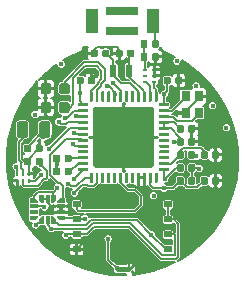
<source format=gbr>
G04 #@! TF.GenerationSoftware,KiCad,Pcbnew,(5.1.5-0-10_14)*
G04 #@! TF.CreationDate,2021-05-03T17:37:28-04:00*
G04 #@! TF.ProjectId,ESLO_RB2,45534c4f-5f52-4423-922e-6b696361645f,rev?*
G04 #@! TF.SameCoordinates,Original*
G04 #@! TF.FileFunction,Copper,L1,Top*
G04 #@! TF.FilePolarity,Positive*
%FSLAX46Y46*%
G04 Gerber Fmt 4.6, Leading zero omitted, Abs format (unit mm)*
G04 Created by KiCad (PCBNEW (5.1.5-0-10_14)) date 2021-05-03 17:37:28*
%MOMM*%
%LPD*%
G04 APERTURE LIST*
%ADD10C,0.100000*%
%ADD11R,0.200000X0.350000*%
%ADD12R,0.600000X1.100000*%
%ADD13R,0.800000X0.900000*%
%ADD14R,0.400000X0.675000*%
%ADD15R,0.675000X0.400000*%
%ADD16R,0.650000X0.500000*%
%ADD17R,0.450000X0.250000*%
%ADD18C,0.500000*%
%ADD19R,2.800000X0.700000*%
%ADD20R,1.000000X2.000000*%
%ADD21C,0.450000*%
%ADD22C,0.150000*%
G04 APERTURE END LIST*
D10*
G36*
X216300000Y-98250000D02*
G01*
X215300000Y-98250000D01*
X215300000Y-97750000D01*
X216300000Y-97750000D01*
X216300000Y-98250000D01*
G37*
G04 #@! TA.AperFunction,SMDPad,CuDef*
G36*
X223761958Y-90180710D02*
G01*
X223776276Y-90182834D01*
X223790317Y-90186351D01*
X223803946Y-90191228D01*
X223817031Y-90197417D01*
X223829447Y-90204858D01*
X223841073Y-90213481D01*
X223851798Y-90223202D01*
X223861519Y-90233927D01*
X223870142Y-90245553D01*
X223877583Y-90257969D01*
X223883772Y-90271054D01*
X223888649Y-90284683D01*
X223892166Y-90298724D01*
X223894290Y-90313042D01*
X223895000Y-90327500D01*
X223895000Y-90672500D01*
X223894290Y-90686958D01*
X223892166Y-90701276D01*
X223888649Y-90715317D01*
X223883772Y-90728946D01*
X223877583Y-90742031D01*
X223870142Y-90754447D01*
X223861519Y-90766073D01*
X223851798Y-90776798D01*
X223841073Y-90786519D01*
X223829447Y-90795142D01*
X223817031Y-90802583D01*
X223803946Y-90808772D01*
X223790317Y-90813649D01*
X223776276Y-90817166D01*
X223761958Y-90819290D01*
X223747500Y-90820000D01*
X223452500Y-90820000D01*
X223438042Y-90819290D01*
X223423724Y-90817166D01*
X223409683Y-90813649D01*
X223396054Y-90808772D01*
X223382969Y-90802583D01*
X223370553Y-90795142D01*
X223358927Y-90786519D01*
X223348202Y-90776798D01*
X223338481Y-90766073D01*
X223329858Y-90754447D01*
X223322417Y-90742031D01*
X223316228Y-90728946D01*
X223311351Y-90715317D01*
X223307834Y-90701276D01*
X223305710Y-90686958D01*
X223305000Y-90672500D01*
X223305000Y-90327500D01*
X223305710Y-90313042D01*
X223307834Y-90298724D01*
X223311351Y-90284683D01*
X223316228Y-90271054D01*
X223322417Y-90257969D01*
X223329858Y-90245553D01*
X223338481Y-90233927D01*
X223348202Y-90223202D01*
X223358927Y-90213481D01*
X223370553Y-90204858D01*
X223382969Y-90197417D01*
X223396054Y-90191228D01*
X223409683Y-90186351D01*
X223423724Y-90182834D01*
X223438042Y-90180710D01*
X223452500Y-90180000D01*
X223747500Y-90180000D01*
X223761958Y-90180710D01*
G37*
G04 #@! TD.AperFunction*
G04 #@! TA.AperFunction,SMDPad,CuDef*
G36*
X222791958Y-90180710D02*
G01*
X222806276Y-90182834D01*
X222820317Y-90186351D01*
X222833946Y-90191228D01*
X222847031Y-90197417D01*
X222859447Y-90204858D01*
X222871073Y-90213481D01*
X222881798Y-90223202D01*
X222891519Y-90233927D01*
X222900142Y-90245553D01*
X222907583Y-90257969D01*
X222913772Y-90271054D01*
X222918649Y-90284683D01*
X222922166Y-90298724D01*
X222924290Y-90313042D01*
X222925000Y-90327500D01*
X222925000Y-90672500D01*
X222924290Y-90686958D01*
X222922166Y-90701276D01*
X222918649Y-90715317D01*
X222913772Y-90728946D01*
X222907583Y-90742031D01*
X222900142Y-90754447D01*
X222891519Y-90766073D01*
X222881798Y-90776798D01*
X222871073Y-90786519D01*
X222859447Y-90795142D01*
X222847031Y-90802583D01*
X222833946Y-90808772D01*
X222820317Y-90813649D01*
X222806276Y-90817166D01*
X222791958Y-90819290D01*
X222777500Y-90820000D01*
X222482500Y-90820000D01*
X222468042Y-90819290D01*
X222453724Y-90817166D01*
X222439683Y-90813649D01*
X222426054Y-90808772D01*
X222412969Y-90802583D01*
X222400553Y-90795142D01*
X222388927Y-90786519D01*
X222378202Y-90776798D01*
X222368481Y-90766073D01*
X222359858Y-90754447D01*
X222352417Y-90742031D01*
X222346228Y-90728946D01*
X222341351Y-90715317D01*
X222337834Y-90701276D01*
X222335710Y-90686958D01*
X222335000Y-90672500D01*
X222335000Y-90327500D01*
X222335710Y-90313042D01*
X222337834Y-90298724D01*
X222341351Y-90284683D01*
X222346228Y-90271054D01*
X222352417Y-90257969D01*
X222359858Y-90245553D01*
X222368481Y-90233927D01*
X222378202Y-90223202D01*
X222388927Y-90213481D01*
X222400553Y-90204858D01*
X222412969Y-90197417D01*
X222426054Y-90191228D01*
X222439683Y-90186351D01*
X222453724Y-90182834D01*
X222468042Y-90180710D01*
X222482500Y-90180000D01*
X222777500Y-90180000D01*
X222791958Y-90180710D01*
G37*
G04 #@! TD.AperFunction*
G04 #@! TA.AperFunction,SMDPad,CuDef*
G36*
X211027691Y-83826053D02*
G01*
X211048926Y-83829203D01*
X211069750Y-83834419D01*
X211089962Y-83841651D01*
X211109368Y-83850830D01*
X211127781Y-83861866D01*
X211145024Y-83874654D01*
X211160930Y-83889070D01*
X211175346Y-83904976D01*
X211188134Y-83922219D01*
X211199170Y-83940632D01*
X211208349Y-83960038D01*
X211215581Y-83980250D01*
X211220797Y-84001074D01*
X211223947Y-84022309D01*
X211225000Y-84043750D01*
X211225000Y-84556250D01*
X211223947Y-84577691D01*
X211220797Y-84598926D01*
X211215581Y-84619750D01*
X211208349Y-84639962D01*
X211199170Y-84659368D01*
X211188134Y-84677781D01*
X211175346Y-84695024D01*
X211160930Y-84710930D01*
X211145024Y-84725346D01*
X211127781Y-84738134D01*
X211109368Y-84749170D01*
X211089962Y-84758349D01*
X211069750Y-84765581D01*
X211048926Y-84770797D01*
X211027691Y-84773947D01*
X211006250Y-84775000D01*
X210568750Y-84775000D01*
X210547309Y-84773947D01*
X210526074Y-84770797D01*
X210505250Y-84765581D01*
X210485038Y-84758349D01*
X210465632Y-84749170D01*
X210447219Y-84738134D01*
X210429976Y-84725346D01*
X210414070Y-84710930D01*
X210399654Y-84695024D01*
X210386866Y-84677781D01*
X210375830Y-84659368D01*
X210366651Y-84639962D01*
X210359419Y-84619750D01*
X210354203Y-84598926D01*
X210351053Y-84577691D01*
X210350000Y-84556250D01*
X210350000Y-84043750D01*
X210351053Y-84022309D01*
X210354203Y-84001074D01*
X210359419Y-83980250D01*
X210366651Y-83960038D01*
X210375830Y-83940632D01*
X210386866Y-83922219D01*
X210399654Y-83904976D01*
X210414070Y-83889070D01*
X210429976Y-83874654D01*
X210447219Y-83861866D01*
X210465632Y-83850830D01*
X210485038Y-83841651D01*
X210505250Y-83834419D01*
X210526074Y-83829203D01*
X210547309Y-83826053D01*
X210568750Y-83825000D01*
X211006250Y-83825000D01*
X211027691Y-83826053D01*
G37*
G04 #@! TD.AperFunction*
G04 #@! TA.AperFunction,SMDPad,CuDef*
G36*
X209452691Y-83826053D02*
G01*
X209473926Y-83829203D01*
X209494750Y-83834419D01*
X209514962Y-83841651D01*
X209534368Y-83850830D01*
X209552781Y-83861866D01*
X209570024Y-83874654D01*
X209585930Y-83889070D01*
X209600346Y-83904976D01*
X209613134Y-83922219D01*
X209624170Y-83940632D01*
X209633349Y-83960038D01*
X209640581Y-83980250D01*
X209645797Y-84001074D01*
X209648947Y-84022309D01*
X209650000Y-84043750D01*
X209650000Y-84556250D01*
X209648947Y-84577691D01*
X209645797Y-84598926D01*
X209640581Y-84619750D01*
X209633349Y-84639962D01*
X209624170Y-84659368D01*
X209613134Y-84677781D01*
X209600346Y-84695024D01*
X209585930Y-84710930D01*
X209570024Y-84725346D01*
X209552781Y-84738134D01*
X209534368Y-84749170D01*
X209514962Y-84758349D01*
X209494750Y-84765581D01*
X209473926Y-84770797D01*
X209452691Y-84773947D01*
X209431250Y-84775000D01*
X208993750Y-84775000D01*
X208972309Y-84773947D01*
X208951074Y-84770797D01*
X208930250Y-84765581D01*
X208910038Y-84758349D01*
X208890632Y-84749170D01*
X208872219Y-84738134D01*
X208854976Y-84725346D01*
X208839070Y-84710930D01*
X208824654Y-84695024D01*
X208811866Y-84677781D01*
X208800830Y-84659368D01*
X208791651Y-84639962D01*
X208784419Y-84619750D01*
X208779203Y-84598926D01*
X208776053Y-84577691D01*
X208775000Y-84556250D01*
X208775000Y-84043750D01*
X208776053Y-84022309D01*
X208779203Y-84001074D01*
X208784419Y-83980250D01*
X208791651Y-83960038D01*
X208800830Y-83940632D01*
X208811866Y-83922219D01*
X208824654Y-83904976D01*
X208839070Y-83889070D01*
X208854976Y-83874654D01*
X208872219Y-83861866D01*
X208890632Y-83850830D01*
X208910038Y-83841651D01*
X208930250Y-83834419D01*
X208951074Y-83829203D01*
X208972309Y-83826053D01*
X208993750Y-83825000D01*
X209431250Y-83825000D01*
X209452691Y-83826053D01*
G37*
G04 #@! TD.AperFunction*
D11*
X206800000Y-89900000D03*
X206800000Y-90500000D03*
X207300000Y-89900000D03*
X207300000Y-90500000D03*
X207800000Y-89900000D03*
X207800000Y-90500000D03*
G04 #@! TA.AperFunction,SMDPad,CuDef*
D10*
G36*
X209392642Y-85451174D02*
G01*
X209416303Y-85454684D01*
X209439507Y-85460496D01*
X209462029Y-85468554D01*
X209483653Y-85478782D01*
X209504170Y-85491079D01*
X209523383Y-85505329D01*
X209541107Y-85521393D01*
X209557171Y-85539117D01*
X209571421Y-85558330D01*
X209583718Y-85578847D01*
X209593946Y-85600471D01*
X209602004Y-85622993D01*
X209607816Y-85646197D01*
X209611326Y-85669858D01*
X209612500Y-85693750D01*
X209612500Y-86606250D01*
X209611326Y-86630142D01*
X209607816Y-86653803D01*
X209602004Y-86677007D01*
X209593946Y-86699529D01*
X209583718Y-86721153D01*
X209571421Y-86741670D01*
X209557171Y-86760883D01*
X209541107Y-86778607D01*
X209523383Y-86794671D01*
X209504170Y-86808921D01*
X209483653Y-86821218D01*
X209462029Y-86831446D01*
X209439507Y-86839504D01*
X209416303Y-86845316D01*
X209392642Y-86848826D01*
X209368750Y-86850000D01*
X208881250Y-86850000D01*
X208857358Y-86848826D01*
X208833697Y-86845316D01*
X208810493Y-86839504D01*
X208787971Y-86831446D01*
X208766347Y-86821218D01*
X208745830Y-86808921D01*
X208726617Y-86794671D01*
X208708893Y-86778607D01*
X208692829Y-86760883D01*
X208678579Y-86741670D01*
X208666282Y-86721153D01*
X208656054Y-86699529D01*
X208647996Y-86677007D01*
X208642184Y-86653803D01*
X208638674Y-86630142D01*
X208637500Y-86606250D01*
X208637500Y-85693750D01*
X208638674Y-85669858D01*
X208642184Y-85646197D01*
X208647996Y-85622993D01*
X208656054Y-85600471D01*
X208666282Y-85578847D01*
X208678579Y-85558330D01*
X208692829Y-85539117D01*
X208708893Y-85521393D01*
X208726617Y-85505329D01*
X208745830Y-85491079D01*
X208766347Y-85478782D01*
X208787971Y-85468554D01*
X208810493Y-85460496D01*
X208833697Y-85454684D01*
X208857358Y-85451174D01*
X208881250Y-85450000D01*
X209368750Y-85450000D01*
X209392642Y-85451174D01*
G37*
G04 #@! TD.AperFunction*
G04 #@! TA.AperFunction,SMDPad,CuDef*
G36*
X207517642Y-85451174D02*
G01*
X207541303Y-85454684D01*
X207564507Y-85460496D01*
X207587029Y-85468554D01*
X207608653Y-85478782D01*
X207629170Y-85491079D01*
X207648383Y-85505329D01*
X207666107Y-85521393D01*
X207682171Y-85539117D01*
X207696421Y-85558330D01*
X207708718Y-85578847D01*
X207718946Y-85600471D01*
X207727004Y-85622993D01*
X207732816Y-85646197D01*
X207736326Y-85669858D01*
X207737500Y-85693750D01*
X207737500Y-86606250D01*
X207736326Y-86630142D01*
X207732816Y-86653803D01*
X207727004Y-86677007D01*
X207718946Y-86699529D01*
X207708718Y-86721153D01*
X207696421Y-86741670D01*
X207682171Y-86760883D01*
X207666107Y-86778607D01*
X207648383Y-86794671D01*
X207629170Y-86808921D01*
X207608653Y-86821218D01*
X207587029Y-86831446D01*
X207564507Y-86839504D01*
X207541303Y-86845316D01*
X207517642Y-86848826D01*
X207493750Y-86850000D01*
X207006250Y-86850000D01*
X206982358Y-86848826D01*
X206958697Y-86845316D01*
X206935493Y-86839504D01*
X206912971Y-86831446D01*
X206891347Y-86821218D01*
X206870830Y-86808921D01*
X206851617Y-86794671D01*
X206833893Y-86778607D01*
X206817829Y-86760883D01*
X206803579Y-86741670D01*
X206791282Y-86721153D01*
X206781054Y-86699529D01*
X206772996Y-86677007D01*
X206767184Y-86653803D01*
X206763674Y-86630142D01*
X206762500Y-86606250D01*
X206762500Y-85693750D01*
X206763674Y-85669858D01*
X206767184Y-85646197D01*
X206772996Y-85622993D01*
X206781054Y-85600471D01*
X206791282Y-85578847D01*
X206803579Y-85558330D01*
X206817829Y-85539117D01*
X206833893Y-85521393D01*
X206851617Y-85505329D01*
X206870830Y-85491079D01*
X206891347Y-85478782D01*
X206912971Y-85468554D01*
X206935493Y-85460496D01*
X206958697Y-85454684D01*
X206982358Y-85451174D01*
X207006250Y-85450000D01*
X207493750Y-85450000D01*
X207517642Y-85451174D01*
G37*
G04 #@! TD.AperFunction*
G04 #@! TA.AperFunction,SMDPad,CuDef*
G36*
X208811958Y-87430710D02*
G01*
X208826276Y-87432834D01*
X208840317Y-87436351D01*
X208853946Y-87441228D01*
X208867031Y-87447417D01*
X208879447Y-87454858D01*
X208891073Y-87463481D01*
X208901798Y-87473202D01*
X208911519Y-87483927D01*
X208920142Y-87495553D01*
X208927583Y-87507969D01*
X208933772Y-87521054D01*
X208938649Y-87534683D01*
X208942166Y-87548724D01*
X208944290Y-87563042D01*
X208945000Y-87577500D01*
X208945000Y-87922500D01*
X208944290Y-87936958D01*
X208942166Y-87951276D01*
X208938649Y-87965317D01*
X208933772Y-87978946D01*
X208927583Y-87992031D01*
X208920142Y-88004447D01*
X208911519Y-88016073D01*
X208901798Y-88026798D01*
X208891073Y-88036519D01*
X208879447Y-88045142D01*
X208867031Y-88052583D01*
X208853946Y-88058772D01*
X208840317Y-88063649D01*
X208826276Y-88067166D01*
X208811958Y-88069290D01*
X208797500Y-88070000D01*
X208502500Y-88070000D01*
X208488042Y-88069290D01*
X208473724Y-88067166D01*
X208459683Y-88063649D01*
X208446054Y-88058772D01*
X208432969Y-88052583D01*
X208420553Y-88045142D01*
X208408927Y-88036519D01*
X208398202Y-88026798D01*
X208388481Y-88016073D01*
X208379858Y-88004447D01*
X208372417Y-87992031D01*
X208366228Y-87978946D01*
X208361351Y-87965317D01*
X208357834Y-87951276D01*
X208355710Y-87936958D01*
X208355000Y-87922500D01*
X208355000Y-87577500D01*
X208355710Y-87563042D01*
X208357834Y-87548724D01*
X208361351Y-87534683D01*
X208366228Y-87521054D01*
X208372417Y-87507969D01*
X208379858Y-87495553D01*
X208388481Y-87483927D01*
X208398202Y-87473202D01*
X208408927Y-87463481D01*
X208420553Y-87454858D01*
X208432969Y-87447417D01*
X208446054Y-87441228D01*
X208459683Y-87436351D01*
X208473724Y-87432834D01*
X208488042Y-87430710D01*
X208502500Y-87430000D01*
X208797500Y-87430000D01*
X208811958Y-87430710D01*
G37*
G04 #@! TD.AperFunction*
G04 #@! TA.AperFunction,SMDPad,CuDef*
G36*
X207841958Y-87430710D02*
G01*
X207856276Y-87432834D01*
X207870317Y-87436351D01*
X207883946Y-87441228D01*
X207897031Y-87447417D01*
X207909447Y-87454858D01*
X207921073Y-87463481D01*
X207931798Y-87473202D01*
X207941519Y-87483927D01*
X207950142Y-87495553D01*
X207957583Y-87507969D01*
X207963772Y-87521054D01*
X207968649Y-87534683D01*
X207972166Y-87548724D01*
X207974290Y-87563042D01*
X207975000Y-87577500D01*
X207975000Y-87922500D01*
X207974290Y-87936958D01*
X207972166Y-87951276D01*
X207968649Y-87965317D01*
X207963772Y-87978946D01*
X207957583Y-87992031D01*
X207950142Y-88004447D01*
X207941519Y-88016073D01*
X207931798Y-88026798D01*
X207921073Y-88036519D01*
X207909447Y-88045142D01*
X207897031Y-88052583D01*
X207883946Y-88058772D01*
X207870317Y-88063649D01*
X207856276Y-88067166D01*
X207841958Y-88069290D01*
X207827500Y-88070000D01*
X207532500Y-88070000D01*
X207518042Y-88069290D01*
X207503724Y-88067166D01*
X207489683Y-88063649D01*
X207476054Y-88058772D01*
X207462969Y-88052583D01*
X207450553Y-88045142D01*
X207438927Y-88036519D01*
X207428202Y-88026798D01*
X207418481Y-88016073D01*
X207409858Y-88004447D01*
X207402417Y-87992031D01*
X207396228Y-87978946D01*
X207391351Y-87965317D01*
X207387834Y-87951276D01*
X207385710Y-87936958D01*
X207385000Y-87922500D01*
X207385000Y-87577500D01*
X207385710Y-87563042D01*
X207387834Y-87548724D01*
X207391351Y-87534683D01*
X207396228Y-87521054D01*
X207402417Y-87507969D01*
X207409858Y-87495553D01*
X207418481Y-87483927D01*
X207428202Y-87473202D01*
X207438927Y-87463481D01*
X207450553Y-87454858D01*
X207462969Y-87447417D01*
X207476054Y-87441228D01*
X207489683Y-87436351D01*
X207503724Y-87432834D01*
X207518042Y-87430710D01*
X207532500Y-87430000D01*
X207827500Y-87430000D01*
X207841958Y-87430710D01*
G37*
G04 #@! TD.AperFunction*
G04 #@! TA.AperFunction,SMDPad,CuDef*
G36*
X207841958Y-88530710D02*
G01*
X207856276Y-88532834D01*
X207870317Y-88536351D01*
X207883946Y-88541228D01*
X207897031Y-88547417D01*
X207909447Y-88554858D01*
X207921073Y-88563481D01*
X207931798Y-88573202D01*
X207941519Y-88583927D01*
X207950142Y-88595553D01*
X207957583Y-88607969D01*
X207963772Y-88621054D01*
X207968649Y-88634683D01*
X207972166Y-88648724D01*
X207974290Y-88663042D01*
X207975000Y-88677500D01*
X207975000Y-89022500D01*
X207974290Y-89036958D01*
X207972166Y-89051276D01*
X207968649Y-89065317D01*
X207963772Y-89078946D01*
X207957583Y-89092031D01*
X207950142Y-89104447D01*
X207941519Y-89116073D01*
X207931798Y-89126798D01*
X207921073Y-89136519D01*
X207909447Y-89145142D01*
X207897031Y-89152583D01*
X207883946Y-89158772D01*
X207870317Y-89163649D01*
X207856276Y-89167166D01*
X207841958Y-89169290D01*
X207827500Y-89170000D01*
X207532500Y-89170000D01*
X207518042Y-89169290D01*
X207503724Y-89167166D01*
X207489683Y-89163649D01*
X207476054Y-89158772D01*
X207462969Y-89152583D01*
X207450553Y-89145142D01*
X207438927Y-89136519D01*
X207428202Y-89126798D01*
X207418481Y-89116073D01*
X207409858Y-89104447D01*
X207402417Y-89092031D01*
X207396228Y-89078946D01*
X207391351Y-89065317D01*
X207387834Y-89051276D01*
X207385710Y-89036958D01*
X207385000Y-89022500D01*
X207385000Y-88677500D01*
X207385710Y-88663042D01*
X207387834Y-88648724D01*
X207391351Y-88634683D01*
X207396228Y-88621054D01*
X207402417Y-88607969D01*
X207409858Y-88595553D01*
X207418481Y-88583927D01*
X207428202Y-88573202D01*
X207438927Y-88563481D01*
X207450553Y-88554858D01*
X207462969Y-88547417D01*
X207476054Y-88541228D01*
X207489683Y-88536351D01*
X207503724Y-88532834D01*
X207518042Y-88530710D01*
X207532500Y-88530000D01*
X207827500Y-88530000D01*
X207841958Y-88530710D01*
G37*
G04 #@! TD.AperFunction*
G04 #@! TA.AperFunction,SMDPad,CuDef*
G36*
X208811958Y-88530710D02*
G01*
X208826276Y-88532834D01*
X208840317Y-88536351D01*
X208853946Y-88541228D01*
X208867031Y-88547417D01*
X208879447Y-88554858D01*
X208891073Y-88563481D01*
X208901798Y-88573202D01*
X208911519Y-88583927D01*
X208920142Y-88595553D01*
X208927583Y-88607969D01*
X208933772Y-88621054D01*
X208938649Y-88634683D01*
X208942166Y-88648724D01*
X208944290Y-88663042D01*
X208945000Y-88677500D01*
X208945000Y-89022500D01*
X208944290Y-89036958D01*
X208942166Y-89051276D01*
X208938649Y-89065317D01*
X208933772Y-89078946D01*
X208927583Y-89092031D01*
X208920142Y-89104447D01*
X208911519Y-89116073D01*
X208901798Y-89126798D01*
X208891073Y-89136519D01*
X208879447Y-89145142D01*
X208867031Y-89152583D01*
X208853946Y-89158772D01*
X208840317Y-89163649D01*
X208826276Y-89167166D01*
X208811958Y-89169290D01*
X208797500Y-89170000D01*
X208502500Y-89170000D01*
X208488042Y-89169290D01*
X208473724Y-89167166D01*
X208459683Y-89163649D01*
X208446054Y-89158772D01*
X208432969Y-89152583D01*
X208420553Y-89145142D01*
X208408927Y-89136519D01*
X208398202Y-89126798D01*
X208388481Y-89116073D01*
X208379858Y-89104447D01*
X208372417Y-89092031D01*
X208366228Y-89078946D01*
X208361351Y-89065317D01*
X208357834Y-89051276D01*
X208355710Y-89036958D01*
X208355000Y-89022500D01*
X208355000Y-88677500D01*
X208355710Y-88663042D01*
X208357834Y-88648724D01*
X208361351Y-88634683D01*
X208366228Y-88621054D01*
X208372417Y-88607969D01*
X208379858Y-88595553D01*
X208388481Y-88583927D01*
X208398202Y-88573202D01*
X208408927Y-88563481D01*
X208420553Y-88554858D01*
X208432969Y-88547417D01*
X208446054Y-88541228D01*
X208459683Y-88536351D01*
X208473724Y-88532834D01*
X208488042Y-88530710D01*
X208502500Y-88530000D01*
X208797500Y-88530000D01*
X208811958Y-88530710D01*
G37*
G04 #@! TD.AperFunction*
D12*
X214900000Y-81200000D03*
X216300000Y-81200000D03*
G04 #@! TA.AperFunction,SMDPad,CuDef*
D10*
G36*
X211040191Y-82226053D02*
G01*
X211061426Y-82229203D01*
X211082250Y-82234419D01*
X211102462Y-82241651D01*
X211121868Y-82250830D01*
X211140281Y-82261866D01*
X211157524Y-82274654D01*
X211173430Y-82289070D01*
X211187846Y-82304976D01*
X211200634Y-82322219D01*
X211211670Y-82340632D01*
X211220849Y-82360038D01*
X211228081Y-82380250D01*
X211233297Y-82401074D01*
X211236447Y-82422309D01*
X211237500Y-82443750D01*
X211237500Y-82956250D01*
X211236447Y-82977691D01*
X211233297Y-82998926D01*
X211228081Y-83019750D01*
X211220849Y-83039962D01*
X211211670Y-83059368D01*
X211200634Y-83077781D01*
X211187846Y-83095024D01*
X211173430Y-83110930D01*
X211157524Y-83125346D01*
X211140281Y-83138134D01*
X211121868Y-83149170D01*
X211102462Y-83158349D01*
X211082250Y-83165581D01*
X211061426Y-83170797D01*
X211040191Y-83173947D01*
X211018750Y-83175000D01*
X210581250Y-83175000D01*
X210559809Y-83173947D01*
X210538574Y-83170797D01*
X210517750Y-83165581D01*
X210497538Y-83158349D01*
X210478132Y-83149170D01*
X210459719Y-83138134D01*
X210442476Y-83125346D01*
X210426570Y-83110930D01*
X210412154Y-83095024D01*
X210399366Y-83077781D01*
X210388330Y-83059368D01*
X210379151Y-83039962D01*
X210371919Y-83019750D01*
X210366703Y-82998926D01*
X210363553Y-82977691D01*
X210362500Y-82956250D01*
X210362500Y-82443750D01*
X210363553Y-82422309D01*
X210366703Y-82401074D01*
X210371919Y-82380250D01*
X210379151Y-82360038D01*
X210388330Y-82340632D01*
X210399366Y-82322219D01*
X210412154Y-82304976D01*
X210426570Y-82289070D01*
X210442476Y-82274654D01*
X210459719Y-82261866D01*
X210478132Y-82250830D01*
X210497538Y-82241651D01*
X210517750Y-82234419D01*
X210538574Y-82229203D01*
X210559809Y-82226053D01*
X210581250Y-82225000D01*
X211018750Y-82225000D01*
X211040191Y-82226053D01*
G37*
G04 #@! TD.AperFunction*
G04 #@! TA.AperFunction,SMDPad,CuDef*
G36*
X209465191Y-82226053D02*
G01*
X209486426Y-82229203D01*
X209507250Y-82234419D01*
X209527462Y-82241651D01*
X209546868Y-82250830D01*
X209565281Y-82261866D01*
X209582524Y-82274654D01*
X209598430Y-82289070D01*
X209612846Y-82304976D01*
X209625634Y-82322219D01*
X209636670Y-82340632D01*
X209645849Y-82360038D01*
X209653081Y-82380250D01*
X209658297Y-82401074D01*
X209661447Y-82422309D01*
X209662500Y-82443750D01*
X209662500Y-82956250D01*
X209661447Y-82977691D01*
X209658297Y-82998926D01*
X209653081Y-83019750D01*
X209645849Y-83039962D01*
X209636670Y-83059368D01*
X209625634Y-83077781D01*
X209612846Y-83095024D01*
X209598430Y-83110930D01*
X209582524Y-83125346D01*
X209565281Y-83138134D01*
X209546868Y-83149170D01*
X209527462Y-83158349D01*
X209507250Y-83165581D01*
X209486426Y-83170797D01*
X209465191Y-83173947D01*
X209443750Y-83175000D01*
X209006250Y-83175000D01*
X208984809Y-83173947D01*
X208963574Y-83170797D01*
X208942750Y-83165581D01*
X208922538Y-83158349D01*
X208903132Y-83149170D01*
X208884719Y-83138134D01*
X208867476Y-83125346D01*
X208851570Y-83110930D01*
X208837154Y-83095024D01*
X208824366Y-83077781D01*
X208813330Y-83059368D01*
X208804151Y-83039962D01*
X208796919Y-83019750D01*
X208791703Y-82998926D01*
X208788553Y-82977691D01*
X208787500Y-82956250D01*
X208787500Y-82443750D01*
X208788553Y-82422309D01*
X208791703Y-82401074D01*
X208796919Y-82380250D01*
X208804151Y-82360038D01*
X208813330Y-82340632D01*
X208824366Y-82322219D01*
X208837154Y-82304976D01*
X208851570Y-82289070D01*
X208867476Y-82274654D01*
X208884719Y-82261866D01*
X208903132Y-82250830D01*
X208922538Y-82241651D01*
X208942750Y-82234419D01*
X208963574Y-82229203D01*
X208984809Y-82226053D01*
X209006250Y-82225000D01*
X209443750Y-82225000D01*
X209465191Y-82226053D01*
G37*
G04 #@! TD.AperFunction*
D13*
X221050000Y-84750000D03*
X221050000Y-83350000D03*
X222150000Y-83350000D03*
X222150000Y-84750000D03*
G04 #@! TA.AperFunction,SMDPad,CuDef*
D10*
G36*
X213491958Y-79380710D02*
G01*
X213506276Y-79382834D01*
X213520317Y-79386351D01*
X213533946Y-79391228D01*
X213547031Y-79397417D01*
X213559447Y-79404858D01*
X213571073Y-79413481D01*
X213581798Y-79423202D01*
X213591519Y-79433927D01*
X213600142Y-79445553D01*
X213607583Y-79457969D01*
X213613772Y-79471054D01*
X213618649Y-79484683D01*
X213622166Y-79498724D01*
X213624290Y-79513042D01*
X213625000Y-79527500D01*
X213625000Y-79872500D01*
X213624290Y-79886958D01*
X213622166Y-79901276D01*
X213618649Y-79915317D01*
X213613772Y-79928946D01*
X213607583Y-79942031D01*
X213600142Y-79954447D01*
X213591519Y-79966073D01*
X213581798Y-79976798D01*
X213571073Y-79986519D01*
X213559447Y-79995142D01*
X213547031Y-80002583D01*
X213533946Y-80008772D01*
X213520317Y-80013649D01*
X213506276Y-80017166D01*
X213491958Y-80019290D01*
X213477500Y-80020000D01*
X213182500Y-80020000D01*
X213168042Y-80019290D01*
X213153724Y-80017166D01*
X213139683Y-80013649D01*
X213126054Y-80008772D01*
X213112969Y-80002583D01*
X213100553Y-79995142D01*
X213088927Y-79986519D01*
X213078202Y-79976798D01*
X213068481Y-79966073D01*
X213059858Y-79954447D01*
X213052417Y-79942031D01*
X213046228Y-79928946D01*
X213041351Y-79915317D01*
X213037834Y-79901276D01*
X213035710Y-79886958D01*
X213035000Y-79872500D01*
X213035000Y-79527500D01*
X213035710Y-79513042D01*
X213037834Y-79498724D01*
X213041351Y-79484683D01*
X213046228Y-79471054D01*
X213052417Y-79457969D01*
X213059858Y-79445553D01*
X213068481Y-79433927D01*
X213078202Y-79423202D01*
X213088927Y-79413481D01*
X213100553Y-79404858D01*
X213112969Y-79397417D01*
X213126054Y-79391228D01*
X213139683Y-79386351D01*
X213153724Y-79382834D01*
X213168042Y-79380710D01*
X213182500Y-79380000D01*
X213477500Y-79380000D01*
X213491958Y-79380710D01*
G37*
G04 #@! TD.AperFunction*
G04 #@! TA.AperFunction,SMDPad,CuDef*
G36*
X214461958Y-79380710D02*
G01*
X214476276Y-79382834D01*
X214490317Y-79386351D01*
X214503946Y-79391228D01*
X214517031Y-79397417D01*
X214529447Y-79404858D01*
X214541073Y-79413481D01*
X214551798Y-79423202D01*
X214561519Y-79433927D01*
X214570142Y-79445553D01*
X214577583Y-79457969D01*
X214583772Y-79471054D01*
X214588649Y-79484683D01*
X214592166Y-79498724D01*
X214594290Y-79513042D01*
X214595000Y-79527500D01*
X214595000Y-79872500D01*
X214594290Y-79886958D01*
X214592166Y-79901276D01*
X214588649Y-79915317D01*
X214583772Y-79928946D01*
X214577583Y-79942031D01*
X214570142Y-79954447D01*
X214561519Y-79966073D01*
X214551798Y-79976798D01*
X214541073Y-79986519D01*
X214529447Y-79995142D01*
X214517031Y-80002583D01*
X214503946Y-80008772D01*
X214490317Y-80013649D01*
X214476276Y-80017166D01*
X214461958Y-80019290D01*
X214447500Y-80020000D01*
X214152500Y-80020000D01*
X214138042Y-80019290D01*
X214123724Y-80017166D01*
X214109683Y-80013649D01*
X214096054Y-80008772D01*
X214082969Y-80002583D01*
X214070553Y-79995142D01*
X214058927Y-79986519D01*
X214048202Y-79976798D01*
X214038481Y-79966073D01*
X214029858Y-79954447D01*
X214022417Y-79942031D01*
X214016228Y-79928946D01*
X214011351Y-79915317D01*
X214007834Y-79901276D01*
X214005710Y-79886958D01*
X214005000Y-79872500D01*
X214005000Y-79527500D01*
X214005710Y-79513042D01*
X214007834Y-79498724D01*
X214011351Y-79484683D01*
X214016228Y-79471054D01*
X214022417Y-79457969D01*
X214029858Y-79445553D01*
X214038481Y-79433927D01*
X214048202Y-79423202D01*
X214058927Y-79413481D01*
X214070553Y-79404858D01*
X214082969Y-79397417D01*
X214096054Y-79391228D01*
X214109683Y-79386351D01*
X214123724Y-79382834D01*
X214138042Y-79380710D01*
X214152500Y-79380000D01*
X214447500Y-79380000D01*
X214461958Y-79380710D01*
G37*
G04 #@! TD.AperFunction*
G04 #@! TA.AperFunction,SMDPad,CuDef*
G36*
X215591958Y-79380710D02*
G01*
X215606276Y-79382834D01*
X215620317Y-79386351D01*
X215633946Y-79391228D01*
X215647031Y-79397417D01*
X215659447Y-79404858D01*
X215671073Y-79413481D01*
X215681798Y-79423202D01*
X215691519Y-79433927D01*
X215700142Y-79445553D01*
X215707583Y-79457969D01*
X215713772Y-79471054D01*
X215718649Y-79484683D01*
X215722166Y-79498724D01*
X215724290Y-79513042D01*
X215725000Y-79527500D01*
X215725000Y-79872500D01*
X215724290Y-79886958D01*
X215722166Y-79901276D01*
X215718649Y-79915317D01*
X215713772Y-79928946D01*
X215707583Y-79942031D01*
X215700142Y-79954447D01*
X215691519Y-79966073D01*
X215681798Y-79976798D01*
X215671073Y-79986519D01*
X215659447Y-79995142D01*
X215647031Y-80002583D01*
X215633946Y-80008772D01*
X215620317Y-80013649D01*
X215606276Y-80017166D01*
X215591958Y-80019290D01*
X215577500Y-80020000D01*
X215282500Y-80020000D01*
X215268042Y-80019290D01*
X215253724Y-80017166D01*
X215239683Y-80013649D01*
X215226054Y-80008772D01*
X215212969Y-80002583D01*
X215200553Y-79995142D01*
X215188927Y-79986519D01*
X215178202Y-79976798D01*
X215168481Y-79966073D01*
X215159858Y-79954447D01*
X215152417Y-79942031D01*
X215146228Y-79928946D01*
X215141351Y-79915317D01*
X215137834Y-79901276D01*
X215135710Y-79886958D01*
X215135000Y-79872500D01*
X215135000Y-79527500D01*
X215135710Y-79513042D01*
X215137834Y-79498724D01*
X215141351Y-79484683D01*
X215146228Y-79471054D01*
X215152417Y-79457969D01*
X215159858Y-79445553D01*
X215168481Y-79433927D01*
X215178202Y-79423202D01*
X215188927Y-79413481D01*
X215200553Y-79404858D01*
X215212969Y-79397417D01*
X215226054Y-79391228D01*
X215239683Y-79386351D01*
X215253724Y-79382834D01*
X215268042Y-79380710D01*
X215282500Y-79380000D01*
X215577500Y-79380000D01*
X215591958Y-79380710D01*
G37*
G04 #@! TD.AperFunction*
G04 #@! TA.AperFunction,SMDPad,CuDef*
G36*
X216561958Y-79380710D02*
G01*
X216576276Y-79382834D01*
X216590317Y-79386351D01*
X216603946Y-79391228D01*
X216617031Y-79397417D01*
X216629447Y-79404858D01*
X216641073Y-79413481D01*
X216651798Y-79423202D01*
X216661519Y-79433927D01*
X216670142Y-79445553D01*
X216677583Y-79457969D01*
X216683772Y-79471054D01*
X216688649Y-79484683D01*
X216692166Y-79498724D01*
X216694290Y-79513042D01*
X216695000Y-79527500D01*
X216695000Y-79872500D01*
X216694290Y-79886958D01*
X216692166Y-79901276D01*
X216688649Y-79915317D01*
X216683772Y-79928946D01*
X216677583Y-79942031D01*
X216670142Y-79954447D01*
X216661519Y-79966073D01*
X216651798Y-79976798D01*
X216641073Y-79986519D01*
X216629447Y-79995142D01*
X216617031Y-80002583D01*
X216603946Y-80008772D01*
X216590317Y-80013649D01*
X216576276Y-80017166D01*
X216561958Y-80019290D01*
X216547500Y-80020000D01*
X216252500Y-80020000D01*
X216238042Y-80019290D01*
X216223724Y-80017166D01*
X216209683Y-80013649D01*
X216196054Y-80008772D01*
X216182969Y-80002583D01*
X216170553Y-79995142D01*
X216158927Y-79986519D01*
X216148202Y-79976798D01*
X216138481Y-79966073D01*
X216129858Y-79954447D01*
X216122417Y-79942031D01*
X216116228Y-79928946D01*
X216111351Y-79915317D01*
X216107834Y-79901276D01*
X216105710Y-79886958D01*
X216105000Y-79872500D01*
X216105000Y-79527500D01*
X216105710Y-79513042D01*
X216107834Y-79498724D01*
X216111351Y-79484683D01*
X216116228Y-79471054D01*
X216122417Y-79457969D01*
X216129858Y-79445553D01*
X216138481Y-79433927D01*
X216148202Y-79423202D01*
X216158927Y-79413481D01*
X216170553Y-79404858D01*
X216182969Y-79397417D01*
X216196054Y-79391228D01*
X216209683Y-79386351D01*
X216223724Y-79382834D01*
X216238042Y-79380710D01*
X216252500Y-79380000D01*
X216547500Y-79380000D01*
X216561958Y-79380710D01*
G37*
G04 #@! TD.AperFunction*
G04 #@! TA.AperFunction,SMDPad,CuDef*
G36*
X209662500Y-93450000D02*
G01*
X209812500Y-93450000D01*
X210062500Y-93700000D01*
X210062500Y-94125000D01*
X209662500Y-94125000D01*
X209662500Y-93450000D01*
G37*
G04 #@! TD.AperFunction*
D14*
X209362500Y-93787500D03*
G04 #@! TA.AperFunction,SMDPad,CuDef*
D10*
G36*
X208662500Y-93700000D02*
G01*
X208912500Y-93450000D01*
X209062500Y-93450000D01*
X209062500Y-94125000D01*
X208662500Y-94125000D01*
X208662500Y-93700000D01*
G37*
G04 #@! TD.AperFunction*
G04 #@! TA.AperFunction,SMDPad,CuDef*
G36*
X207887500Y-93450000D02*
G01*
X208562500Y-93450000D01*
X208562500Y-93600000D01*
X208312500Y-93850000D01*
X207887500Y-93850000D01*
X207887500Y-93450000D01*
G37*
G04 #@! TD.AperFunction*
D15*
X208225000Y-93150000D03*
X208225000Y-92650000D03*
G04 #@! TA.AperFunction,SMDPad,CuDef*
D10*
G36*
X207887500Y-91950000D02*
G01*
X208312500Y-91950000D01*
X208562500Y-92200000D01*
X208562500Y-92350000D01*
X207887500Y-92350000D01*
X207887500Y-91950000D01*
G37*
G04 #@! TD.AperFunction*
G04 #@! TA.AperFunction,SMDPad,CuDef*
G36*
X208662500Y-92100000D02*
G01*
X208662500Y-91675000D01*
X209062500Y-91675000D01*
X209062500Y-92350000D01*
X208912500Y-92350000D01*
X208662500Y-92100000D01*
G37*
G04 #@! TD.AperFunction*
D14*
X209362500Y-92012500D03*
G04 #@! TA.AperFunction,SMDPad,CuDef*
D10*
G36*
X209662500Y-91675000D02*
G01*
X210062500Y-91675000D01*
X210062500Y-92100000D01*
X209812500Y-92350000D01*
X209662500Y-92350000D01*
X209662500Y-91675000D01*
G37*
G04 #@! TD.AperFunction*
G04 #@! TA.AperFunction,SMDPad,CuDef*
G36*
X210162500Y-92200000D02*
G01*
X210412500Y-91950000D01*
X210837500Y-91950000D01*
X210837500Y-92350000D01*
X210162500Y-92350000D01*
X210162500Y-92200000D01*
G37*
G04 #@! TD.AperFunction*
D15*
X210500000Y-92650000D03*
X210500000Y-93150000D03*
G04 #@! TA.AperFunction,SMDPad,CuDef*
D10*
G36*
X210162500Y-93600000D02*
G01*
X210162500Y-93450000D01*
X210837500Y-93450000D01*
X210837500Y-93850000D01*
X210412500Y-93850000D01*
X210162500Y-93600000D01*
G37*
G04 #@! TD.AperFunction*
D16*
X211825000Y-96310000D03*
X219575000Y-96310000D03*
X211825000Y-95040000D03*
X219575000Y-95040000D03*
X211825000Y-93770000D03*
X219575000Y-93770000D03*
X211825000Y-92500000D03*
X219575000Y-92500000D03*
D17*
X217590000Y-82100000D03*
X218410000Y-82100000D03*
X217590000Y-81600000D03*
X218410000Y-81600000D03*
X217590000Y-81100000D03*
X218410000Y-81100000D03*
G04 #@! TA.AperFunction,SMDPad,CuDef*
D10*
G36*
X219618626Y-83925301D02*
G01*
X219624693Y-83926201D01*
X219630643Y-83927691D01*
X219636418Y-83929758D01*
X219641962Y-83932380D01*
X219647223Y-83935533D01*
X219652150Y-83939187D01*
X219656694Y-83943306D01*
X219660813Y-83947850D01*
X219664467Y-83952777D01*
X219667620Y-83958038D01*
X219670242Y-83963582D01*
X219672309Y-83969357D01*
X219673799Y-83975307D01*
X219674699Y-83981374D01*
X219675000Y-83987500D01*
X219675000Y-84112500D01*
X219674699Y-84118626D01*
X219673799Y-84124693D01*
X219672309Y-84130643D01*
X219670242Y-84136418D01*
X219667620Y-84141962D01*
X219664467Y-84147223D01*
X219660813Y-84152150D01*
X219656694Y-84156694D01*
X219652150Y-84160813D01*
X219647223Y-84164467D01*
X219641962Y-84167620D01*
X219636418Y-84170242D01*
X219630643Y-84172309D01*
X219624693Y-84173799D01*
X219618626Y-84174699D01*
X219612500Y-84175000D01*
X218862500Y-84175000D01*
X218856374Y-84174699D01*
X218850307Y-84173799D01*
X218844357Y-84172309D01*
X218838582Y-84170242D01*
X218833038Y-84167620D01*
X218827777Y-84164467D01*
X218822850Y-84160813D01*
X218818306Y-84156694D01*
X218814187Y-84152150D01*
X218810533Y-84147223D01*
X218807380Y-84141962D01*
X218804758Y-84136418D01*
X218802691Y-84130643D01*
X218801201Y-84124693D01*
X218800301Y-84118626D01*
X218800000Y-84112500D01*
X218800000Y-83987500D01*
X218800301Y-83981374D01*
X218801201Y-83975307D01*
X218802691Y-83969357D01*
X218804758Y-83963582D01*
X218807380Y-83958038D01*
X218810533Y-83952777D01*
X218814187Y-83947850D01*
X218818306Y-83943306D01*
X218822850Y-83939187D01*
X218827777Y-83935533D01*
X218833038Y-83932380D01*
X218838582Y-83929758D01*
X218844357Y-83927691D01*
X218850307Y-83926201D01*
X218856374Y-83925301D01*
X218862500Y-83925000D01*
X219612500Y-83925000D01*
X219618626Y-83925301D01*
G37*
G04 #@! TD.AperFunction*
G04 #@! TA.AperFunction,SMDPad,CuDef*
G36*
X219618626Y-84425301D02*
G01*
X219624693Y-84426201D01*
X219630643Y-84427691D01*
X219636418Y-84429758D01*
X219641962Y-84432380D01*
X219647223Y-84435533D01*
X219652150Y-84439187D01*
X219656694Y-84443306D01*
X219660813Y-84447850D01*
X219664467Y-84452777D01*
X219667620Y-84458038D01*
X219670242Y-84463582D01*
X219672309Y-84469357D01*
X219673799Y-84475307D01*
X219674699Y-84481374D01*
X219675000Y-84487500D01*
X219675000Y-84612500D01*
X219674699Y-84618626D01*
X219673799Y-84624693D01*
X219672309Y-84630643D01*
X219670242Y-84636418D01*
X219667620Y-84641962D01*
X219664467Y-84647223D01*
X219660813Y-84652150D01*
X219656694Y-84656694D01*
X219652150Y-84660813D01*
X219647223Y-84664467D01*
X219641962Y-84667620D01*
X219636418Y-84670242D01*
X219630643Y-84672309D01*
X219624693Y-84673799D01*
X219618626Y-84674699D01*
X219612500Y-84675000D01*
X218862500Y-84675000D01*
X218856374Y-84674699D01*
X218850307Y-84673799D01*
X218844357Y-84672309D01*
X218838582Y-84670242D01*
X218833038Y-84667620D01*
X218827777Y-84664467D01*
X218822850Y-84660813D01*
X218818306Y-84656694D01*
X218814187Y-84652150D01*
X218810533Y-84647223D01*
X218807380Y-84641962D01*
X218804758Y-84636418D01*
X218802691Y-84630643D01*
X218801201Y-84624693D01*
X218800301Y-84618626D01*
X218800000Y-84612500D01*
X218800000Y-84487500D01*
X218800301Y-84481374D01*
X218801201Y-84475307D01*
X218802691Y-84469357D01*
X218804758Y-84463582D01*
X218807380Y-84458038D01*
X218810533Y-84452777D01*
X218814187Y-84447850D01*
X218818306Y-84443306D01*
X218822850Y-84439187D01*
X218827777Y-84435533D01*
X218833038Y-84432380D01*
X218838582Y-84429758D01*
X218844357Y-84427691D01*
X218850307Y-84426201D01*
X218856374Y-84425301D01*
X218862500Y-84425000D01*
X219612500Y-84425000D01*
X219618626Y-84425301D01*
G37*
G04 #@! TD.AperFunction*
G04 #@! TA.AperFunction,SMDPad,CuDef*
G36*
X219618626Y-84925301D02*
G01*
X219624693Y-84926201D01*
X219630643Y-84927691D01*
X219636418Y-84929758D01*
X219641962Y-84932380D01*
X219647223Y-84935533D01*
X219652150Y-84939187D01*
X219656694Y-84943306D01*
X219660813Y-84947850D01*
X219664467Y-84952777D01*
X219667620Y-84958038D01*
X219670242Y-84963582D01*
X219672309Y-84969357D01*
X219673799Y-84975307D01*
X219674699Y-84981374D01*
X219675000Y-84987500D01*
X219675000Y-85112500D01*
X219674699Y-85118626D01*
X219673799Y-85124693D01*
X219672309Y-85130643D01*
X219670242Y-85136418D01*
X219667620Y-85141962D01*
X219664467Y-85147223D01*
X219660813Y-85152150D01*
X219656694Y-85156694D01*
X219652150Y-85160813D01*
X219647223Y-85164467D01*
X219641962Y-85167620D01*
X219636418Y-85170242D01*
X219630643Y-85172309D01*
X219624693Y-85173799D01*
X219618626Y-85174699D01*
X219612500Y-85175000D01*
X218862500Y-85175000D01*
X218856374Y-85174699D01*
X218850307Y-85173799D01*
X218844357Y-85172309D01*
X218838582Y-85170242D01*
X218833038Y-85167620D01*
X218827777Y-85164467D01*
X218822850Y-85160813D01*
X218818306Y-85156694D01*
X218814187Y-85152150D01*
X218810533Y-85147223D01*
X218807380Y-85141962D01*
X218804758Y-85136418D01*
X218802691Y-85130643D01*
X218801201Y-85124693D01*
X218800301Y-85118626D01*
X218800000Y-85112500D01*
X218800000Y-84987500D01*
X218800301Y-84981374D01*
X218801201Y-84975307D01*
X218802691Y-84969357D01*
X218804758Y-84963582D01*
X218807380Y-84958038D01*
X218810533Y-84952777D01*
X218814187Y-84947850D01*
X218818306Y-84943306D01*
X218822850Y-84939187D01*
X218827777Y-84935533D01*
X218833038Y-84932380D01*
X218838582Y-84929758D01*
X218844357Y-84927691D01*
X218850307Y-84926201D01*
X218856374Y-84925301D01*
X218862500Y-84925000D01*
X219612500Y-84925000D01*
X219618626Y-84925301D01*
G37*
G04 #@! TD.AperFunction*
G04 #@! TA.AperFunction,SMDPad,CuDef*
G36*
X219618626Y-85425301D02*
G01*
X219624693Y-85426201D01*
X219630643Y-85427691D01*
X219636418Y-85429758D01*
X219641962Y-85432380D01*
X219647223Y-85435533D01*
X219652150Y-85439187D01*
X219656694Y-85443306D01*
X219660813Y-85447850D01*
X219664467Y-85452777D01*
X219667620Y-85458038D01*
X219670242Y-85463582D01*
X219672309Y-85469357D01*
X219673799Y-85475307D01*
X219674699Y-85481374D01*
X219675000Y-85487500D01*
X219675000Y-85612500D01*
X219674699Y-85618626D01*
X219673799Y-85624693D01*
X219672309Y-85630643D01*
X219670242Y-85636418D01*
X219667620Y-85641962D01*
X219664467Y-85647223D01*
X219660813Y-85652150D01*
X219656694Y-85656694D01*
X219652150Y-85660813D01*
X219647223Y-85664467D01*
X219641962Y-85667620D01*
X219636418Y-85670242D01*
X219630643Y-85672309D01*
X219624693Y-85673799D01*
X219618626Y-85674699D01*
X219612500Y-85675000D01*
X218862500Y-85675000D01*
X218856374Y-85674699D01*
X218850307Y-85673799D01*
X218844357Y-85672309D01*
X218838582Y-85670242D01*
X218833038Y-85667620D01*
X218827777Y-85664467D01*
X218822850Y-85660813D01*
X218818306Y-85656694D01*
X218814187Y-85652150D01*
X218810533Y-85647223D01*
X218807380Y-85641962D01*
X218804758Y-85636418D01*
X218802691Y-85630643D01*
X218801201Y-85624693D01*
X218800301Y-85618626D01*
X218800000Y-85612500D01*
X218800000Y-85487500D01*
X218800301Y-85481374D01*
X218801201Y-85475307D01*
X218802691Y-85469357D01*
X218804758Y-85463582D01*
X218807380Y-85458038D01*
X218810533Y-85452777D01*
X218814187Y-85447850D01*
X218818306Y-85443306D01*
X218822850Y-85439187D01*
X218827777Y-85435533D01*
X218833038Y-85432380D01*
X218838582Y-85429758D01*
X218844357Y-85427691D01*
X218850307Y-85426201D01*
X218856374Y-85425301D01*
X218862500Y-85425000D01*
X219612500Y-85425000D01*
X219618626Y-85425301D01*
G37*
G04 #@! TD.AperFunction*
G04 #@! TA.AperFunction,SMDPad,CuDef*
G36*
X219618626Y-85925301D02*
G01*
X219624693Y-85926201D01*
X219630643Y-85927691D01*
X219636418Y-85929758D01*
X219641962Y-85932380D01*
X219647223Y-85935533D01*
X219652150Y-85939187D01*
X219656694Y-85943306D01*
X219660813Y-85947850D01*
X219664467Y-85952777D01*
X219667620Y-85958038D01*
X219670242Y-85963582D01*
X219672309Y-85969357D01*
X219673799Y-85975307D01*
X219674699Y-85981374D01*
X219675000Y-85987500D01*
X219675000Y-86112500D01*
X219674699Y-86118626D01*
X219673799Y-86124693D01*
X219672309Y-86130643D01*
X219670242Y-86136418D01*
X219667620Y-86141962D01*
X219664467Y-86147223D01*
X219660813Y-86152150D01*
X219656694Y-86156694D01*
X219652150Y-86160813D01*
X219647223Y-86164467D01*
X219641962Y-86167620D01*
X219636418Y-86170242D01*
X219630643Y-86172309D01*
X219624693Y-86173799D01*
X219618626Y-86174699D01*
X219612500Y-86175000D01*
X218862500Y-86175000D01*
X218856374Y-86174699D01*
X218850307Y-86173799D01*
X218844357Y-86172309D01*
X218838582Y-86170242D01*
X218833038Y-86167620D01*
X218827777Y-86164467D01*
X218822850Y-86160813D01*
X218818306Y-86156694D01*
X218814187Y-86152150D01*
X218810533Y-86147223D01*
X218807380Y-86141962D01*
X218804758Y-86136418D01*
X218802691Y-86130643D01*
X218801201Y-86124693D01*
X218800301Y-86118626D01*
X218800000Y-86112500D01*
X218800000Y-85987500D01*
X218800301Y-85981374D01*
X218801201Y-85975307D01*
X218802691Y-85969357D01*
X218804758Y-85963582D01*
X218807380Y-85958038D01*
X218810533Y-85952777D01*
X218814187Y-85947850D01*
X218818306Y-85943306D01*
X218822850Y-85939187D01*
X218827777Y-85935533D01*
X218833038Y-85932380D01*
X218838582Y-85929758D01*
X218844357Y-85927691D01*
X218850307Y-85926201D01*
X218856374Y-85925301D01*
X218862500Y-85925000D01*
X219612500Y-85925000D01*
X219618626Y-85925301D01*
G37*
G04 #@! TD.AperFunction*
G04 #@! TA.AperFunction,SMDPad,CuDef*
G36*
X219618626Y-86425301D02*
G01*
X219624693Y-86426201D01*
X219630643Y-86427691D01*
X219636418Y-86429758D01*
X219641962Y-86432380D01*
X219647223Y-86435533D01*
X219652150Y-86439187D01*
X219656694Y-86443306D01*
X219660813Y-86447850D01*
X219664467Y-86452777D01*
X219667620Y-86458038D01*
X219670242Y-86463582D01*
X219672309Y-86469357D01*
X219673799Y-86475307D01*
X219674699Y-86481374D01*
X219675000Y-86487500D01*
X219675000Y-86612500D01*
X219674699Y-86618626D01*
X219673799Y-86624693D01*
X219672309Y-86630643D01*
X219670242Y-86636418D01*
X219667620Y-86641962D01*
X219664467Y-86647223D01*
X219660813Y-86652150D01*
X219656694Y-86656694D01*
X219652150Y-86660813D01*
X219647223Y-86664467D01*
X219641962Y-86667620D01*
X219636418Y-86670242D01*
X219630643Y-86672309D01*
X219624693Y-86673799D01*
X219618626Y-86674699D01*
X219612500Y-86675000D01*
X218862500Y-86675000D01*
X218856374Y-86674699D01*
X218850307Y-86673799D01*
X218844357Y-86672309D01*
X218838582Y-86670242D01*
X218833038Y-86667620D01*
X218827777Y-86664467D01*
X218822850Y-86660813D01*
X218818306Y-86656694D01*
X218814187Y-86652150D01*
X218810533Y-86647223D01*
X218807380Y-86641962D01*
X218804758Y-86636418D01*
X218802691Y-86630643D01*
X218801201Y-86624693D01*
X218800301Y-86618626D01*
X218800000Y-86612500D01*
X218800000Y-86487500D01*
X218800301Y-86481374D01*
X218801201Y-86475307D01*
X218802691Y-86469357D01*
X218804758Y-86463582D01*
X218807380Y-86458038D01*
X218810533Y-86452777D01*
X218814187Y-86447850D01*
X218818306Y-86443306D01*
X218822850Y-86439187D01*
X218827777Y-86435533D01*
X218833038Y-86432380D01*
X218838582Y-86429758D01*
X218844357Y-86427691D01*
X218850307Y-86426201D01*
X218856374Y-86425301D01*
X218862500Y-86425000D01*
X219612500Y-86425000D01*
X219618626Y-86425301D01*
G37*
G04 #@! TD.AperFunction*
G04 #@! TA.AperFunction,SMDPad,CuDef*
G36*
X219618626Y-86925301D02*
G01*
X219624693Y-86926201D01*
X219630643Y-86927691D01*
X219636418Y-86929758D01*
X219641962Y-86932380D01*
X219647223Y-86935533D01*
X219652150Y-86939187D01*
X219656694Y-86943306D01*
X219660813Y-86947850D01*
X219664467Y-86952777D01*
X219667620Y-86958038D01*
X219670242Y-86963582D01*
X219672309Y-86969357D01*
X219673799Y-86975307D01*
X219674699Y-86981374D01*
X219675000Y-86987500D01*
X219675000Y-87112500D01*
X219674699Y-87118626D01*
X219673799Y-87124693D01*
X219672309Y-87130643D01*
X219670242Y-87136418D01*
X219667620Y-87141962D01*
X219664467Y-87147223D01*
X219660813Y-87152150D01*
X219656694Y-87156694D01*
X219652150Y-87160813D01*
X219647223Y-87164467D01*
X219641962Y-87167620D01*
X219636418Y-87170242D01*
X219630643Y-87172309D01*
X219624693Y-87173799D01*
X219618626Y-87174699D01*
X219612500Y-87175000D01*
X218862500Y-87175000D01*
X218856374Y-87174699D01*
X218850307Y-87173799D01*
X218844357Y-87172309D01*
X218838582Y-87170242D01*
X218833038Y-87167620D01*
X218827777Y-87164467D01*
X218822850Y-87160813D01*
X218818306Y-87156694D01*
X218814187Y-87152150D01*
X218810533Y-87147223D01*
X218807380Y-87141962D01*
X218804758Y-87136418D01*
X218802691Y-87130643D01*
X218801201Y-87124693D01*
X218800301Y-87118626D01*
X218800000Y-87112500D01*
X218800000Y-86987500D01*
X218800301Y-86981374D01*
X218801201Y-86975307D01*
X218802691Y-86969357D01*
X218804758Y-86963582D01*
X218807380Y-86958038D01*
X218810533Y-86952777D01*
X218814187Y-86947850D01*
X218818306Y-86943306D01*
X218822850Y-86939187D01*
X218827777Y-86935533D01*
X218833038Y-86932380D01*
X218838582Y-86929758D01*
X218844357Y-86927691D01*
X218850307Y-86926201D01*
X218856374Y-86925301D01*
X218862500Y-86925000D01*
X219612500Y-86925000D01*
X219618626Y-86925301D01*
G37*
G04 #@! TD.AperFunction*
G04 #@! TA.AperFunction,SMDPad,CuDef*
G36*
X219618626Y-87425301D02*
G01*
X219624693Y-87426201D01*
X219630643Y-87427691D01*
X219636418Y-87429758D01*
X219641962Y-87432380D01*
X219647223Y-87435533D01*
X219652150Y-87439187D01*
X219656694Y-87443306D01*
X219660813Y-87447850D01*
X219664467Y-87452777D01*
X219667620Y-87458038D01*
X219670242Y-87463582D01*
X219672309Y-87469357D01*
X219673799Y-87475307D01*
X219674699Y-87481374D01*
X219675000Y-87487500D01*
X219675000Y-87612500D01*
X219674699Y-87618626D01*
X219673799Y-87624693D01*
X219672309Y-87630643D01*
X219670242Y-87636418D01*
X219667620Y-87641962D01*
X219664467Y-87647223D01*
X219660813Y-87652150D01*
X219656694Y-87656694D01*
X219652150Y-87660813D01*
X219647223Y-87664467D01*
X219641962Y-87667620D01*
X219636418Y-87670242D01*
X219630643Y-87672309D01*
X219624693Y-87673799D01*
X219618626Y-87674699D01*
X219612500Y-87675000D01*
X218862500Y-87675000D01*
X218856374Y-87674699D01*
X218850307Y-87673799D01*
X218844357Y-87672309D01*
X218838582Y-87670242D01*
X218833038Y-87667620D01*
X218827777Y-87664467D01*
X218822850Y-87660813D01*
X218818306Y-87656694D01*
X218814187Y-87652150D01*
X218810533Y-87647223D01*
X218807380Y-87641962D01*
X218804758Y-87636418D01*
X218802691Y-87630643D01*
X218801201Y-87624693D01*
X218800301Y-87618626D01*
X218800000Y-87612500D01*
X218800000Y-87487500D01*
X218800301Y-87481374D01*
X218801201Y-87475307D01*
X218802691Y-87469357D01*
X218804758Y-87463582D01*
X218807380Y-87458038D01*
X218810533Y-87452777D01*
X218814187Y-87447850D01*
X218818306Y-87443306D01*
X218822850Y-87439187D01*
X218827777Y-87435533D01*
X218833038Y-87432380D01*
X218838582Y-87429758D01*
X218844357Y-87427691D01*
X218850307Y-87426201D01*
X218856374Y-87425301D01*
X218862500Y-87425000D01*
X219612500Y-87425000D01*
X219618626Y-87425301D01*
G37*
G04 #@! TD.AperFunction*
G04 #@! TA.AperFunction,SMDPad,CuDef*
G36*
X219618626Y-87925301D02*
G01*
X219624693Y-87926201D01*
X219630643Y-87927691D01*
X219636418Y-87929758D01*
X219641962Y-87932380D01*
X219647223Y-87935533D01*
X219652150Y-87939187D01*
X219656694Y-87943306D01*
X219660813Y-87947850D01*
X219664467Y-87952777D01*
X219667620Y-87958038D01*
X219670242Y-87963582D01*
X219672309Y-87969357D01*
X219673799Y-87975307D01*
X219674699Y-87981374D01*
X219675000Y-87987500D01*
X219675000Y-88112500D01*
X219674699Y-88118626D01*
X219673799Y-88124693D01*
X219672309Y-88130643D01*
X219670242Y-88136418D01*
X219667620Y-88141962D01*
X219664467Y-88147223D01*
X219660813Y-88152150D01*
X219656694Y-88156694D01*
X219652150Y-88160813D01*
X219647223Y-88164467D01*
X219641962Y-88167620D01*
X219636418Y-88170242D01*
X219630643Y-88172309D01*
X219624693Y-88173799D01*
X219618626Y-88174699D01*
X219612500Y-88175000D01*
X218862500Y-88175000D01*
X218856374Y-88174699D01*
X218850307Y-88173799D01*
X218844357Y-88172309D01*
X218838582Y-88170242D01*
X218833038Y-88167620D01*
X218827777Y-88164467D01*
X218822850Y-88160813D01*
X218818306Y-88156694D01*
X218814187Y-88152150D01*
X218810533Y-88147223D01*
X218807380Y-88141962D01*
X218804758Y-88136418D01*
X218802691Y-88130643D01*
X218801201Y-88124693D01*
X218800301Y-88118626D01*
X218800000Y-88112500D01*
X218800000Y-87987500D01*
X218800301Y-87981374D01*
X218801201Y-87975307D01*
X218802691Y-87969357D01*
X218804758Y-87963582D01*
X218807380Y-87958038D01*
X218810533Y-87952777D01*
X218814187Y-87947850D01*
X218818306Y-87943306D01*
X218822850Y-87939187D01*
X218827777Y-87935533D01*
X218833038Y-87932380D01*
X218838582Y-87929758D01*
X218844357Y-87927691D01*
X218850307Y-87926201D01*
X218856374Y-87925301D01*
X218862500Y-87925000D01*
X219612500Y-87925000D01*
X219618626Y-87925301D01*
G37*
G04 #@! TD.AperFunction*
G04 #@! TA.AperFunction,SMDPad,CuDef*
G36*
X219618626Y-88425301D02*
G01*
X219624693Y-88426201D01*
X219630643Y-88427691D01*
X219636418Y-88429758D01*
X219641962Y-88432380D01*
X219647223Y-88435533D01*
X219652150Y-88439187D01*
X219656694Y-88443306D01*
X219660813Y-88447850D01*
X219664467Y-88452777D01*
X219667620Y-88458038D01*
X219670242Y-88463582D01*
X219672309Y-88469357D01*
X219673799Y-88475307D01*
X219674699Y-88481374D01*
X219675000Y-88487500D01*
X219675000Y-88612500D01*
X219674699Y-88618626D01*
X219673799Y-88624693D01*
X219672309Y-88630643D01*
X219670242Y-88636418D01*
X219667620Y-88641962D01*
X219664467Y-88647223D01*
X219660813Y-88652150D01*
X219656694Y-88656694D01*
X219652150Y-88660813D01*
X219647223Y-88664467D01*
X219641962Y-88667620D01*
X219636418Y-88670242D01*
X219630643Y-88672309D01*
X219624693Y-88673799D01*
X219618626Y-88674699D01*
X219612500Y-88675000D01*
X218862500Y-88675000D01*
X218856374Y-88674699D01*
X218850307Y-88673799D01*
X218844357Y-88672309D01*
X218838582Y-88670242D01*
X218833038Y-88667620D01*
X218827777Y-88664467D01*
X218822850Y-88660813D01*
X218818306Y-88656694D01*
X218814187Y-88652150D01*
X218810533Y-88647223D01*
X218807380Y-88641962D01*
X218804758Y-88636418D01*
X218802691Y-88630643D01*
X218801201Y-88624693D01*
X218800301Y-88618626D01*
X218800000Y-88612500D01*
X218800000Y-88487500D01*
X218800301Y-88481374D01*
X218801201Y-88475307D01*
X218802691Y-88469357D01*
X218804758Y-88463582D01*
X218807380Y-88458038D01*
X218810533Y-88452777D01*
X218814187Y-88447850D01*
X218818306Y-88443306D01*
X218822850Y-88439187D01*
X218827777Y-88435533D01*
X218833038Y-88432380D01*
X218838582Y-88429758D01*
X218844357Y-88427691D01*
X218850307Y-88426201D01*
X218856374Y-88425301D01*
X218862500Y-88425000D01*
X219612500Y-88425000D01*
X219618626Y-88425301D01*
G37*
G04 #@! TD.AperFunction*
G04 #@! TA.AperFunction,SMDPad,CuDef*
G36*
X219618626Y-88925301D02*
G01*
X219624693Y-88926201D01*
X219630643Y-88927691D01*
X219636418Y-88929758D01*
X219641962Y-88932380D01*
X219647223Y-88935533D01*
X219652150Y-88939187D01*
X219656694Y-88943306D01*
X219660813Y-88947850D01*
X219664467Y-88952777D01*
X219667620Y-88958038D01*
X219670242Y-88963582D01*
X219672309Y-88969357D01*
X219673799Y-88975307D01*
X219674699Y-88981374D01*
X219675000Y-88987500D01*
X219675000Y-89112500D01*
X219674699Y-89118626D01*
X219673799Y-89124693D01*
X219672309Y-89130643D01*
X219670242Y-89136418D01*
X219667620Y-89141962D01*
X219664467Y-89147223D01*
X219660813Y-89152150D01*
X219656694Y-89156694D01*
X219652150Y-89160813D01*
X219647223Y-89164467D01*
X219641962Y-89167620D01*
X219636418Y-89170242D01*
X219630643Y-89172309D01*
X219624693Y-89173799D01*
X219618626Y-89174699D01*
X219612500Y-89175000D01*
X218862500Y-89175000D01*
X218856374Y-89174699D01*
X218850307Y-89173799D01*
X218844357Y-89172309D01*
X218838582Y-89170242D01*
X218833038Y-89167620D01*
X218827777Y-89164467D01*
X218822850Y-89160813D01*
X218818306Y-89156694D01*
X218814187Y-89152150D01*
X218810533Y-89147223D01*
X218807380Y-89141962D01*
X218804758Y-89136418D01*
X218802691Y-89130643D01*
X218801201Y-89124693D01*
X218800301Y-89118626D01*
X218800000Y-89112500D01*
X218800000Y-88987500D01*
X218800301Y-88981374D01*
X218801201Y-88975307D01*
X218802691Y-88969357D01*
X218804758Y-88963582D01*
X218807380Y-88958038D01*
X218810533Y-88952777D01*
X218814187Y-88947850D01*
X218818306Y-88943306D01*
X218822850Y-88939187D01*
X218827777Y-88935533D01*
X218833038Y-88932380D01*
X218838582Y-88929758D01*
X218844357Y-88927691D01*
X218850307Y-88926201D01*
X218856374Y-88925301D01*
X218862500Y-88925000D01*
X219612500Y-88925000D01*
X219618626Y-88925301D01*
G37*
G04 #@! TD.AperFunction*
G04 #@! TA.AperFunction,SMDPad,CuDef*
G36*
X219618626Y-89425301D02*
G01*
X219624693Y-89426201D01*
X219630643Y-89427691D01*
X219636418Y-89429758D01*
X219641962Y-89432380D01*
X219647223Y-89435533D01*
X219652150Y-89439187D01*
X219656694Y-89443306D01*
X219660813Y-89447850D01*
X219664467Y-89452777D01*
X219667620Y-89458038D01*
X219670242Y-89463582D01*
X219672309Y-89469357D01*
X219673799Y-89475307D01*
X219674699Y-89481374D01*
X219675000Y-89487500D01*
X219675000Y-89612500D01*
X219674699Y-89618626D01*
X219673799Y-89624693D01*
X219672309Y-89630643D01*
X219670242Y-89636418D01*
X219667620Y-89641962D01*
X219664467Y-89647223D01*
X219660813Y-89652150D01*
X219656694Y-89656694D01*
X219652150Y-89660813D01*
X219647223Y-89664467D01*
X219641962Y-89667620D01*
X219636418Y-89670242D01*
X219630643Y-89672309D01*
X219624693Y-89673799D01*
X219618626Y-89674699D01*
X219612500Y-89675000D01*
X218862500Y-89675000D01*
X218856374Y-89674699D01*
X218850307Y-89673799D01*
X218844357Y-89672309D01*
X218838582Y-89670242D01*
X218833038Y-89667620D01*
X218827777Y-89664467D01*
X218822850Y-89660813D01*
X218818306Y-89656694D01*
X218814187Y-89652150D01*
X218810533Y-89647223D01*
X218807380Y-89641962D01*
X218804758Y-89636418D01*
X218802691Y-89630643D01*
X218801201Y-89624693D01*
X218800301Y-89618626D01*
X218800000Y-89612500D01*
X218800000Y-89487500D01*
X218800301Y-89481374D01*
X218801201Y-89475307D01*
X218802691Y-89469357D01*
X218804758Y-89463582D01*
X218807380Y-89458038D01*
X218810533Y-89452777D01*
X218814187Y-89447850D01*
X218818306Y-89443306D01*
X218822850Y-89439187D01*
X218827777Y-89435533D01*
X218833038Y-89432380D01*
X218838582Y-89429758D01*
X218844357Y-89427691D01*
X218850307Y-89426201D01*
X218856374Y-89425301D01*
X218862500Y-89425000D01*
X219612500Y-89425000D01*
X219618626Y-89425301D01*
G37*
G04 #@! TD.AperFunction*
G04 #@! TA.AperFunction,SMDPad,CuDef*
G36*
X218618626Y-89800301D02*
G01*
X218624693Y-89801201D01*
X218630643Y-89802691D01*
X218636418Y-89804758D01*
X218641962Y-89807380D01*
X218647223Y-89810533D01*
X218652150Y-89814187D01*
X218656694Y-89818306D01*
X218660813Y-89822850D01*
X218664467Y-89827777D01*
X218667620Y-89833038D01*
X218670242Y-89838582D01*
X218672309Y-89844357D01*
X218673799Y-89850307D01*
X218674699Y-89856374D01*
X218675000Y-89862500D01*
X218675000Y-90612500D01*
X218674699Y-90618626D01*
X218673799Y-90624693D01*
X218672309Y-90630643D01*
X218670242Y-90636418D01*
X218667620Y-90641962D01*
X218664467Y-90647223D01*
X218660813Y-90652150D01*
X218656694Y-90656694D01*
X218652150Y-90660813D01*
X218647223Y-90664467D01*
X218641962Y-90667620D01*
X218636418Y-90670242D01*
X218630643Y-90672309D01*
X218624693Y-90673799D01*
X218618626Y-90674699D01*
X218612500Y-90675000D01*
X218487500Y-90675000D01*
X218481374Y-90674699D01*
X218475307Y-90673799D01*
X218469357Y-90672309D01*
X218463582Y-90670242D01*
X218458038Y-90667620D01*
X218452777Y-90664467D01*
X218447850Y-90660813D01*
X218443306Y-90656694D01*
X218439187Y-90652150D01*
X218435533Y-90647223D01*
X218432380Y-90641962D01*
X218429758Y-90636418D01*
X218427691Y-90630643D01*
X218426201Y-90624693D01*
X218425301Y-90618626D01*
X218425000Y-90612500D01*
X218425000Y-89862500D01*
X218425301Y-89856374D01*
X218426201Y-89850307D01*
X218427691Y-89844357D01*
X218429758Y-89838582D01*
X218432380Y-89833038D01*
X218435533Y-89827777D01*
X218439187Y-89822850D01*
X218443306Y-89818306D01*
X218447850Y-89814187D01*
X218452777Y-89810533D01*
X218458038Y-89807380D01*
X218463582Y-89804758D01*
X218469357Y-89802691D01*
X218475307Y-89801201D01*
X218481374Y-89800301D01*
X218487500Y-89800000D01*
X218612500Y-89800000D01*
X218618626Y-89800301D01*
G37*
G04 #@! TD.AperFunction*
G04 #@! TA.AperFunction,SMDPad,CuDef*
G36*
X218118626Y-89800301D02*
G01*
X218124693Y-89801201D01*
X218130643Y-89802691D01*
X218136418Y-89804758D01*
X218141962Y-89807380D01*
X218147223Y-89810533D01*
X218152150Y-89814187D01*
X218156694Y-89818306D01*
X218160813Y-89822850D01*
X218164467Y-89827777D01*
X218167620Y-89833038D01*
X218170242Y-89838582D01*
X218172309Y-89844357D01*
X218173799Y-89850307D01*
X218174699Y-89856374D01*
X218175000Y-89862500D01*
X218175000Y-90612500D01*
X218174699Y-90618626D01*
X218173799Y-90624693D01*
X218172309Y-90630643D01*
X218170242Y-90636418D01*
X218167620Y-90641962D01*
X218164467Y-90647223D01*
X218160813Y-90652150D01*
X218156694Y-90656694D01*
X218152150Y-90660813D01*
X218147223Y-90664467D01*
X218141962Y-90667620D01*
X218136418Y-90670242D01*
X218130643Y-90672309D01*
X218124693Y-90673799D01*
X218118626Y-90674699D01*
X218112500Y-90675000D01*
X217987500Y-90675000D01*
X217981374Y-90674699D01*
X217975307Y-90673799D01*
X217969357Y-90672309D01*
X217963582Y-90670242D01*
X217958038Y-90667620D01*
X217952777Y-90664467D01*
X217947850Y-90660813D01*
X217943306Y-90656694D01*
X217939187Y-90652150D01*
X217935533Y-90647223D01*
X217932380Y-90641962D01*
X217929758Y-90636418D01*
X217927691Y-90630643D01*
X217926201Y-90624693D01*
X217925301Y-90618626D01*
X217925000Y-90612500D01*
X217925000Y-89862500D01*
X217925301Y-89856374D01*
X217926201Y-89850307D01*
X217927691Y-89844357D01*
X217929758Y-89838582D01*
X217932380Y-89833038D01*
X217935533Y-89827777D01*
X217939187Y-89822850D01*
X217943306Y-89818306D01*
X217947850Y-89814187D01*
X217952777Y-89810533D01*
X217958038Y-89807380D01*
X217963582Y-89804758D01*
X217969357Y-89802691D01*
X217975307Y-89801201D01*
X217981374Y-89800301D01*
X217987500Y-89800000D01*
X218112500Y-89800000D01*
X218118626Y-89800301D01*
G37*
G04 #@! TD.AperFunction*
G04 #@! TA.AperFunction,SMDPad,CuDef*
G36*
X217618626Y-89800301D02*
G01*
X217624693Y-89801201D01*
X217630643Y-89802691D01*
X217636418Y-89804758D01*
X217641962Y-89807380D01*
X217647223Y-89810533D01*
X217652150Y-89814187D01*
X217656694Y-89818306D01*
X217660813Y-89822850D01*
X217664467Y-89827777D01*
X217667620Y-89833038D01*
X217670242Y-89838582D01*
X217672309Y-89844357D01*
X217673799Y-89850307D01*
X217674699Y-89856374D01*
X217675000Y-89862500D01*
X217675000Y-90612500D01*
X217674699Y-90618626D01*
X217673799Y-90624693D01*
X217672309Y-90630643D01*
X217670242Y-90636418D01*
X217667620Y-90641962D01*
X217664467Y-90647223D01*
X217660813Y-90652150D01*
X217656694Y-90656694D01*
X217652150Y-90660813D01*
X217647223Y-90664467D01*
X217641962Y-90667620D01*
X217636418Y-90670242D01*
X217630643Y-90672309D01*
X217624693Y-90673799D01*
X217618626Y-90674699D01*
X217612500Y-90675000D01*
X217487500Y-90675000D01*
X217481374Y-90674699D01*
X217475307Y-90673799D01*
X217469357Y-90672309D01*
X217463582Y-90670242D01*
X217458038Y-90667620D01*
X217452777Y-90664467D01*
X217447850Y-90660813D01*
X217443306Y-90656694D01*
X217439187Y-90652150D01*
X217435533Y-90647223D01*
X217432380Y-90641962D01*
X217429758Y-90636418D01*
X217427691Y-90630643D01*
X217426201Y-90624693D01*
X217425301Y-90618626D01*
X217425000Y-90612500D01*
X217425000Y-89862500D01*
X217425301Y-89856374D01*
X217426201Y-89850307D01*
X217427691Y-89844357D01*
X217429758Y-89838582D01*
X217432380Y-89833038D01*
X217435533Y-89827777D01*
X217439187Y-89822850D01*
X217443306Y-89818306D01*
X217447850Y-89814187D01*
X217452777Y-89810533D01*
X217458038Y-89807380D01*
X217463582Y-89804758D01*
X217469357Y-89802691D01*
X217475307Y-89801201D01*
X217481374Y-89800301D01*
X217487500Y-89800000D01*
X217612500Y-89800000D01*
X217618626Y-89800301D01*
G37*
G04 #@! TD.AperFunction*
G04 #@! TA.AperFunction,SMDPad,CuDef*
G36*
X217118626Y-89800301D02*
G01*
X217124693Y-89801201D01*
X217130643Y-89802691D01*
X217136418Y-89804758D01*
X217141962Y-89807380D01*
X217147223Y-89810533D01*
X217152150Y-89814187D01*
X217156694Y-89818306D01*
X217160813Y-89822850D01*
X217164467Y-89827777D01*
X217167620Y-89833038D01*
X217170242Y-89838582D01*
X217172309Y-89844357D01*
X217173799Y-89850307D01*
X217174699Y-89856374D01*
X217175000Y-89862500D01*
X217175000Y-90612500D01*
X217174699Y-90618626D01*
X217173799Y-90624693D01*
X217172309Y-90630643D01*
X217170242Y-90636418D01*
X217167620Y-90641962D01*
X217164467Y-90647223D01*
X217160813Y-90652150D01*
X217156694Y-90656694D01*
X217152150Y-90660813D01*
X217147223Y-90664467D01*
X217141962Y-90667620D01*
X217136418Y-90670242D01*
X217130643Y-90672309D01*
X217124693Y-90673799D01*
X217118626Y-90674699D01*
X217112500Y-90675000D01*
X216987500Y-90675000D01*
X216981374Y-90674699D01*
X216975307Y-90673799D01*
X216969357Y-90672309D01*
X216963582Y-90670242D01*
X216958038Y-90667620D01*
X216952777Y-90664467D01*
X216947850Y-90660813D01*
X216943306Y-90656694D01*
X216939187Y-90652150D01*
X216935533Y-90647223D01*
X216932380Y-90641962D01*
X216929758Y-90636418D01*
X216927691Y-90630643D01*
X216926201Y-90624693D01*
X216925301Y-90618626D01*
X216925000Y-90612500D01*
X216925000Y-89862500D01*
X216925301Y-89856374D01*
X216926201Y-89850307D01*
X216927691Y-89844357D01*
X216929758Y-89838582D01*
X216932380Y-89833038D01*
X216935533Y-89827777D01*
X216939187Y-89822850D01*
X216943306Y-89818306D01*
X216947850Y-89814187D01*
X216952777Y-89810533D01*
X216958038Y-89807380D01*
X216963582Y-89804758D01*
X216969357Y-89802691D01*
X216975307Y-89801201D01*
X216981374Y-89800301D01*
X216987500Y-89800000D01*
X217112500Y-89800000D01*
X217118626Y-89800301D01*
G37*
G04 #@! TD.AperFunction*
G04 #@! TA.AperFunction,SMDPad,CuDef*
G36*
X216618626Y-89800301D02*
G01*
X216624693Y-89801201D01*
X216630643Y-89802691D01*
X216636418Y-89804758D01*
X216641962Y-89807380D01*
X216647223Y-89810533D01*
X216652150Y-89814187D01*
X216656694Y-89818306D01*
X216660813Y-89822850D01*
X216664467Y-89827777D01*
X216667620Y-89833038D01*
X216670242Y-89838582D01*
X216672309Y-89844357D01*
X216673799Y-89850307D01*
X216674699Y-89856374D01*
X216675000Y-89862500D01*
X216675000Y-90612500D01*
X216674699Y-90618626D01*
X216673799Y-90624693D01*
X216672309Y-90630643D01*
X216670242Y-90636418D01*
X216667620Y-90641962D01*
X216664467Y-90647223D01*
X216660813Y-90652150D01*
X216656694Y-90656694D01*
X216652150Y-90660813D01*
X216647223Y-90664467D01*
X216641962Y-90667620D01*
X216636418Y-90670242D01*
X216630643Y-90672309D01*
X216624693Y-90673799D01*
X216618626Y-90674699D01*
X216612500Y-90675000D01*
X216487500Y-90675000D01*
X216481374Y-90674699D01*
X216475307Y-90673799D01*
X216469357Y-90672309D01*
X216463582Y-90670242D01*
X216458038Y-90667620D01*
X216452777Y-90664467D01*
X216447850Y-90660813D01*
X216443306Y-90656694D01*
X216439187Y-90652150D01*
X216435533Y-90647223D01*
X216432380Y-90641962D01*
X216429758Y-90636418D01*
X216427691Y-90630643D01*
X216426201Y-90624693D01*
X216425301Y-90618626D01*
X216425000Y-90612500D01*
X216425000Y-89862500D01*
X216425301Y-89856374D01*
X216426201Y-89850307D01*
X216427691Y-89844357D01*
X216429758Y-89838582D01*
X216432380Y-89833038D01*
X216435533Y-89827777D01*
X216439187Y-89822850D01*
X216443306Y-89818306D01*
X216447850Y-89814187D01*
X216452777Y-89810533D01*
X216458038Y-89807380D01*
X216463582Y-89804758D01*
X216469357Y-89802691D01*
X216475307Y-89801201D01*
X216481374Y-89800301D01*
X216487500Y-89800000D01*
X216612500Y-89800000D01*
X216618626Y-89800301D01*
G37*
G04 #@! TD.AperFunction*
G04 #@! TA.AperFunction,SMDPad,CuDef*
G36*
X216118626Y-89800301D02*
G01*
X216124693Y-89801201D01*
X216130643Y-89802691D01*
X216136418Y-89804758D01*
X216141962Y-89807380D01*
X216147223Y-89810533D01*
X216152150Y-89814187D01*
X216156694Y-89818306D01*
X216160813Y-89822850D01*
X216164467Y-89827777D01*
X216167620Y-89833038D01*
X216170242Y-89838582D01*
X216172309Y-89844357D01*
X216173799Y-89850307D01*
X216174699Y-89856374D01*
X216175000Y-89862500D01*
X216175000Y-90612500D01*
X216174699Y-90618626D01*
X216173799Y-90624693D01*
X216172309Y-90630643D01*
X216170242Y-90636418D01*
X216167620Y-90641962D01*
X216164467Y-90647223D01*
X216160813Y-90652150D01*
X216156694Y-90656694D01*
X216152150Y-90660813D01*
X216147223Y-90664467D01*
X216141962Y-90667620D01*
X216136418Y-90670242D01*
X216130643Y-90672309D01*
X216124693Y-90673799D01*
X216118626Y-90674699D01*
X216112500Y-90675000D01*
X215987500Y-90675000D01*
X215981374Y-90674699D01*
X215975307Y-90673799D01*
X215969357Y-90672309D01*
X215963582Y-90670242D01*
X215958038Y-90667620D01*
X215952777Y-90664467D01*
X215947850Y-90660813D01*
X215943306Y-90656694D01*
X215939187Y-90652150D01*
X215935533Y-90647223D01*
X215932380Y-90641962D01*
X215929758Y-90636418D01*
X215927691Y-90630643D01*
X215926201Y-90624693D01*
X215925301Y-90618626D01*
X215925000Y-90612500D01*
X215925000Y-89862500D01*
X215925301Y-89856374D01*
X215926201Y-89850307D01*
X215927691Y-89844357D01*
X215929758Y-89838582D01*
X215932380Y-89833038D01*
X215935533Y-89827777D01*
X215939187Y-89822850D01*
X215943306Y-89818306D01*
X215947850Y-89814187D01*
X215952777Y-89810533D01*
X215958038Y-89807380D01*
X215963582Y-89804758D01*
X215969357Y-89802691D01*
X215975307Y-89801201D01*
X215981374Y-89800301D01*
X215987500Y-89800000D01*
X216112500Y-89800000D01*
X216118626Y-89800301D01*
G37*
G04 #@! TD.AperFunction*
G04 #@! TA.AperFunction,SMDPad,CuDef*
G36*
X215618626Y-89800301D02*
G01*
X215624693Y-89801201D01*
X215630643Y-89802691D01*
X215636418Y-89804758D01*
X215641962Y-89807380D01*
X215647223Y-89810533D01*
X215652150Y-89814187D01*
X215656694Y-89818306D01*
X215660813Y-89822850D01*
X215664467Y-89827777D01*
X215667620Y-89833038D01*
X215670242Y-89838582D01*
X215672309Y-89844357D01*
X215673799Y-89850307D01*
X215674699Y-89856374D01*
X215675000Y-89862500D01*
X215675000Y-90612500D01*
X215674699Y-90618626D01*
X215673799Y-90624693D01*
X215672309Y-90630643D01*
X215670242Y-90636418D01*
X215667620Y-90641962D01*
X215664467Y-90647223D01*
X215660813Y-90652150D01*
X215656694Y-90656694D01*
X215652150Y-90660813D01*
X215647223Y-90664467D01*
X215641962Y-90667620D01*
X215636418Y-90670242D01*
X215630643Y-90672309D01*
X215624693Y-90673799D01*
X215618626Y-90674699D01*
X215612500Y-90675000D01*
X215487500Y-90675000D01*
X215481374Y-90674699D01*
X215475307Y-90673799D01*
X215469357Y-90672309D01*
X215463582Y-90670242D01*
X215458038Y-90667620D01*
X215452777Y-90664467D01*
X215447850Y-90660813D01*
X215443306Y-90656694D01*
X215439187Y-90652150D01*
X215435533Y-90647223D01*
X215432380Y-90641962D01*
X215429758Y-90636418D01*
X215427691Y-90630643D01*
X215426201Y-90624693D01*
X215425301Y-90618626D01*
X215425000Y-90612500D01*
X215425000Y-89862500D01*
X215425301Y-89856374D01*
X215426201Y-89850307D01*
X215427691Y-89844357D01*
X215429758Y-89838582D01*
X215432380Y-89833038D01*
X215435533Y-89827777D01*
X215439187Y-89822850D01*
X215443306Y-89818306D01*
X215447850Y-89814187D01*
X215452777Y-89810533D01*
X215458038Y-89807380D01*
X215463582Y-89804758D01*
X215469357Y-89802691D01*
X215475307Y-89801201D01*
X215481374Y-89800301D01*
X215487500Y-89800000D01*
X215612500Y-89800000D01*
X215618626Y-89800301D01*
G37*
G04 #@! TD.AperFunction*
G04 #@! TA.AperFunction,SMDPad,CuDef*
G36*
X215118626Y-89800301D02*
G01*
X215124693Y-89801201D01*
X215130643Y-89802691D01*
X215136418Y-89804758D01*
X215141962Y-89807380D01*
X215147223Y-89810533D01*
X215152150Y-89814187D01*
X215156694Y-89818306D01*
X215160813Y-89822850D01*
X215164467Y-89827777D01*
X215167620Y-89833038D01*
X215170242Y-89838582D01*
X215172309Y-89844357D01*
X215173799Y-89850307D01*
X215174699Y-89856374D01*
X215175000Y-89862500D01*
X215175000Y-90612500D01*
X215174699Y-90618626D01*
X215173799Y-90624693D01*
X215172309Y-90630643D01*
X215170242Y-90636418D01*
X215167620Y-90641962D01*
X215164467Y-90647223D01*
X215160813Y-90652150D01*
X215156694Y-90656694D01*
X215152150Y-90660813D01*
X215147223Y-90664467D01*
X215141962Y-90667620D01*
X215136418Y-90670242D01*
X215130643Y-90672309D01*
X215124693Y-90673799D01*
X215118626Y-90674699D01*
X215112500Y-90675000D01*
X214987500Y-90675000D01*
X214981374Y-90674699D01*
X214975307Y-90673799D01*
X214969357Y-90672309D01*
X214963582Y-90670242D01*
X214958038Y-90667620D01*
X214952777Y-90664467D01*
X214947850Y-90660813D01*
X214943306Y-90656694D01*
X214939187Y-90652150D01*
X214935533Y-90647223D01*
X214932380Y-90641962D01*
X214929758Y-90636418D01*
X214927691Y-90630643D01*
X214926201Y-90624693D01*
X214925301Y-90618626D01*
X214925000Y-90612500D01*
X214925000Y-89862500D01*
X214925301Y-89856374D01*
X214926201Y-89850307D01*
X214927691Y-89844357D01*
X214929758Y-89838582D01*
X214932380Y-89833038D01*
X214935533Y-89827777D01*
X214939187Y-89822850D01*
X214943306Y-89818306D01*
X214947850Y-89814187D01*
X214952777Y-89810533D01*
X214958038Y-89807380D01*
X214963582Y-89804758D01*
X214969357Y-89802691D01*
X214975307Y-89801201D01*
X214981374Y-89800301D01*
X214987500Y-89800000D01*
X215112500Y-89800000D01*
X215118626Y-89800301D01*
G37*
G04 #@! TD.AperFunction*
G04 #@! TA.AperFunction,SMDPad,CuDef*
G36*
X214618626Y-89800301D02*
G01*
X214624693Y-89801201D01*
X214630643Y-89802691D01*
X214636418Y-89804758D01*
X214641962Y-89807380D01*
X214647223Y-89810533D01*
X214652150Y-89814187D01*
X214656694Y-89818306D01*
X214660813Y-89822850D01*
X214664467Y-89827777D01*
X214667620Y-89833038D01*
X214670242Y-89838582D01*
X214672309Y-89844357D01*
X214673799Y-89850307D01*
X214674699Y-89856374D01*
X214675000Y-89862500D01*
X214675000Y-90612500D01*
X214674699Y-90618626D01*
X214673799Y-90624693D01*
X214672309Y-90630643D01*
X214670242Y-90636418D01*
X214667620Y-90641962D01*
X214664467Y-90647223D01*
X214660813Y-90652150D01*
X214656694Y-90656694D01*
X214652150Y-90660813D01*
X214647223Y-90664467D01*
X214641962Y-90667620D01*
X214636418Y-90670242D01*
X214630643Y-90672309D01*
X214624693Y-90673799D01*
X214618626Y-90674699D01*
X214612500Y-90675000D01*
X214487500Y-90675000D01*
X214481374Y-90674699D01*
X214475307Y-90673799D01*
X214469357Y-90672309D01*
X214463582Y-90670242D01*
X214458038Y-90667620D01*
X214452777Y-90664467D01*
X214447850Y-90660813D01*
X214443306Y-90656694D01*
X214439187Y-90652150D01*
X214435533Y-90647223D01*
X214432380Y-90641962D01*
X214429758Y-90636418D01*
X214427691Y-90630643D01*
X214426201Y-90624693D01*
X214425301Y-90618626D01*
X214425000Y-90612500D01*
X214425000Y-89862500D01*
X214425301Y-89856374D01*
X214426201Y-89850307D01*
X214427691Y-89844357D01*
X214429758Y-89838582D01*
X214432380Y-89833038D01*
X214435533Y-89827777D01*
X214439187Y-89822850D01*
X214443306Y-89818306D01*
X214447850Y-89814187D01*
X214452777Y-89810533D01*
X214458038Y-89807380D01*
X214463582Y-89804758D01*
X214469357Y-89802691D01*
X214475307Y-89801201D01*
X214481374Y-89800301D01*
X214487500Y-89800000D01*
X214612500Y-89800000D01*
X214618626Y-89800301D01*
G37*
G04 #@! TD.AperFunction*
G04 #@! TA.AperFunction,SMDPad,CuDef*
G36*
X214118626Y-89800301D02*
G01*
X214124693Y-89801201D01*
X214130643Y-89802691D01*
X214136418Y-89804758D01*
X214141962Y-89807380D01*
X214147223Y-89810533D01*
X214152150Y-89814187D01*
X214156694Y-89818306D01*
X214160813Y-89822850D01*
X214164467Y-89827777D01*
X214167620Y-89833038D01*
X214170242Y-89838582D01*
X214172309Y-89844357D01*
X214173799Y-89850307D01*
X214174699Y-89856374D01*
X214175000Y-89862500D01*
X214175000Y-90612500D01*
X214174699Y-90618626D01*
X214173799Y-90624693D01*
X214172309Y-90630643D01*
X214170242Y-90636418D01*
X214167620Y-90641962D01*
X214164467Y-90647223D01*
X214160813Y-90652150D01*
X214156694Y-90656694D01*
X214152150Y-90660813D01*
X214147223Y-90664467D01*
X214141962Y-90667620D01*
X214136418Y-90670242D01*
X214130643Y-90672309D01*
X214124693Y-90673799D01*
X214118626Y-90674699D01*
X214112500Y-90675000D01*
X213987500Y-90675000D01*
X213981374Y-90674699D01*
X213975307Y-90673799D01*
X213969357Y-90672309D01*
X213963582Y-90670242D01*
X213958038Y-90667620D01*
X213952777Y-90664467D01*
X213947850Y-90660813D01*
X213943306Y-90656694D01*
X213939187Y-90652150D01*
X213935533Y-90647223D01*
X213932380Y-90641962D01*
X213929758Y-90636418D01*
X213927691Y-90630643D01*
X213926201Y-90624693D01*
X213925301Y-90618626D01*
X213925000Y-90612500D01*
X213925000Y-89862500D01*
X213925301Y-89856374D01*
X213926201Y-89850307D01*
X213927691Y-89844357D01*
X213929758Y-89838582D01*
X213932380Y-89833038D01*
X213935533Y-89827777D01*
X213939187Y-89822850D01*
X213943306Y-89818306D01*
X213947850Y-89814187D01*
X213952777Y-89810533D01*
X213958038Y-89807380D01*
X213963582Y-89804758D01*
X213969357Y-89802691D01*
X213975307Y-89801201D01*
X213981374Y-89800301D01*
X213987500Y-89800000D01*
X214112500Y-89800000D01*
X214118626Y-89800301D01*
G37*
G04 #@! TD.AperFunction*
G04 #@! TA.AperFunction,SMDPad,CuDef*
G36*
X213618626Y-89800301D02*
G01*
X213624693Y-89801201D01*
X213630643Y-89802691D01*
X213636418Y-89804758D01*
X213641962Y-89807380D01*
X213647223Y-89810533D01*
X213652150Y-89814187D01*
X213656694Y-89818306D01*
X213660813Y-89822850D01*
X213664467Y-89827777D01*
X213667620Y-89833038D01*
X213670242Y-89838582D01*
X213672309Y-89844357D01*
X213673799Y-89850307D01*
X213674699Y-89856374D01*
X213675000Y-89862500D01*
X213675000Y-90612500D01*
X213674699Y-90618626D01*
X213673799Y-90624693D01*
X213672309Y-90630643D01*
X213670242Y-90636418D01*
X213667620Y-90641962D01*
X213664467Y-90647223D01*
X213660813Y-90652150D01*
X213656694Y-90656694D01*
X213652150Y-90660813D01*
X213647223Y-90664467D01*
X213641962Y-90667620D01*
X213636418Y-90670242D01*
X213630643Y-90672309D01*
X213624693Y-90673799D01*
X213618626Y-90674699D01*
X213612500Y-90675000D01*
X213487500Y-90675000D01*
X213481374Y-90674699D01*
X213475307Y-90673799D01*
X213469357Y-90672309D01*
X213463582Y-90670242D01*
X213458038Y-90667620D01*
X213452777Y-90664467D01*
X213447850Y-90660813D01*
X213443306Y-90656694D01*
X213439187Y-90652150D01*
X213435533Y-90647223D01*
X213432380Y-90641962D01*
X213429758Y-90636418D01*
X213427691Y-90630643D01*
X213426201Y-90624693D01*
X213425301Y-90618626D01*
X213425000Y-90612500D01*
X213425000Y-89862500D01*
X213425301Y-89856374D01*
X213426201Y-89850307D01*
X213427691Y-89844357D01*
X213429758Y-89838582D01*
X213432380Y-89833038D01*
X213435533Y-89827777D01*
X213439187Y-89822850D01*
X213443306Y-89818306D01*
X213447850Y-89814187D01*
X213452777Y-89810533D01*
X213458038Y-89807380D01*
X213463582Y-89804758D01*
X213469357Y-89802691D01*
X213475307Y-89801201D01*
X213481374Y-89800301D01*
X213487500Y-89800000D01*
X213612500Y-89800000D01*
X213618626Y-89800301D01*
G37*
G04 #@! TD.AperFunction*
G04 #@! TA.AperFunction,SMDPad,CuDef*
G36*
X213118626Y-89800301D02*
G01*
X213124693Y-89801201D01*
X213130643Y-89802691D01*
X213136418Y-89804758D01*
X213141962Y-89807380D01*
X213147223Y-89810533D01*
X213152150Y-89814187D01*
X213156694Y-89818306D01*
X213160813Y-89822850D01*
X213164467Y-89827777D01*
X213167620Y-89833038D01*
X213170242Y-89838582D01*
X213172309Y-89844357D01*
X213173799Y-89850307D01*
X213174699Y-89856374D01*
X213175000Y-89862500D01*
X213175000Y-90612500D01*
X213174699Y-90618626D01*
X213173799Y-90624693D01*
X213172309Y-90630643D01*
X213170242Y-90636418D01*
X213167620Y-90641962D01*
X213164467Y-90647223D01*
X213160813Y-90652150D01*
X213156694Y-90656694D01*
X213152150Y-90660813D01*
X213147223Y-90664467D01*
X213141962Y-90667620D01*
X213136418Y-90670242D01*
X213130643Y-90672309D01*
X213124693Y-90673799D01*
X213118626Y-90674699D01*
X213112500Y-90675000D01*
X212987500Y-90675000D01*
X212981374Y-90674699D01*
X212975307Y-90673799D01*
X212969357Y-90672309D01*
X212963582Y-90670242D01*
X212958038Y-90667620D01*
X212952777Y-90664467D01*
X212947850Y-90660813D01*
X212943306Y-90656694D01*
X212939187Y-90652150D01*
X212935533Y-90647223D01*
X212932380Y-90641962D01*
X212929758Y-90636418D01*
X212927691Y-90630643D01*
X212926201Y-90624693D01*
X212925301Y-90618626D01*
X212925000Y-90612500D01*
X212925000Y-89862500D01*
X212925301Y-89856374D01*
X212926201Y-89850307D01*
X212927691Y-89844357D01*
X212929758Y-89838582D01*
X212932380Y-89833038D01*
X212935533Y-89827777D01*
X212939187Y-89822850D01*
X212943306Y-89818306D01*
X212947850Y-89814187D01*
X212952777Y-89810533D01*
X212958038Y-89807380D01*
X212963582Y-89804758D01*
X212969357Y-89802691D01*
X212975307Y-89801201D01*
X212981374Y-89800301D01*
X212987500Y-89800000D01*
X213112500Y-89800000D01*
X213118626Y-89800301D01*
G37*
G04 #@! TD.AperFunction*
G04 #@! TA.AperFunction,SMDPad,CuDef*
G36*
X212743626Y-89425301D02*
G01*
X212749693Y-89426201D01*
X212755643Y-89427691D01*
X212761418Y-89429758D01*
X212766962Y-89432380D01*
X212772223Y-89435533D01*
X212777150Y-89439187D01*
X212781694Y-89443306D01*
X212785813Y-89447850D01*
X212789467Y-89452777D01*
X212792620Y-89458038D01*
X212795242Y-89463582D01*
X212797309Y-89469357D01*
X212798799Y-89475307D01*
X212799699Y-89481374D01*
X212800000Y-89487500D01*
X212800000Y-89612500D01*
X212799699Y-89618626D01*
X212798799Y-89624693D01*
X212797309Y-89630643D01*
X212795242Y-89636418D01*
X212792620Y-89641962D01*
X212789467Y-89647223D01*
X212785813Y-89652150D01*
X212781694Y-89656694D01*
X212777150Y-89660813D01*
X212772223Y-89664467D01*
X212766962Y-89667620D01*
X212761418Y-89670242D01*
X212755643Y-89672309D01*
X212749693Y-89673799D01*
X212743626Y-89674699D01*
X212737500Y-89675000D01*
X211987500Y-89675000D01*
X211981374Y-89674699D01*
X211975307Y-89673799D01*
X211969357Y-89672309D01*
X211963582Y-89670242D01*
X211958038Y-89667620D01*
X211952777Y-89664467D01*
X211947850Y-89660813D01*
X211943306Y-89656694D01*
X211939187Y-89652150D01*
X211935533Y-89647223D01*
X211932380Y-89641962D01*
X211929758Y-89636418D01*
X211927691Y-89630643D01*
X211926201Y-89624693D01*
X211925301Y-89618626D01*
X211925000Y-89612500D01*
X211925000Y-89487500D01*
X211925301Y-89481374D01*
X211926201Y-89475307D01*
X211927691Y-89469357D01*
X211929758Y-89463582D01*
X211932380Y-89458038D01*
X211935533Y-89452777D01*
X211939187Y-89447850D01*
X211943306Y-89443306D01*
X211947850Y-89439187D01*
X211952777Y-89435533D01*
X211958038Y-89432380D01*
X211963582Y-89429758D01*
X211969357Y-89427691D01*
X211975307Y-89426201D01*
X211981374Y-89425301D01*
X211987500Y-89425000D01*
X212737500Y-89425000D01*
X212743626Y-89425301D01*
G37*
G04 #@! TD.AperFunction*
G04 #@! TA.AperFunction,SMDPad,CuDef*
G36*
X212743626Y-88925301D02*
G01*
X212749693Y-88926201D01*
X212755643Y-88927691D01*
X212761418Y-88929758D01*
X212766962Y-88932380D01*
X212772223Y-88935533D01*
X212777150Y-88939187D01*
X212781694Y-88943306D01*
X212785813Y-88947850D01*
X212789467Y-88952777D01*
X212792620Y-88958038D01*
X212795242Y-88963582D01*
X212797309Y-88969357D01*
X212798799Y-88975307D01*
X212799699Y-88981374D01*
X212800000Y-88987500D01*
X212800000Y-89112500D01*
X212799699Y-89118626D01*
X212798799Y-89124693D01*
X212797309Y-89130643D01*
X212795242Y-89136418D01*
X212792620Y-89141962D01*
X212789467Y-89147223D01*
X212785813Y-89152150D01*
X212781694Y-89156694D01*
X212777150Y-89160813D01*
X212772223Y-89164467D01*
X212766962Y-89167620D01*
X212761418Y-89170242D01*
X212755643Y-89172309D01*
X212749693Y-89173799D01*
X212743626Y-89174699D01*
X212737500Y-89175000D01*
X211987500Y-89175000D01*
X211981374Y-89174699D01*
X211975307Y-89173799D01*
X211969357Y-89172309D01*
X211963582Y-89170242D01*
X211958038Y-89167620D01*
X211952777Y-89164467D01*
X211947850Y-89160813D01*
X211943306Y-89156694D01*
X211939187Y-89152150D01*
X211935533Y-89147223D01*
X211932380Y-89141962D01*
X211929758Y-89136418D01*
X211927691Y-89130643D01*
X211926201Y-89124693D01*
X211925301Y-89118626D01*
X211925000Y-89112500D01*
X211925000Y-88987500D01*
X211925301Y-88981374D01*
X211926201Y-88975307D01*
X211927691Y-88969357D01*
X211929758Y-88963582D01*
X211932380Y-88958038D01*
X211935533Y-88952777D01*
X211939187Y-88947850D01*
X211943306Y-88943306D01*
X211947850Y-88939187D01*
X211952777Y-88935533D01*
X211958038Y-88932380D01*
X211963582Y-88929758D01*
X211969357Y-88927691D01*
X211975307Y-88926201D01*
X211981374Y-88925301D01*
X211987500Y-88925000D01*
X212737500Y-88925000D01*
X212743626Y-88925301D01*
G37*
G04 #@! TD.AperFunction*
G04 #@! TA.AperFunction,SMDPad,CuDef*
G36*
X212743626Y-88425301D02*
G01*
X212749693Y-88426201D01*
X212755643Y-88427691D01*
X212761418Y-88429758D01*
X212766962Y-88432380D01*
X212772223Y-88435533D01*
X212777150Y-88439187D01*
X212781694Y-88443306D01*
X212785813Y-88447850D01*
X212789467Y-88452777D01*
X212792620Y-88458038D01*
X212795242Y-88463582D01*
X212797309Y-88469357D01*
X212798799Y-88475307D01*
X212799699Y-88481374D01*
X212800000Y-88487500D01*
X212800000Y-88612500D01*
X212799699Y-88618626D01*
X212798799Y-88624693D01*
X212797309Y-88630643D01*
X212795242Y-88636418D01*
X212792620Y-88641962D01*
X212789467Y-88647223D01*
X212785813Y-88652150D01*
X212781694Y-88656694D01*
X212777150Y-88660813D01*
X212772223Y-88664467D01*
X212766962Y-88667620D01*
X212761418Y-88670242D01*
X212755643Y-88672309D01*
X212749693Y-88673799D01*
X212743626Y-88674699D01*
X212737500Y-88675000D01*
X211987500Y-88675000D01*
X211981374Y-88674699D01*
X211975307Y-88673799D01*
X211969357Y-88672309D01*
X211963582Y-88670242D01*
X211958038Y-88667620D01*
X211952777Y-88664467D01*
X211947850Y-88660813D01*
X211943306Y-88656694D01*
X211939187Y-88652150D01*
X211935533Y-88647223D01*
X211932380Y-88641962D01*
X211929758Y-88636418D01*
X211927691Y-88630643D01*
X211926201Y-88624693D01*
X211925301Y-88618626D01*
X211925000Y-88612500D01*
X211925000Y-88487500D01*
X211925301Y-88481374D01*
X211926201Y-88475307D01*
X211927691Y-88469357D01*
X211929758Y-88463582D01*
X211932380Y-88458038D01*
X211935533Y-88452777D01*
X211939187Y-88447850D01*
X211943306Y-88443306D01*
X211947850Y-88439187D01*
X211952777Y-88435533D01*
X211958038Y-88432380D01*
X211963582Y-88429758D01*
X211969357Y-88427691D01*
X211975307Y-88426201D01*
X211981374Y-88425301D01*
X211987500Y-88425000D01*
X212737500Y-88425000D01*
X212743626Y-88425301D01*
G37*
G04 #@! TD.AperFunction*
G04 #@! TA.AperFunction,SMDPad,CuDef*
G36*
X212743626Y-87925301D02*
G01*
X212749693Y-87926201D01*
X212755643Y-87927691D01*
X212761418Y-87929758D01*
X212766962Y-87932380D01*
X212772223Y-87935533D01*
X212777150Y-87939187D01*
X212781694Y-87943306D01*
X212785813Y-87947850D01*
X212789467Y-87952777D01*
X212792620Y-87958038D01*
X212795242Y-87963582D01*
X212797309Y-87969357D01*
X212798799Y-87975307D01*
X212799699Y-87981374D01*
X212800000Y-87987500D01*
X212800000Y-88112500D01*
X212799699Y-88118626D01*
X212798799Y-88124693D01*
X212797309Y-88130643D01*
X212795242Y-88136418D01*
X212792620Y-88141962D01*
X212789467Y-88147223D01*
X212785813Y-88152150D01*
X212781694Y-88156694D01*
X212777150Y-88160813D01*
X212772223Y-88164467D01*
X212766962Y-88167620D01*
X212761418Y-88170242D01*
X212755643Y-88172309D01*
X212749693Y-88173799D01*
X212743626Y-88174699D01*
X212737500Y-88175000D01*
X211987500Y-88175000D01*
X211981374Y-88174699D01*
X211975307Y-88173799D01*
X211969357Y-88172309D01*
X211963582Y-88170242D01*
X211958038Y-88167620D01*
X211952777Y-88164467D01*
X211947850Y-88160813D01*
X211943306Y-88156694D01*
X211939187Y-88152150D01*
X211935533Y-88147223D01*
X211932380Y-88141962D01*
X211929758Y-88136418D01*
X211927691Y-88130643D01*
X211926201Y-88124693D01*
X211925301Y-88118626D01*
X211925000Y-88112500D01*
X211925000Y-87987500D01*
X211925301Y-87981374D01*
X211926201Y-87975307D01*
X211927691Y-87969357D01*
X211929758Y-87963582D01*
X211932380Y-87958038D01*
X211935533Y-87952777D01*
X211939187Y-87947850D01*
X211943306Y-87943306D01*
X211947850Y-87939187D01*
X211952777Y-87935533D01*
X211958038Y-87932380D01*
X211963582Y-87929758D01*
X211969357Y-87927691D01*
X211975307Y-87926201D01*
X211981374Y-87925301D01*
X211987500Y-87925000D01*
X212737500Y-87925000D01*
X212743626Y-87925301D01*
G37*
G04 #@! TD.AperFunction*
G04 #@! TA.AperFunction,SMDPad,CuDef*
G36*
X212743626Y-87425301D02*
G01*
X212749693Y-87426201D01*
X212755643Y-87427691D01*
X212761418Y-87429758D01*
X212766962Y-87432380D01*
X212772223Y-87435533D01*
X212777150Y-87439187D01*
X212781694Y-87443306D01*
X212785813Y-87447850D01*
X212789467Y-87452777D01*
X212792620Y-87458038D01*
X212795242Y-87463582D01*
X212797309Y-87469357D01*
X212798799Y-87475307D01*
X212799699Y-87481374D01*
X212800000Y-87487500D01*
X212800000Y-87612500D01*
X212799699Y-87618626D01*
X212798799Y-87624693D01*
X212797309Y-87630643D01*
X212795242Y-87636418D01*
X212792620Y-87641962D01*
X212789467Y-87647223D01*
X212785813Y-87652150D01*
X212781694Y-87656694D01*
X212777150Y-87660813D01*
X212772223Y-87664467D01*
X212766962Y-87667620D01*
X212761418Y-87670242D01*
X212755643Y-87672309D01*
X212749693Y-87673799D01*
X212743626Y-87674699D01*
X212737500Y-87675000D01*
X211987500Y-87675000D01*
X211981374Y-87674699D01*
X211975307Y-87673799D01*
X211969357Y-87672309D01*
X211963582Y-87670242D01*
X211958038Y-87667620D01*
X211952777Y-87664467D01*
X211947850Y-87660813D01*
X211943306Y-87656694D01*
X211939187Y-87652150D01*
X211935533Y-87647223D01*
X211932380Y-87641962D01*
X211929758Y-87636418D01*
X211927691Y-87630643D01*
X211926201Y-87624693D01*
X211925301Y-87618626D01*
X211925000Y-87612500D01*
X211925000Y-87487500D01*
X211925301Y-87481374D01*
X211926201Y-87475307D01*
X211927691Y-87469357D01*
X211929758Y-87463582D01*
X211932380Y-87458038D01*
X211935533Y-87452777D01*
X211939187Y-87447850D01*
X211943306Y-87443306D01*
X211947850Y-87439187D01*
X211952777Y-87435533D01*
X211958038Y-87432380D01*
X211963582Y-87429758D01*
X211969357Y-87427691D01*
X211975307Y-87426201D01*
X211981374Y-87425301D01*
X211987500Y-87425000D01*
X212737500Y-87425000D01*
X212743626Y-87425301D01*
G37*
G04 #@! TD.AperFunction*
G04 #@! TA.AperFunction,SMDPad,CuDef*
G36*
X212743626Y-86925301D02*
G01*
X212749693Y-86926201D01*
X212755643Y-86927691D01*
X212761418Y-86929758D01*
X212766962Y-86932380D01*
X212772223Y-86935533D01*
X212777150Y-86939187D01*
X212781694Y-86943306D01*
X212785813Y-86947850D01*
X212789467Y-86952777D01*
X212792620Y-86958038D01*
X212795242Y-86963582D01*
X212797309Y-86969357D01*
X212798799Y-86975307D01*
X212799699Y-86981374D01*
X212800000Y-86987500D01*
X212800000Y-87112500D01*
X212799699Y-87118626D01*
X212798799Y-87124693D01*
X212797309Y-87130643D01*
X212795242Y-87136418D01*
X212792620Y-87141962D01*
X212789467Y-87147223D01*
X212785813Y-87152150D01*
X212781694Y-87156694D01*
X212777150Y-87160813D01*
X212772223Y-87164467D01*
X212766962Y-87167620D01*
X212761418Y-87170242D01*
X212755643Y-87172309D01*
X212749693Y-87173799D01*
X212743626Y-87174699D01*
X212737500Y-87175000D01*
X211987500Y-87175000D01*
X211981374Y-87174699D01*
X211975307Y-87173799D01*
X211969357Y-87172309D01*
X211963582Y-87170242D01*
X211958038Y-87167620D01*
X211952777Y-87164467D01*
X211947850Y-87160813D01*
X211943306Y-87156694D01*
X211939187Y-87152150D01*
X211935533Y-87147223D01*
X211932380Y-87141962D01*
X211929758Y-87136418D01*
X211927691Y-87130643D01*
X211926201Y-87124693D01*
X211925301Y-87118626D01*
X211925000Y-87112500D01*
X211925000Y-86987500D01*
X211925301Y-86981374D01*
X211926201Y-86975307D01*
X211927691Y-86969357D01*
X211929758Y-86963582D01*
X211932380Y-86958038D01*
X211935533Y-86952777D01*
X211939187Y-86947850D01*
X211943306Y-86943306D01*
X211947850Y-86939187D01*
X211952777Y-86935533D01*
X211958038Y-86932380D01*
X211963582Y-86929758D01*
X211969357Y-86927691D01*
X211975307Y-86926201D01*
X211981374Y-86925301D01*
X211987500Y-86925000D01*
X212737500Y-86925000D01*
X212743626Y-86925301D01*
G37*
G04 #@! TD.AperFunction*
G04 #@! TA.AperFunction,SMDPad,CuDef*
G36*
X212743626Y-86425301D02*
G01*
X212749693Y-86426201D01*
X212755643Y-86427691D01*
X212761418Y-86429758D01*
X212766962Y-86432380D01*
X212772223Y-86435533D01*
X212777150Y-86439187D01*
X212781694Y-86443306D01*
X212785813Y-86447850D01*
X212789467Y-86452777D01*
X212792620Y-86458038D01*
X212795242Y-86463582D01*
X212797309Y-86469357D01*
X212798799Y-86475307D01*
X212799699Y-86481374D01*
X212800000Y-86487500D01*
X212800000Y-86612500D01*
X212799699Y-86618626D01*
X212798799Y-86624693D01*
X212797309Y-86630643D01*
X212795242Y-86636418D01*
X212792620Y-86641962D01*
X212789467Y-86647223D01*
X212785813Y-86652150D01*
X212781694Y-86656694D01*
X212777150Y-86660813D01*
X212772223Y-86664467D01*
X212766962Y-86667620D01*
X212761418Y-86670242D01*
X212755643Y-86672309D01*
X212749693Y-86673799D01*
X212743626Y-86674699D01*
X212737500Y-86675000D01*
X211987500Y-86675000D01*
X211981374Y-86674699D01*
X211975307Y-86673799D01*
X211969357Y-86672309D01*
X211963582Y-86670242D01*
X211958038Y-86667620D01*
X211952777Y-86664467D01*
X211947850Y-86660813D01*
X211943306Y-86656694D01*
X211939187Y-86652150D01*
X211935533Y-86647223D01*
X211932380Y-86641962D01*
X211929758Y-86636418D01*
X211927691Y-86630643D01*
X211926201Y-86624693D01*
X211925301Y-86618626D01*
X211925000Y-86612500D01*
X211925000Y-86487500D01*
X211925301Y-86481374D01*
X211926201Y-86475307D01*
X211927691Y-86469357D01*
X211929758Y-86463582D01*
X211932380Y-86458038D01*
X211935533Y-86452777D01*
X211939187Y-86447850D01*
X211943306Y-86443306D01*
X211947850Y-86439187D01*
X211952777Y-86435533D01*
X211958038Y-86432380D01*
X211963582Y-86429758D01*
X211969357Y-86427691D01*
X211975307Y-86426201D01*
X211981374Y-86425301D01*
X211987500Y-86425000D01*
X212737500Y-86425000D01*
X212743626Y-86425301D01*
G37*
G04 #@! TD.AperFunction*
G04 #@! TA.AperFunction,SMDPad,CuDef*
G36*
X212743626Y-85925301D02*
G01*
X212749693Y-85926201D01*
X212755643Y-85927691D01*
X212761418Y-85929758D01*
X212766962Y-85932380D01*
X212772223Y-85935533D01*
X212777150Y-85939187D01*
X212781694Y-85943306D01*
X212785813Y-85947850D01*
X212789467Y-85952777D01*
X212792620Y-85958038D01*
X212795242Y-85963582D01*
X212797309Y-85969357D01*
X212798799Y-85975307D01*
X212799699Y-85981374D01*
X212800000Y-85987500D01*
X212800000Y-86112500D01*
X212799699Y-86118626D01*
X212798799Y-86124693D01*
X212797309Y-86130643D01*
X212795242Y-86136418D01*
X212792620Y-86141962D01*
X212789467Y-86147223D01*
X212785813Y-86152150D01*
X212781694Y-86156694D01*
X212777150Y-86160813D01*
X212772223Y-86164467D01*
X212766962Y-86167620D01*
X212761418Y-86170242D01*
X212755643Y-86172309D01*
X212749693Y-86173799D01*
X212743626Y-86174699D01*
X212737500Y-86175000D01*
X211987500Y-86175000D01*
X211981374Y-86174699D01*
X211975307Y-86173799D01*
X211969357Y-86172309D01*
X211963582Y-86170242D01*
X211958038Y-86167620D01*
X211952777Y-86164467D01*
X211947850Y-86160813D01*
X211943306Y-86156694D01*
X211939187Y-86152150D01*
X211935533Y-86147223D01*
X211932380Y-86141962D01*
X211929758Y-86136418D01*
X211927691Y-86130643D01*
X211926201Y-86124693D01*
X211925301Y-86118626D01*
X211925000Y-86112500D01*
X211925000Y-85987500D01*
X211925301Y-85981374D01*
X211926201Y-85975307D01*
X211927691Y-85969357D01*
X211929758Y-85963582D01*
X211932380Y-85958038D01*
X211935533Y-85952777D01*
X211939187Y-85947850D01*
X211943306Y-85943306D01*
X211947850Y-85939187D01*
X211952777Y-85935533D01*
X211958038Y-85932380D01*
X211963582Y-85929758D01*
X211969357Y-85927691D01*
X211975307Y-85926201D01*
X211981374Y-85925301D01*
X211987500Y-85925000D01*
X212737500Y-85925000D01*
X212743626Y-85925301D01*
G37*
G04 #@! TD.AperFunction*
G04 #@! TA.AperFunction,SMDPad,CuDef*
G36*
X212743626Y-85425301D02*
G01*
X212749693Y-85426201D01*
X212755643Y-85427691D01*
X212761418Y-85429758D01*
X212766962Y-85432380D01*
X212772223Y-85435533D01*
X212777150Y-85439187D01*
X212781694Y-85443306D01*
X212785813Y-85447850D01*
X212789467Y-85452777D01*
X212792620Y-85458038D01*
X212795242Y-85463582D01*
X212797309Y-85469357D01*
X212798799Y-85475307D01*
X212799699Y-85481374D01*
X212800000Y-85487500D01*
X212800000Y-85612500D01*
X212799699Y-85618626D01*
X212798799Y-85624693D01*
X212797309Y-85630643D01*
X212795242Y-85636418D01*
X212792620Y-85641962D01*
X212789467Y-85647223D01*
X212785813Y-85652150D01*
X212781694Y-85656694D01*
X212777150Y-85660813D01*
X212772223Y-85664467D01*
X212766962Y-85667620D01*
X212761418Y-85670242D01*
X212755643Y-85672309D01*
X212749693Y-85673799D01*
X212743626Y-85674699D01*
X212737500Y-85675000D01*
X211987500Y-85675000D01*
X211981374Y-85674699D01*
X211975307Y-85673799D01*
X211969357Y-85672309D01*
X211963582Y-85670242D01*
X211958038Y-85667620D01*
X211952777Y-85664467D01*
X211947850Y-85660813D01*
X211943306Y-85656694D01*
X211939187Y-85652150D01*
X211935533Y-85647223D01*
X211932380Y-85641962D01*
X211929758Y-85636418D01*
X211927691Y-85630643D01*
X211926201Y-85624693D01*
X211925301Y-85618626D01*
X211925000Y-85612500D01*
X211925000Y-85487500D01*
X211925301Y-85481374D01*
X211926201Y-85475307D01*
X211927691Y-85469357D01*
X211929758Y-85463582D01*
X211932380Y-85458038D01*
X211935533Y-85452777D01*
X211939187Y-85447850D01*
X211943306Y-85443306D01*
X211947850Y-85439187D01*
X211952777Y-85435533D01*
X211958038Y-85432380D01*
X211963582Y-85429758D01*
X211969357Y-85427691D01*
X211975307Y-85426201D01*
X211981374Y-85425301D01*
X211987500Y-85425000D01*
X212737500Y-85425000D01*
X212743626Y-85425301D01*
G37*
G04 #@! TD.AperFunction*
G04 #@! TA.AperFunction,SMDPad,CuDef*
G36*
X212743626Y-84925301D02*
G01*
X212749693Y-84926201D01*
X212755643Y-84927691D01*
X212761418Y-84929758D01*
X212766962Y-84932380D01*
X212772223Y-84935533D01*
X212777150Y-84939187D01*
X212781694Y-84943306D01*
X212785813Y-84947850D01*
X212789467Y-84952777D01*
X212792620Y-84958038D01*
X212795242Y-84963582D01*
X212797309Y-84969357D01*
X212798799Y-84975307D01*
X212799699Y-84981374D01*
X212800000Y-84987500D01*
X212800000Y-85112500D01*
X212799699Y-85118626D01*
X212798799Y-85124693D01*
X212797309Y-85130643D01*
X212795242Y-85136418D01*
X212792620Y-85141962D01*
X212789467Y-85147223D01*
X212785813Y-85152150D01*
X212781694Y-85156694D01*
X212777150Y-85160813D01*
X212772223Y-85164467D01*
X212766962Y-85167620D01*
X212761418Y-85170242D01*
X212755643Y-85172309D01*
X212749693Y-85173799D01*
X212743626Y-85174699D01*
X212737500Y-85175000D01*
X211987500Y-85175000D01*
X211981374Y-85174699D01*
X211975307Y-85173799D01*
X211969357Y-85172309D01*
X211963582Y-85170242D01*
X211958038Y-85167620D01*
X211952777Y-85164467D01*
X211947850Y-85160813D01*
X211943306Y-85156694D01*
X211939187Y-85152150D01*
X211935533Y-85147223D01*
X211932380Y-85141962D01*
X211929758Y-85136418D01*
X211927691Y-85130643D01*
X211926201Y-85124693D01*
X211925301Y-85118626D01*
X211925000Y-85112500D01*
X211925000Y-84987500D01*
X211925301Y-84981374D01*
X211926201Y-84975307D01*
X211927691Y-84969357D01*
X211929758Y-84963582D01*
X211932380Y-84958038D01*
X211935533Y-84952777D01*
X211939187Y-84947850D01*
X211943306Y-84943306D01*
X211947850Y-84939187D01*
X211952777Y-84935533D01*
X211958038Y-84932380D01*
X211963582Y-84929758D01*
X211969357Y-84927691D01*
X211975307Y-84926201D01*
X211981374Y-84925301D01*
X211987500Y-84925000D01*
X212737500Y-84925000D01*
X212743626Y-84925301D01*
G37*
G04 #@! TD.AperFunction*
G04 #@! TA.AperFunction,SMDPad,CuDef*
G36*
X212743626Y-84425301D02*
G01*
X212749693Y-84426201D01*
X212755643Y-84427691D01*
X212761418Y-84429758D01*
X212766962Y-84432380D01*
X212772223Y-84435533D01*
X212777150Y-84439187D01*
X212781694Y-84443306D01*
X212785813Y-84447850D01*
X212789467Y-84452777D01*
X212792620Y-84458038D01*
X212795242Y-84463582D01*
X212797309Y-84469357D01*
X212798799Y-84475307D01*
X212799699Y-84481374D01*
X212800000Y-84487500D01*
X212800000Y-84612500D01*
X212799699Y-84618626D01*
X212798799Y-84624693D01*
X212797309Y-84630643D01*
X212795242Y-84636418D01*
X212792620Y-84641962D01*
X212789467Y-84647223D01*
X212785813Y-84652150D01*
X212781694Y-84656694D01*
X212777150Y-84660813D01*
X212772223Y-84664467D01*
X212766962Y-84667620D01*
X212761418Y-84670242D01*
X212755643Y-84672309D01*
X212749693Y-84673799D01*
X212743626Y-84674699D01*
X212737500Y-84675000D01*
X211987500Y-84675000D01*
X211981374Y-84674699D01*
X211975307Y-84673799D01*
X211969357Y-84672309D01*
X211963582Y-84670242D01*
X211958038Y-84667620D01*
X211952777Y-84664467D01*
X211947850Y-84660813D01*
X211943306Y-84656694D01*
X211939187Y-84652150D01*
X211935533Y-84647223D01*
X211932380Y-84641962D01*
X211929758Y-84636418D01*
X211927691Y-84630643D01*
X211926201Y-84624693D01*
X211925301Y-84618626D01*
X211925000Y-84612500D01*
X211925000Y-84487500D01*
X211925301Y-84481374D01*
X211926201Y-84475307D01*
X211927691Y-84469357D01*
X211929758Y-84463582D01*
X211932380Y-84458038D01*
X211935533Y-84452777D01*
X211939187Y-84447850D01*
X211943306Y-84443306D01*
X211947850Y-84439187D01*
X211952777Y-84435533D01*
X211958038Y-84432380D01*
X211963582Y-84429758D01*
X211969357Y-84427691D01*
X211975307Y-84426201D01*
X211981374Y-84425301D01*
X211987500Y-84425000D01*
X212737500Y-84425000D01*
X212743626Y-84425301D01*
G37*
G04 #@! TD.AperFunction*
G04 #@! TA.AperFunction,SMDPad,CuDef*
G36*
X212743626Y-83925301D02*
G01*
X212749693Y-83926201D01*
X212755643Y-83927691D01*
X212761418Y-83929758D01*
X212766962Y-83932380D01*
X212772223Y-83935533D01*
X212777150Y-83939187D01*
X212781694Y-83943306D01*
X212785813Y-83947850D01*
X212789467Y-83952777D01*
X212792620Y-83958038D01*
X212795242Y-83963582D01*
X212797309Y-83969357D01*
X212798799Y-83975307D01*
X212799699Y-83981374D01*
X212800000Y-83987500D01*
X212800000Y-84112500D01*
X212799699Y-84118626D01*
X212798799Y-84124693D01*
X212797309Y-84130643D01*
X212795242Y-84136418D01*
X212792620Y-84141962D01*
X212789467Y-84147223D01*
X212785813Y-84152150D01*
X212781694Y-84156694D01*
X212777150Y-84160813D01*
X212772223Y-84164467D01*
X212766962Y-84167620D01*
X212761418Y-84170242D01*
X212755643Y-84172309D01*
X212749693Y-84173799D01*
X212743626Y-84174699D01*
X212737500Y-84175000D01*
X211987500Y-84175000D01*
X211981374Y-84174699D01*
X211975307Y-84173799D01*
X211969357Y-84172309D01*
X211963582Y-84170242D01*
X211958038Y-84167620D01*
X211952777Y-84164467D01*
X211947850Y-84160813D01*
X211943306Y-84156694D01*
X211939187Y-84152150D01*
X211935533Y-84147223D01*
X211932380Y-84141962D01*
X211929758Y-84136418D01*
X211927691Y-84130643D01*
X211926201Y-84124693D01*
X211925301Y-84118626D01*
X211925000Y-84112500D01*
X211925000Y-83987500D01*
X211925301Y-83981374D01*
X211926201Y-83975307D01*
X211927691Y-83969357D01*
X211929758Y-83963582D01*
X211932380Y-83958038D01*
X211935533Y-83952777D01*
X211939187Y-83947850D01*
X211943306Y-83943306D01*
X211947850Y-83939187D01*
X211952777Y-83935533D01*
X211958038Y-83932380D01*
X211963582Y-83929758D01*
X211969357Y-83927691D01*
X211975307Y-83926201D01*
X211981374Y-83925301D01*
X211987500Y-83925000D01*
X212737500Y-83925000D01*
X212743626Y-83925301D01*
G37*
G04 #@! TD.AperFunction*
G04 #@! TA.AperFunction,SMDPad,CuDef*
G36*
X213118626Y-82925301D02*
G01*
X213124693Y-82926201D01*
X213130643Y-82927691D01*
X213136418Y-82929758D01*
X213141962Y-82932380D01*
X213147223Y-82935533D01*
X213152150Y-82939187D01*
X213156694Y-82943306D01*
X213160813Y-82947850D01*
X213164467Y-82952777D01*
X213167620Y-82958038D01*
X213170242Y-82963582D01*
X213172309Y-82969357D01*
X213173799Y-82975307D01*
X213174699Y-82981374D01*
X213175000Y-82987500D01*
X213175000Y-83737500D01*
X213174699Y-83743626D01*
X213173799Y-83749693D01*
X213172309Y-83755643D01*
X213170242Y-83761418D01*
X213167620Y-83766962D01*
X213164467Y-83772223D01*
X213160813Y-83777150D01*
X213156694Y-83781694D01*
X213152150Y-83785813D01*
X213147223Y-83789467D01*
X213141962Y-83792620D01*
X213136418Y-83795242D01*
X213130643Y-83797309D01*
X213124693Y-83798799D01*
X213118626Y-83799699D01*
X213112500Y-83800000D01*
X212987500Y-83800000D01*
X212981374Y-83799699D01*
X212975307Y-83798799D01*
X212969357Y-83797309D01*
X212963582Y-83795242D01*
X212958038Y-83792620D01*
X212952777Y-83789467D01*
X212947850Y-83785813D01*
X212943306Y-83781694D01*
X212939187Y-83777150D01*
X212935533Y-83772223D01*
X212932380Y-83766962D01*
X212929758Y-83761418D01*
X212927691Y-83755643D01*
X212926201Y-83749693D01*
X212925301Y-83743626D01*
X212925000Y-83737500D01*
X212925000Y-82987500D01*
X212925301Y-82981374D01*
X212926201Y-82975307D01*
X212927691Y-82969357D01*
X212929758Y-82963582D01*
X212932380Y-82958038D01*
X212935533Y-82952777D01*
X212939187Y-82947850D01*
X212943306Y-82943306D01*
X212947850Y-82939187D01*
X212952777Y-82935533D01*
X212958038Y-82932380D01*
X212963582Y-82929758D01*
X212969357Y-82927691D01*
X212975307Y-82926201D01*
X212981374Y-82925301D01*
X212987500Y-82925000D01*
X213112500Y-82925000D01*
X213118626Y-82925301D01*
G37*
G04 #@! TD.AperFunction*
G04 #@! TA.AperFunction,SMDPad,CuDef*
G36*
X213618626Y-82925301D02*
G01*
X213624693Y-82926201D01*
X213630643Y-82927691D01*
X213636418Y-82929758D01*
X213641962Y-82932380D01*
X213647223Y-82935533D01*
X213652150Y-82939187D01*
X213656694Y-82943306D01*
X213660813Y-82947850D01*
X213664467Y-82952777D01*
X213667620Y-82958038D01*
X213670242Y-82963582D01*
X213672309Y-82969357D01*
X213673799Y-82975307D01*
X213674699Y-82981374D01*
X213675000Y-82987500D01*
X213675000Y-83737500D01*
X213674699Y-83743626D01*
X213673799Y-83749693D01*
X213672309Y-83755643D01*
X213670242Y-83761418D01*
X213667620Y-83766962D01*
X213664467Y-83772223D01*
X213660813Y-83777150D01*
X213656694Y-83781694D01*
X213652150Y-83785813D01*
X213647223Y-83789467D01*
X213641962Y-83792620D01*
X213636418Y-83795242D01*
X213630643Y-83797309D01*
X213624693Y-83798799D01*
X213618626Y-83799699D01*
X213612500Y-83800000D01*
X213487500Y-83800000D01*
X213481374Y-83799699D01*
X213475307Y-83798799D01*
X213469357Y-83797309D01*
X213463582Y-83795242D01*
X213458038Y-83792620D01*
X213452777Y-83789467D01*
X213447850Y-83785813D01*
X213443306Y-83781694D01*
X213439187Y-83777150D01*
X213435533Y-83772223D01*
X213432380Y-83766962D01*
X213429758Y-83761418D01*
X213427691Y-83755643D01*
X213426201Y-83749693D01*
X213425301Y-83743626D01*
X213425000Y-83737500D01*
X213425000Y-82987500D01*
X213425301Y-82981374D01*
X213426201Y-82975307D01*
X213427691Y-82969357D01*
X213429758Y-82963582D01*
X213432380Y-82958038D01*
X213435533Y-82952777D01*
X213439187Y-82947850D01*
X213443306Y-82943306D01*
X213447850Y-82939187D01*
X213452777Y-82935533D01*
X213458038Y-82932380D01*
X213463582Y-82929758D01*
X213469357Y-82927691D01*
X213475307Y-82926201D01*
X213481374Y-82925301D01*
X213487500Y-82925000D01*
X213612500Y-82925000D01*
X213618626Y-82925301D01*
G37*
G04 #@! TD.AperFunction*
G04 #@! TA.AperFunction,SMDPad,CuDef*
G36*
X214118626Y-82925301D02*
G01*
X214124693Y-82926201D01*
X214130643Y-82927691D01*
X214136418Y-82929758D01*
X214141962Y-82932380D01*
X214147223Y-82935533D01*
X214152150Y-82939187D01*
X214156694Y-82943306D01*
X214160813Y-82947850D01*
X214164467Y-82952777D01*
X214167620Y-82958038D01*
X214170242Y-82963582D01*
X214172309Y-82969357D01*
X214173799Y-82975307D01*
X214174699Y-82981374D01*
X214175000Y-82987500D01*
X214175000Y-83737500D01*
X214174699Y-83743626D01*
X214173799Y-83749693D01*
X214172309Y-83755643D01*
X214170242Y-83761418D01*
X214167620Y-83766962D01*
X214164467Y-83772223D01*
X214160813Y-83777150D01*
X214156694Y-83781694D01*
X214152150Y-83785813D01*
X214147223Y-83789467D01*
X214141962Y-83792620D01*
X214136418Y-83795242D01*
X214130643Y-83797309D01*
X214124693Y-83798799D01*
X214118626Y-83799699D01*
X214112500Y-83800000D01*
X213987500Y-83800000D01*
X213981374Y-83799699D01*
X213975307Y-83798799D01*
X213969357Y-83797309D01*
X213963582Y-83795242D01*
X213958038Y-83792620D01*
X213952777Y-83789467D01*
X213947850Y-83785813D01*
X213943306Y-83781694D01*
X213939187Y-83777150D01*
X213935533Y-83772223D01*
X213932380Y-83766962D01*
X213929758Y-83761418D01*
X213927691Y-83755643D01*
X213926201Y-83749693D01*
X213925301Y-83743626D01*
X213925000Y-83737500D01*
X213925000Y-82987500D01*
X213925301Y-82981374D01*
X213926201Y-82975307D01*
X213927691Y-82969357D01*
X213929758Y-82963582D01*
X213932380Y-82958038D01*
X213935533Y-82952777D01*
X213939187Y-82947850D01*
X213943306Y-82943306D01*
X213947850Y-82939187D01*
X213952777Y-82935533D01*
X213958038Y-82932380D01*
X213963582Y-82929758D01*
X213969357Y-82927691D01*
X213975307Y-82926201D01*
X213981374Y-82925301D01*
X213987500Y-82925000D01*
X214112500Y-82925000D01*
X214118626Y-82925301D01*
G37*
G04 #@! TD.AperFunction*
G04 #@! TA.AperFunction,SMDPad,CuDef*
G36*
X214618626Y-82925301D02*
G01*
X214624693Y-82926201D01*
X214630643Y-82927691D01*
X214636418Y-82929758D01*
X214641962Y-82932380D01*
X214647223Y-82935533D01*
X214652150Y-82939187D01*
X214656694Y-82943306D01*
X214660813Y-82947850D01*
X214664467Y-82952777D01*
X214667620Y-82958038D01*
X214670242Y-82963582D01*
X214672309Y-82969357D01*
X214673799Y-82975307D01*
X214674699Y-82981374D01*
X214675000Y-82987500D01*
X214675000Y-83737500D01*
X214674699Y-83743626D01*
X214673799Y-83749693D01*
X214672309Y-83755643D01*
X214670242Y-83761418D01*
X214667620Y-83766962D01*
X214664467Y-83772223D01*
X214660813Y-83777150D01*
X214656694Y-83781694D01*
X214652150Y-83785813D01*
X214647223Y-83789467D01*
X214641962Y-83792620D01*
X214636418Y-83795242D01*
X214630643Y-83797309D01*
X214624693Y-83798799D01*
X214618626Y-83799699D01*
X214612500Y-83800000D01*
X214487500Y-83800000D01*
X214481374Y-83799699D01*
X214475307Y-83798799D01*
X214469357Y-83797309D01*
X214463582Y-83795242D01*
X214458038Y-83792620D01*
X214452777Y-83789467D01*
X214447850Y-83785813D01*
X214443306Y-83781694D01*
X214439187Y-83777150D01*
X214435533Y-83772223D01*
X214432380Y-83766962D01*
X214429758Y-83761418D01*
X214427691Y-83755643D01*
X214426201Y-83749693D01*
X214425301Y-83743626D01*
X214425000Y-83737500D01*
X214425000Y-82987500D01*
X214425301Y-82981374D01*
X214426201Y-82975307D01*
X214427691Y-82969357D01*
X214429758Y-82963582D01*
X214432380Y-82958038D01*
X214435533Y-82952777D01*
X214439187Y-82947850D01*
X214443306Y-82943306D01*
X214447850Y-82939187D01*
X214452777Y-82935533D01*
X214458038Y-82932380D01*
X214463582Y-82929758D01*
X214469357Y-82927691D01*
X214475307Y-82926201D01*
X214481374Y-82925301D01*
X214487500Y-82925000D01*
X214612500Y-82925000D01*
X214618626Y-82925301D01*
G37*
G04 #@! TD.AperFunction*
G04 #@! TA.AperFunction,SMDPad,CuDef*
G36*
X215118626Y-82925301D02*
G01*
X215124693Y-82926201D01*
X215130643Y-82927691D01*
X215136418Y-82929758D01*
X215141962Y-82932380D01*
X215147223Y-82935533D01*
X215152150Y-82939187D01*
X215156694Y-82943306D01*
X215160813Y-82947850D01*
X215164467Y-82952777D01*
X215167620Y-82958038D01*
X215170242Y-82963582D01*
X215172309Y-82969357D01*
X215173799Y-82975307D01*
X215174699Y-82981374D01*
X215175000Y-82987500D01*
X215175000Y-83737500D01*
X215174699Y-83743626D01*
X215173799Y-83749693D01*
X215172309Y-83755643D01*
X215170242Y-83761418D01*
X215167620Y-83766962D01*
X215164467Y-83772223D01*
X215160813Y-83777150D01*
X215156694Y-83781694D01*
X215152150Y-83785813D01*
X215147223Y-83789467D01*
X215141962Y-83792620D01*
X215136418Y-83795242D01*
X215130643Y-83797309D01*
X215124693Y-83798799D01*
X215118626Y-83799699D01*
X215112500Y-83800000D01*
X214987500Y-83800000D01*
X214981374Y-83799699D01*
X214975307Y-83798799D01*
X214969357Y-83797309D01*
X214963582Y-83795242D01*
X214958038Y-83792620D01*
X214952777Y-83789467D01*
X214947850Y-83785813D01*
X214943306Y-83781694D01*
X214939187Y-83777150D01*
X214935533Y-83772223D01*
X214932380Y-83766962D01*
X214929758Y-83761418D01*
X214927691Y-83755643D01*
X214926201Y-83749693D01*
X214925301Y-83743626D01*
X214925000Y-83737500D01*
X214925000Y-82987500D01*
X214925301Y-82981374D01*
X214926201Y-82975307D01*
X214927691Y-82969357D01*
X214929758Y-82963582D01*
X214932380Y-82958038D01*
X214935533Y-82952777D01*
X214939187Y-82947850D01*
X214943306Y-82943306D01*
X214947850Y-82939187D01*
X214952777Y-82935533D01*
X214958038Y-82932380D01*
X214963582Y-82929758D01*
X214969357Y-82927691D01*
X214975307Y-82926201D01*
X214981374Y-82925301D01*
X214987500Y-82925000D01*
X215112500Y-82925000D01*
X215118626Y-82925301D01*
G37*
G04 #@! TD.AperFunction*
G04 #@! TA.AperFunction,SMDPad,CuDef*
G36*
X215618626Y-82925301D02*
G01*
X215624693Y-82926201D01*
X215630643Y-82927691D01*
X215636418Y-82929758D01*
X215641962Y-82932380D01*
X215647223Y-82935533D01*
X215652150Y-82939187D01*
X215656694Y-82943306D01*
X215660813Y-82947850D01*
X215664467Y-82952777D01*
X215667620Y-82958038D01*
X215670242Y-82963582D01*
X215672309Y-82969357D01*
X215673799Y-82975307D01*
X215674699Y-82981374D01*
X215675000Y-82987500D01*
X215675000Y-83737500D01*
X215674699Y-83743626D01*
X215673799Y-83749693D01*
X215672309Y-83755643D01*
X215670242Y-83761418D01*
X215667620Y-83766962D01*
X215664467Y-83772223D01*
X215660813Y-83777150D01*
X215656694Y-83781694D01*
X215652150Y-83785813D01*
X215647223Y-83789467D01*
X215641962Y-83792620D01*
X215636418Y-83795242D01*
X215630643Y-83797309D01*
X215624693Y-83798799D01*
X215618626Y-83799699D01*
X215612500Y-83800000D01*
X215487500Y-83800000D01*
X215481374Y-83799699D01*
X215475307Y-83798799D01*
X215469357Y-83797309D01*
X215463582Y-83795242D01*
X215458038Y-83792620D01*
X215452777Y-83789467D01*
X215447850Y-83785813D01*
X215443306Y-83781694D01*
X215439187Y-83777150D01*
X215435533Y-83772223D01*
X215432380Y-83766962D01*
X215429758Y-83761418D01*
X215427691Y-83755643D01*
X215426201Y-83749693D01*
X215425301Y-83743626D01*
X215425000Y-83737500D01*
X215425000Y-82987500D01*
X215425301Y-82981374D01*
X215426201Y-82975307D01*
X215427691Y-82969357D01*
X215429758Y-82963582D01*
X215432380Y-82958038D01*
X215435533Y-82952777D01*
X215439187Y-82947850D01*
X215443306Y-82943306D01*
X215447850Y-82939187D01*
X215452777Y-82935533D01*
X215458038Y-82932380D01*
X215463582Y-82929758D01*
X215469357Y-82927691D01*
X215475307Y-82926201D01*
X215481374Y-82925301D01*
X215487500Y-82925000D01*
X215612500Y-82925000D01*
X215618626Y-82925301D01*
G37*
G04 #@! TD.AperFunction*
G04 #@! TA.AperFunction,SMDPad,CuDef*
G36*
X216118626Y-82925301D02*
G01*
X216124693Y-82926201D01*
X216130643Y-82927691D01*
X216136418Y-82929758D01*
X216141962Y-82932380D01*
X216147223Y-82935533D01*
X216152150Y-82939187D01*
X216156694Y-82943306D01*
X216160813Y-82947850D01*
X216164467Y-82952777D01*
X216167620Y-82958038D01*
X216170242Y-82963582D01*
X216172309Y-82969357D01*
X216173799Y-82975307D01*
X216174699Y-82981374D01*
X216175000Y-82987500D01*
X216175000Y-83737500D01*
X216174699Y-83743626D01*
X216173799Y-83749693D01*
X216172309Y-83755643D01*
X216170242Y-83761418D01*
X216167620Y-83766962D01*
X216164467Y-83772223D01*
X216160813Y-83777150D01*
X216156694Y-83781694D01*
X216152150Y-83785813D01*
X216147223Y-83789467D01*
X216141962Y-83792620D01*
X216136418Y-83795242D01*
X216130643Y-83797309D01*
X216124693Y-83798799D01*
X216118626Y-83799699D01*
X216112500Y-83800000D01*
X215987500Y-83800000D01*
X215981374Y-83799699D01*
X215975307Y-83798799D01*
X215969357Y-83797309D01*
X215963582Y-83795242D01*
X215958038Y-83792620D01*
X215952777Y-83789467D01*
X215947850Y-83785813D01*
X215943306Y-83781694D01*
X215939187Y-83777150D01*
X215935533Y-83772223D01*
X215932380Y-83766962D01*
X215929758Y-83761418D01*
X215927691Y-83755643D01*
X215926201Y-83749693D01*
X215925301Y-83743626D01*
X215925000Y-83737500D01*
X215925000Y-82987500D01*
X215925301Y-82981374D01*
X215926201Y-82975307D01*
X215927691Y-82969357D01*
X215929758Y-82963582D01*
X215932380Y-82958038D01*
X215935533Y-82952777D01*
X215939187Y-82947850D01*
X215943306Y-82943306D01*
X215947850Y-82939187D01*
X215952777Y-82935533D01*
X215958038Y-82932380D01*
X215963582Y-82929758D01*
X215969357Y-82927691D01*
X215975307Y-82926201D01*
X215981374Y-82925301D01*
X215987500Y-82925000D01*
X216112500Y-82925000D01*
X216118626Y-82925301D01*
G37*
G04 #@! TD.AperFunction*
G04 #@! TA.AperFunction,SMDPad,CuDef*
G36*
X216618626Y-82925301D02*
G01*
X216624693Y-82926201D01*
X216630643Y-82927691D01*
X216636418Y-82929758D01*
X216641962Y-82932380D01*
X216647223Y-82935533D01*
X216652150Y-82939187D01*
X216656694Y-82943306D01*
X216660813Y-82947850D01*
X216664467Y-82952777D01*
X216667620Y-82958038D01*
X216670242Y-82963582D01*
X216672309Y-82969357D01*
X216673799Y-82975307D01*
X216674699Y-82981374D01*
X216675000Y-82987500D01*
X216675000Y-83737500D01*
X216674699Y-83743626D01*
X216673799Y-83749693D01*
X216672309Y-83755643D01*
X216670242Y-83761418D01*
X216667620Y-83766962D01*
X216664467Y-83772223D01*
X216660813Y-83777150D01*
X216656694Y-83781694D01*
X216652150Y-83785813D01*
X216647223Y-83789467D01*
X216641962Y-83792620D01*
X216636418Y-83795242D01*
X216630643Y-83797309D01*
X216624693Y-83798799D01*
X216618626Y-83799699D01*
X216612500Y-83800000D01*
X216487500Y-83800000D01*
X216481374Y-83799699D01*
X216475307Y-83798799D01*
X216469357Y-83797309D01*
X216463582Y-83795242D01*
X216458038Y-83792620D01*
X216452777Y-83789467D01*
X216447850Y-83785813D01*
X216443306Y-83781694D01*
X216439187Y-83777150D01*
X216435533Y-83772223D01*
X216432380Y-83766962D01*
X216429758Y-83761418D01*
X216427691Y-83755643D01*
X216426201Y-83749693D01*
X216425301Y-83743626D01*
X216425000Y-83737500D01*
X216425000Y-82987500D01*
X216425301Y-82981374D01*
X216426201Y-82975307D01*
X216427691Y-82969357D01*
X216429758Y-82963582D01*
X216432380Y-82958038D01*
X216435533Y-82952777D01*
X216439187Y-82947850D01*
X216443306Y-82943306D01*
X216447850Y-82939187D01*
X216452777Y-82935533D01*
X216458038Y-82932380D01*
X216463582Y-82929758D01*
X216469357Y-82927691D01*
X216475307Y-82926201D01*
X216481374Y-82925301D01*
X216487500Y-82925000D01*
X216612500Y-82925000D01*
X216618626Y-82925301D01*
G37*
G04 #@! TD.AperFunction*
G04 #@! TA.AperFunction,SMDPad,CuDef*
G36*
X217118626Y-82925301D02*
G01*
X217124693Y-82926201D01*
X217130643Y-82927691D01*
X217136418Y-82929758D01*
X217141962Y-82932380D01*
X217147223Y-82935533D01*
X217152150Y-82939187D01*
X217156694Y-82943306D01*
X217160813Y-82947850D01*
X217164467Y-82952777D01*
X217167620Y-82958038D01*
X217170242Y-82963582D01*
X217172309Y-82969357D01*
X217173799Y-82975307D01*
X217174699Y-82981374D01*
X217175000Y-82987500D01*
X217175000Y-83737500D01*
X217174699Y-83743626D01*
X217173799Y-83749693D01*
X217172309Y-83755643D01*
X217170242Y-83761418D01*
X217167620Y-83766962D01*
X217164467Y-83772223D01*
X217160813Y-83777150D01*
X217156694Y-83781694D01*
X217152150Y-83785813D01*
X217147223Y-83789467D01*
X217141962Y-83792620D01*
X217136418Y-83795242D01*
X217130643Y-83797309D01*
X217124693Y-83798799D01*
X217118626Y-83799699D01*
X217112500Y-83800000D01*
X216987500Y-83800000D01*
X216981374Y-83799699D01*
X216975307Y-83798799D01*
X216969357Y-83797309D01*
X216963582Y-83795242D01*
X216958038Y-83792620D01*
X216952777Y-83789467D01*
X216947850Y-83785813D01*
X216943306Y-83781694D01*
X216939187Y-83777150D01*
X216935533Y-83772223D01*
X216932380Y-83766962D01*
X216929758Y-83761418D01*
X216927691Y-83755643D01*
X216926201Y-83749693D01*
X216925301Y-83743626D01*
X216925000Y-83737500D01*
X216925000Y-82987500D01*
X216925301Y-82981374D01*
X216926201Y-82975307D01*
X216927691Y-82969357D01*
X216929758Y-82963582D01*
X216932380Y-82958038D01*
X216935533Y-82952777D01*
X216939187Y-82947850D01*
X216943306Y-82943306D01*
X216947850Y-82939187D01*
X216952777Y-82935533D01*
X216958038Y-82932380D01*
X216963582Y-82929758D01*
X216969357Y-82927691D01*
X216975307Y-82926201D01*
X216981374Y-82925301D01*
X216987500Y-82925000D01*
X217112500Y-82925000D01*
X217118626Y-82925301D01*
G37*
G04 #@! TD.AperFunction*
G04 #@! TA.AperFunction,SMDPad,CuDef*
G36*
X217618626Y-82925301D02*
G01*
X217624693Y-82926201D01*
X217630643Y-82927691D01*
X217636418Y-82929758D01*
X217641962Y-82932380D01*
X217647223Y-82935533D01*
X217652150Y-82939187D01*
X217656694Y-82943306D01*
X217660813Y-82947850D01*
X217664467Y-82952777D01*
X217667620Y-82958038D01*
X217670242Y-82963582D01*
X217672309Y-82969357D01*
X217673799Y-82975307D01*
X217674699Y-82981374D01*
X217675000Y-82987500D01*
X217675000Y-83737500D01*
X217674699Y-83743626D01*
X217673799Y-83749693D01*
X217672309Y-83755643D01*
X217670242Y-83761418D01*
X217667620Y-83766962D01*
X217664467Y-83772223D01*
X217660813Y-83777150D01*
X217656694Y-83781694D01*
X217652150Y-83785813D01*
X217647223Y-83789467D01*
X217641962Y-83792620D01*
X217636418Y-83795242D01*
X217630643Y-83797309D01*
X217624693Y-83798799D01*
X217618626Y-83799699D01*
X217612500Y-83800000D01*
X217487500Y-83800000D01*
X217481374Y-83799699D01*
X217475307Y-83798799D01*
X217469357Y-83797309D01*
X217463582Y-83795242D01*
X217458038Y-83792620D01*
X217452777Y-83789467D01*
X217447850Y-83785813D01*
X217443306Y-83781694D01*
X217439187Y-83777150D01*
X217435533Y-83772223D01*
X217432380Y-83766962D01*
X217429758Y-83761418D01*
X217427691Y-83755643D01*
X217426201Y-83749693D01*
X217425301Y-83743626D01*
X217425000Y-83737500D01*
X217425000Y-82987500D01*
X217425301Y-82981374D01*
X217426201Y-82975307D01*
X217427691Y-82969357D01*
X217429758Y-82963582D01*
X217432380Y-82958038D01*
X217435533Y-82952777D01*
X217439187Y-82947850D01*
X217443306Y-82943306D01*
X217447850Y-82939187D01*
X217452777Y-82935533D01*
X217458038Y-82932380D01*
X217463582Y-82929758D01*
X217469357Y-82927691D01*
X217475307Y-82926201D01*
X217481374Y-82925301D01*
X217487500Y-82925000D01*
X217612500Y-82925000D01*
X217618626Y-82925301D01*
G37*
G04 #@! TD.AperFunction*
G04 #@! TA.AperFunction,SMDPad,CuDef*
G36*
X218118626Y-82925301D02*
G01*
X218124693Y-82926201D01*
X218130643Y-82927691D01*
X218136418Y-82929758D01*
X218141962Y-82932380D01*
X218147223Y-82935533D01*
X218152150Y-82939187D01*
X218156694Y-82943306D01*
X218160813Y-82947850D01*
X218164467Y-82952777D01*
X218167620Y-82958038D01*
X218170242Y-82963582D01*
X218172309Y-82969357D01*
X218173799Y-82975307D01*
X218174699Y-82981374D01*
X218175000Y-82987500D01*
X218175000Y-83737500D01*
X218174699Y-83743626D01*
X218173799Y-83749693D01*
X218172309Y-83755643D01*
X218170242Y-83761418D01*
X218167620Y-83766962D01*
X218164467Y-83772223D01*
X218160813Y-83777150D01*
X218156694Y-83781694D01*
X218152150Y-83785813D01*
X218147223Y-83789467D01*
X218141962Y-83792620D01*
X218136418Y-83795242D01*
X218130643Y-83797309D01*
X218124693Y-83798799D01*
X218118626Y-83799699D01*
X218112500Y-83800000D01*
X217987500Y-83800000D01*
X217981374Y-83799699D01*
X217975307Y-83798799D01*
X217969357Y-83797309D01*
X217963582Y-83795242D01*
X217958038Y-83792620D01*
X217952777Y-83789467D01*
X217947850Y-83785813D01*
X217943306Y-83781694D01*
X217939187Y-83777150D01*
X217935533Y-83772223D01*
X217932380Y-83766962D01*
X217929758Y-83761418D01*
X217927691Y-83755643D01*
X217926201Y-83749693D01*
X217925301Y-83743626D01*
X217925000Y-83737500D01*
X217925000Y-82987500D01*
X217925301Y-82981374D01*
X217926201Y-82975307D01*
X217927691Y-82969357D01*
X217929758Y-82963582D01*
X217932380Y-82958038D01*
X217935533Y-82952777D01*
X217939187Y-82947850D01*
X217943306Y-82943306D01*
X217947850Y-82939187D01*
X217952777Y-82935533D01*
X217958038Y-82932380D01*
X217963582Y-82929758D01*
X217969357Y-82927691D01*
X217975307Y-82926201D01*
X217981374Y-82925301D01*
X217987500Y-82925000D01*
X218112500Y-82925000D01*
X218118626Y-82925301D01*
G37*
G04 #@! TD.AperFunction*
G04 #@! TA.AperFunction,SMDPad,CuDef*
G36*
X218618626Y-82925301D02*
G01*
X218624693Y-82926201D01*
X218630643Y-82927691D01*
X218636418Y-82929758D01*
X218641962Y-82932380D01*
X218647223Y-82935533D01*
X218652150Y-82939187D01*
X218656694Y-82943306D01*
X218660813Y-82947850D01*
X218664467Y-82952777D01*
X218667620Y-82958038D01*
X218670242Y-82963582D01*
X218672309Y-82969357D01*
X218673799Y-82975307D01*
X218674699Y-82981374D01*
X218675000Y-82987500D01*
X218675000Y-83737500D01*
X218674699Y-83743626D01*
X218673799Y-83749693D01*
X218672309Y-83755643D01*
X218670242Y-83761418D01*
X218667620Y-83766962D01*
X218664467Y-83772223D01*
X218660813Y-83777150D01*
X218656694Y-83781694D01*
X218652150Y-83785813D01*
X218647223Y-83789467D01*
X218641962Y-83792620D01*
X218636418Y-83795242D01*
X218630643Y-83797309D01*
X218624693Y-83798799D01*
X218618626Y-83799699D01*
X218612500Y-83800000D01*
X218487500Y-83800000D01*
X218481374Y-83799699D01*
X218475307Y-83798799D01*
X218469357Y-83797309D01*
X218463582Y-83795242D01*
X218458038Y-83792620D01*
X218452777Y-83789467D01*
X218447850Y-83785813D01*
X218443306Y-83781694D01*
X218439187Y-83777150D01*
X218435533Y-83772223D01*
X218432380Y-83766962D01*
X218429758Y-83761418D01*
X218427691Y-83755643D01*
X218426201Y-83749693D01*
X218425301Y-83743626D01*
X218425000Y-83737500D01*
X218425000Y-82987500D01*
X218425301Y-82981374D01*
X218426201Y-82975307D01*
X218427691Y-82969357D01*
X218429758Y-82963582D01*
X218432380Y-82958038D01*
X218435533Y-82952777D01*
X218439187Y-82947850D01*
X218443306Y-82943306D01*
X218447850Y-82939187D01*
X218452777Y-82935533D01*
X218458038Y-82932380D01*
X218463582Y-82929758D01*
X218469357Y-82927691D01*
X218475307Y-82926201D01*
X218481374Y-82925301D01*
X218487500Y-82925000D01*
X218612500Y-82925000D01*
X218618626Y-82925301D01*
G37*
G04 #@! TD.AperFunction*
G04 #@! TA.AperFunction,SMDPad,CuDef*
G36*
X218149503Y-84226204D02*
G01*
X218173772Y-84229804D01*
X218197570Y-84235765D01*
X218220670Y-84244030D01*
X218242849Y-84254520D01*
X218263892Y-84267133D01*
X218283598Y-84281748D01*
X218301776Y-84298224D01*
X218318252Y-84316402D01*
X218332867Y-84336108D01*
X218345480Y-84357151D01*
X218355970Y-84379330D01*
X218364235Y-84402430D01*
X218370196Y-84426228D01*
X218373796Y-84450497D01*
X218375000Y-84475001D01*
X218375000Y-89124999D01*
X218373796Y-89149503D01*
X218370196Y-89173772D01*
X218364235Y-89197570D01*
X218355970Y-89220670D01*
X218345480Y-89242849D01*
X218332867Y-89263892D01*
X218318252Y-89283598D01*
X218301776Y-89301776D01*
X218283598Y-89318252D01*
X218263892Y-89332867D01*
X218242849Y-89345480D01*
X218220670Y-89355970D01*
X218197570Y-89364235D01*
X218173772Y-89370196D01*
X218149503Y-89373796D01*
X218124999Y-89375000D01*
X213475001Y-89375000D01*
X213450497Y-89373796D01*
X213426228Y-89370196D01*
X213402430Y-89364235D01*
X213379330Y-89355970D01*
X213357151Y-89345480D01*
X213336108Y-89332867D01*
X213316402Y-89318252D01*
X213298224Y-89301776D01*
X213281748Y-89283598D01*
X213267133Y-89263892D01*
X213254520Y-89242849D01*
X213244030Y-89220670D01*
X213235765Y-89197570D01*
X213229804Y-89173772D01*
X213226204Y-89149503D01*
X213225000Y-89124999D01*
X213225000Y-84475001D01*
X213226204Y-84450497D01*
X213229804Y-84426228D01*
X213235765Y-84402430D01*
X213244030Y-84379330D01*
X213254520Y-84357151D01*
X213267133Y-84336108D01*
X213281748Y-84316402D01*
X213298224Y-84298224D01*
X213316402Y-84281748D01*
X213336108Y-84267133D01*
X213357151Y-84254520D01*
X213379330Y-84244030D01*
X213402430Y-84235765D01*
X213426228Y-84229804D01*
X213450497Y-84226204D01*
X213475001Y-84225000D01*
X218124999Y-84225000D01*
X218149503Y-84226204D01*
G37*
G04 #@! TD.AperFunction*
G04 #@! TA.AperFunction,SMDPad,CuDef*
G36*
X220776958Y-89080710D02*
G01*
X220791276Y-89082834D01*
X220805317Y-89086351D01*
X220818946Y-89091228D01*
X220832031Y-89097417D01*
X220844447Y-89104858D01*
X220856073Y-89113481D01*
X220866798Y-89123202D01*
X220876519Y-89133927D01*
X220885142Y-89145553D01*
X220892583Y-89157969D01*
X220898772Y-89171054D01*
X220903649Y-89184683D01*
X220907166Y-89198724D01*
X220909290Y-89213042D01*
X220910000Y-89227500D01*
X220910000Y-89572500D01*
X220909290Y-89586958D01*
X220907166Y-89601276D01*
X220903649Y-89615317D01*
X220898772Y-89628946D01*
X220892583Y-89642031D01*
X220885142Y-89654447D01*
X220876519Y-89666073D01*
X220866798Y-89676798D01*
X220856073Y-89686519D01*
X220844447Y-89695142D01*
X220832031Y-89702583D01*
X220818946Y-89708772D01*
X220805317Y-89713649D01*
X220791276Y-89717166D01*
X220776958Y-89719290D01*
X220762500Y-89720000D01*
X220467500Y-89720000D01*
X220453042Y-89719290D01*
X220438724Y-89717166D01*
X220424683Y-89713649D01*
X220411054Y-89708772D01*
X220397969Y-89702583D01*
X220385553Y-89695142D01*
X220373927Y-89686519D01*
X220363202Y-89676798D01*
X220353481Y-89666073D01*
X220344858Y-89654447D01*
X220337417Y-89642031D01*
X220331228Y-89628946D01*
X220326351Y-89615317D01*
X220322834Y-89601276D01*
X220320710Y-89586958D01*
X220320000Y-89572500D01*
X220320000Y-89227500D01*
X220320710Y-89213042D01*
X220322834Y-89198724D01*
X220326351Y-89184683D01*
X220331228Y-89171054D01*
X220337417Y-89157969D01*
X220344858Y-89145553D01*
X220353481Y-89133927D01*
X220363202Y-89123202D01*
X220373927Y-89113481D01*
X220385553Y-89104858D01*
X220397969Y-89097417D01*
X220411054Y-89091228D01*
X220424683Y-89086351D01*
X220438724Y-89082834D01*
X220453042Y-89080710D01*
X220467500Y-89080000D01*
X220762500Y-89080000D01*
X220776958Y-89080710D01*
G37*
G04 #@! TD.AperFunction*
G04 #@! TA.AperFunction,SMDPad,CuDef*
G36*
X221746958Y-89080710D02*
G01*
X221761276Y-89082834D01*
X221775317Y-89086351D01*
X221788946Y-89091228D01*
X221802031Y-89097417D01*
X221814447Y-89104858D01*
X221826073Y-89113481D01*
X221836798Y-89123202D01*
X221846519Y-89133927D01*
X221855142Y-89145553D01*
X221862583Y-89157969D01*
X221868772Y-89171054D01*
X221873649Y-89184683D01*
X221877166Y-89198724D01*
X221879290Y-89213042D01*
X221880000Y-89227500D01*
X221880000Y-89572500D01*
X221879290Y-89586958D01*
X221877166Y-89601276D01*
X221873649Y-89615317D01*
X221868772Y-89628946D01*
X221862583Y-89642031D01*
X221855142Y-89654447D01*
X221846519Y-89666073D01*
X221836798Y-89676798D01*
X221826073Y-89686519D01*
X221814447Y-89695142D01*
X221802031Y-89702583D01*
X221788946Y-89708772D01*
X221775317Y-89713649D01*
X221761276Y-89717166D01*
X221746958Y-89719290D01*
X221732500Y-89720000D01*
X221437500Y-89720000D01*
X221423042Y-89719290D01*
X221408724Y-89717166D01*
X221394683Y-89713649D01*
X221381054Y-89708772D01*
X221367969Y-89702583D01*
X221355553Y-89695142D01*
X221343927Y-89686519D01*
X221333202Y-89676798D01*
X221323481Y-89666073D01*
X221314858Y-89654447D01*
X221307417Y-89642031D01*
X221301228Y-89628946D01*
X221296351Y-89615317D01*
X221292834Y-89601276D01*
X221290710Y-89586958D01*
X221290000Y-89572500D01*
X221290000Y-89227500D01*
X221290710Y-89213042D01*
X221292834Y-89198724D01*
X221296351Y-89184683D01*
X221301228Y-89171054D01*
X221307417Y-89157969D01*
X221314858Y-89145553D01*
X221323481Y-89133927D01*
X221333202Y-89123202D01*
X221343927Y-89113481D01*
X221355553Y-89104858D01*
X221367969Y-89097417D01*
X221381054Y-89091228D01*
X221394683Y-89086351D01*
X221408724Y-89082834D01*
X221423042Y-89080710D01*
X221437500Y-89080000D01*
X221732500Y-89080000D01*
X221746958Y-89080710D01*
G37*
G04 #@! TD.AperFunction*
G04 #@! TA.AperFunction,SMDPad,CuDef*
G36*
X220761958Y-90180710D02*
G01*
X220776276Y-90182834D01*
X220790317Y-90186351D01*
X220803946Y-90191228D01*
X220817031Y-90197417D01*
X220829447Y-90204858D01*
X220841073Y-90213481D01*
X220851798Y-90223202D01*
X220861519Y-90233927D01*
X220870142Y-90245553D01*
X220877583Y-90257969D01*
X220883772Y-90271054D01*
X220888649Y-90284683D01*
X220892166Y-90298724D01*
X220894290Y-90313042D01*
X220895000Y-90327500D01*
X220895000Y-90672500D01*
X220894290Y-90686958D01*
X220892166Y-90701276D01*
X220888649Y-90715317D01*
X220883772Y-90728946D01*
X220877583Y-90742031D01*
X220870142Y-90754447D01*
X220861519Y-90766073D01*
X220851798Y-90776798D01*
X220841073Y-90786519D01*
X220829447Y-90795142D01*
X220817031Y-90802583D01*
X220803946Y-90808772D01*
X220790317Y-90813649D01*
X220776276Y-90817166D01*
X220761958Y-90819290D01*
X220747500Y-90820000D01*
X220452500Y-90820000D01*
X220438042Y-90819290D01*
X220423724Y-90817166D01*
X220409683Y-90813649D01*
X220396054Y-90808772D01*
X220382969Y-90802583D01*
X220370553Y-90795142D01*
X220358927Y-90786519D01*
X220348202Y-90776798D01*
X220338481Y-90766073D01*
X220329858Y-90754447D01*
X220322417Y-90742031D01*
X220316228Y-90728946D01*
X220311351Y-90715317D01*
X220307834Y-90701276D01*
X220305710Y-90686958D01*
X220305000Y-90672500D01*
X220305000Y-90327500D01*
X220305710Y-90313042D01*
X220307834Y-90298724D01*
X220311351Y-90284683D01*
X220316228Y-90271054D01*
X220322417Y-90257969D01*
X220329858Y-90245553D01*
X220338481Y-90233927D01*
X220348202Y-90223202D01*
X220358927Y-90213481D01*
X220370553Y-90204858D01*
X220382969Y-90197417D01*
X220396054Y-90191228D01*
X220409683Y-90186351D01*
X220423724Y-90182834D01*
X220438042Y-90180710D01*
X220452500Y-90180000D01*
X220747500Y-90180000D01*
X220761958Y-90180710D01*
G37*
G04 #@! TD.AperFunction*
G04 #@! TA.AperFunction,SMDPad,CuDef*
G36*
X221731958Y-90180710D02*
G01*
X221746276Y-90182834D01*
X221760317Y-90186351D01*
X221773946Y-90191228D01*
X221787031Y-90197417D01*
X221799447Y-90204858D01*
X221811073Y-90213481D01*
X221821798Y-90223202D01*
X221831519Y-90233927D01*
X221840142Y-90245553D01*
X221847583Y-90257969D01*
X221853772Y-90271054D01*
X221858649Y-90284683D01*
X221862166Y-90298724D01*
X221864290Y-90313042D01*
X221865000Y-90327500D01*
X221865000Y-90672500D01*
X221864290Y-90686958D01*
X221862166Y-90701276D01*
X221858649Y-90715317D01*
X221853772Y-90728946D01*
X221847583Y-90742031D01*
X221840142Y-90754447D01*
X221831519Y-90766073D01*
X221821798Y-90776798D01*
X221811073Y-90786519D01*
X221799447Y-90795142D01*
X221787031Y-90802583D01*
X221773946Y-90808772D01*
X221760317Y-90813649D01*
X221746276Y-90817166D01*
X221731958Y-90819290D01*
X221717500Y-90820000D01*
X221422500Y-90820000D01*
X221408042Y-90819290D01*
X221393724Y-90817166D01*
X221379683Y-90813649D01*
X221366054Y-90808772D01*
X221352969Y-90802583D01*
X221340553Y-90795142D01*
X221328927Y-90786519D01*
X221318202Y-90776798D01*
X221308481Y-90766073D01*
X221299858Y-90754447D01*
X221292417Y-90742031D01*
X221286228Y-90728946D01*
X221281351Y-90715317D01*
X221277834Y-90701276D01*
X221275710Y-90686958D01*
X221275000Y-90672500D01*
X221275000Y-90327500D01*
X221275710Y-90313042D01*
X221277834Y-90298724D01*
X221281351Y-90284683D01*
X221286228Y-90271054D01*
X221292417Y-90257969D01*
X221299858Y-90245553D01*
X221308481Y-90233927D01*
X221318202Y-90223202D01*
X221328927Y-90213481D01*
X221340553Y-90204858D01*
X221352969Y-90197417D01*
X221366054Y-90191228D01*
X221379683Y-90186351D01*
X221393724Y-90182834D01*
X221408042Y-90180710D01*
X221422500Y-90180000D01*
X221717500Y-90180000D01*
X221731958Y-90180710D01*
G37*
G04 #@! TD.AperFunction*
G04 #@! TA.AperFunction,SMDPad,CuDef*
G36*
X223761958Y-87980710D02*
G01*
X223776276Y-87982834D01*
X223790317Y-87986351D01*
X223803946Y-87991228D01*
X223817031Y-87997417D01*
X223829447Y-88004858D01*
X223841073Y-88013481D01*
X223851798Y-88023202D01*
X223861519Y-88033927D01*
X223870142Y-88045553D01*
X223877583Y-88057969D01*
X223883772Y-88071054D01*
X223888649Y-88084683D01*
X223892166Y-88098724D01*
X223894290Y-88113042D01*
X223895000Y-88127500D01*
X223895000Y-88472500D01*
X223894290Y-88486958D01*
X223892166Y-88501276D01*
X223888649Y-88515317D01*
X223883772Y-88528946D01*
X223877583Y-88542031D01*
X223870142Y-88554447D01*
X223861519Y-88566073D01*
X223851798Y-88576798D01*
X223841073Y-88586519D01*
X223829447Y-88595142D01*
X223817031Y-88602583D01*
X223803946Y-88608772D01*
X223790317Y-88613649D01*
X223776276Y-88617166D01*
X223761958Y-88619290D01*
X223747500Y-88620000D01*
X223452500Y-88620000D01*
X223438042Y-88619290D01*
X223423724Y-88617166D01*
X223409683Y-88613649D01*
X223396054Y-88608772D01*
X223382969Y-88602583D01*
X223370553Y-88595142D01*
X223358927Y-88586519D01*
X223348202Y-88576798D01*
X223338481Y-88566073D01*
X223329858Y-88554447D01*
X223322417Y-88542031D01*
X223316228Y-88528946D01*
X223311351Y-88515317D01*
X223307834Y-88501276D01*
X223305710Y-88486958D01*
X223305000Y-88472500D01*
X223305000Y-88127500D01*
X223305710Y-88113042D01*
X223307834Y-88098724D01*
X223311351Y-88084683D01*
X223316228Y-88071054D01*
X223322417Y-88057969D01*
X223329858Y-88045553D01*
X223338481Y-88033927D01*
X223348202Y-88023202D01*
X223358927Y-88013481D01*
X223370553Y-88004858D01*
X223382969Y-87997417D01*
X223396054Y-87991228D01*
X223409683Y-87986351D01*
X223423724Y-87982834D01*
X223438042Y-87980710D01*
X223452500Y-87980000D01*
X223747500Y-87980000D01*
X223761958Y-87980710D01*
G37*
G04 #@! TD.AperFunction*
G04 #@! TA.AperFunction,SMDPad,CuDef*
G36*
X222791958Y-87980710D02*
G01*
X222806276Y-87982834D01*
X222820317Y-87986351D01*
X222833946Y-87991228D01*
X222847031Y-87997417D01*
X222859447Y-88004858D01*
X222871073Y-88013481D01*
X222881798Y-88023202D01*
X222891519Y-88033927D01*
X222900142Y-88045553D01*
X222907583Y-88057969D01*
X222913772Y-88071054D01*
X222918649Y-88084683D01*
X222922166Y-88098724D01*
X222924290Y-88113042D01*
X222925000Y-88127500D01*
X222925000Y-88472500D01*
X222924290Y-88486958D01*
X222922166Y-88501276D01*
X222918649Y-88515317D01*
X222913772Y-88528946D01*
X222907583Y-88542031D01*
X222900142Y-88554447D01*
X222891519Y-88566073D01*
X222881798Y-88576798D01*
X222871073Y-88586519D01*
X222859447Y-88595142D01*
X222847031Y-88602583D01*
X222833946Y-88608772D01*
X222820317Y-88613649D01*
X222806276Y-88617166D01*
X222791958Y-88619290D01*
X222777500Y-88620000D01*
X222482500Y-88620000D01*
X222468042Y-88619290D01*
X222453724Y-88617166D01*
X222439683Y-88613649D01*
X222426054Y-88608772D01*
X222412969Y-88602583D01*
X222400553Y-88595142D01*
X222388927Y-88586519D01*
X222378202Y-88576798D01*
X222368481Y-88566073D01*
X222359858Y-88554447D01*
X222352417Y-88542031D01*
X222346228Y-88528946D01*
X222341351Y-88515317D01*
X222337834Y-88501276D01*
X222335710Y-88486958D01*
X222335000Y-88472500D01*
X222335000Y-88127500D01*
X222335710Y-88113042D01*
X222337834Y-88098724D01*
X222341351Y-88084683D01*
X222346228Y-88071054D01*
X222352417Y-88057969D01*
X222359858Y-88045553D01*
X222368481Y-88033927D01*
X222378202Y-88023202D01*
X222388927Y-88013481D01*
X222400553Y-88004858D01*
X222412969Y-87997417D01*
X222426054Y-87991228D01*
X222439683Y-87986351D01*
X222453724Y-87982834D01*
X222468042Y-87980710D01*
X222482500Y-87980000D01*
X222777500Y-87980000D01*
X222791958Y-87980710D01*
G37*
G04 #@! TD.AperFunction*
G04 #@! TA.AperFunction,SMDPad,CuDef*
G36*
X220761958Y-87980710D02*
G01*
X220776276Y-87982834D01*
X220790317Y-87986351D01*
X220803946Y-87991228D01*
X220817031Y-87997417D01*
X220829447Y-88004858D01*
X220841073Y-88013481D01*
X220851798Y-88023202D01*
X220861519Y-88033927D01*
X220870142Y-88045553D01*
X220877583Y-88057969D01*
X220883772Y-88071054D01*
X220888649Y-88084683D01*
X220892166Y-88098724D01*
X220894290Y-88113042D01*
X220895000Y-88127500D01*
X220895000Y-88472500D01*
X220894290Y-88486958D01*
X220892166Y-88501276D01*
X220888649Y-88515317D01*
X220883772Y-88528946D01*
X220877583Y-88542031D01*
X220870142Y-88554447D01*
X220861519Y-88566073D01*
X220851798Y-88576798D01*
X220841073Y-88586519D01*
X220829447Y-88595142D01*
X220817031Y-88602583D01*
X220803946Y-88608772D01*
X220790317Y-88613649D01*
X220776276Y-88617166D01*
X220761958Y-88619290D01*
X220747500Y-88620000D01*
X220452500Y-88620000D01*
X220438042Y-88619290D01*
X220423724Y-88617166D01*
X220409683Y-88613649D01*
X220396054Y-88608772D01*
X220382969Y-88602583D01*
X220370553Y-88595142D01*
X220358927Y-88586519D01*
X220348202Y-88576798D01*
X220338481Y-88566073D01*
X220329858Y-88554447D01*
X220322417Y-88542031D01*
X220316228Y-88528946D01*
X220311351Y-88515317D01*
X220307834Y-88501276D01*
X220305710Y-88486958D01*
X220305000Y-88472500D01*
X220305000Y-88127500D01*
X220305710Y-88113042D01*
X220307834Y-88098724D01*
X220311351Y-88084683D01*
X220316228Y-88071054D01*
X220322417Y-88057969D01*
X220329858Y-88045553D01*
X220338481Y-88033927D01*
X220348202Y-88023202D01*
X220358927Y-88013481D01*
X220370553Y-88004858D01*
X220382969Y-87997417D01*
X220396054Y-87991228D01*
X220409683Y-87986351D01*
X220423724Y-87982834D01*
X220438042Y-87980710D01*
X220452500Y-87980000D01*
X220747500Y-87980000D01*
X220761958Y-87980710D01*
G37*
G04 #@! TD.AperFunction*
G04 #@! TA.AperFunction,SMDPad,CuDef*
G36*
X221731958Y-87980710D02*
G01*
X221746276Y-87982834D01*
X221760317Y-87986351D01*
X221773946Y-87991228D01*
X221787031Y-87997417D01*
X221799447Y-88004858D01*
X221811073Y-88013481D01*
X221821798Y-88023202D01*
X221831519Y-88033927D01*
X221840142Y-88045553D01*
X221847583Y-88057969D01*
X221853772Y-88071054D01*
X221858649Y-88084683D01*
X221862166Y-88098724D01*
X221864290Y-88113042D01*
X221865000Y-88127500D01*
X221865000Y-88472500D01*
X221864290Y-88486958D01*
X221862166Y-88501276D01*
X221858649Y-88515317D01*
X221853772Y-88528946D01*
X221847583Y-88542031D01*
X221840142Y-88554447D01*
X221831519Y-88566073D01*
X221821798Y-88576798D01*
X221811073Y-88586519D01*
X221799447Y-88595142D01*
X221787031Y-88602583D01*
X221773946Y-88608772D01*
X221760317Y-88613649D01*
X221746276Y-88617166D01*
X221731958Y-88619290D01*
X221717500Y-88620000D01*
X221422500Y-88620000D01*
X221408042Y-88619290D01*
X221393724Y-88617166D01*
X221379683Y-88613649D01*
X221366054Y-88608772D01*
X221352969Y-88602583D01*
X221340553Y-88595142D01*
X221328927Y-88586519D01*
X221318202Y-88576798D01*
X221308481Y-88566073D01*
X221299858Y-88554447D01*
X221292417Y-88542031D01*
X221286228Y-88528946D01*
X221281351Y-88515317D01*
X221277834Y-88501276D01*
X221275710Y-88486958D01*
X221275000Y-88472500D01*
X221275000Y-88127500D01*
X221275710Y-88113042D01*
X221277834Y-88098724D01*
X221281351Y-88084683D01*
X221286228Y-88071054D01*
X221292417Y-88057969D01*
X221299858Y-88045553D01*
X221308481Y-88033927D01*
X221318202Y-88023202D01*
X221328927Y-88013481D01*
X221340553Y-88004858D01*
X221352969Y-87997417D01*
X221366054Y-87991228D01*
X221379683Y-87986351D01*
X221393724Y-87982834D01*
X221408042Y-87980710D01*
X221422500Y-87980000D01*
X221717500Y-87980000D01*
X221731958Y-87980710D01*
G37*
G04 #@! TD.AperFunction*
D18*
X215300000Y-98000000D03*
X216300000Y-98000000D03*
G04 #@! TA.AperFunction,SMDPad,CuDef*
D10*
G36*
X218661958Y-78580710D02*
G01*
X218676276Y-78582834D01*
X218690317Y-78586351D01*
X218703946Y-78591228D01*
X218717031Y-78597417D01*
X218729447Y-78604858D01*
X218741073Y-78613481D01*
X218751798Y-78623202D01*
X218761519Y-78633927D01*
X218770142Y-78645553D01*
X218777583Y-78657969D01*
X218783772Y-78671054D01*
X218788649Y-78684683D01*
X218792166Y-78698724D01*
X218794290Y-78713042D01*
X218795000Y-78727500D01*
X218795000Y-79072500D01*
X218794290Y-79086958D01*
X218792166Y-79101276D01*
X218788649Y-79115317D01*
X218783772Y-79128946D01*
X218777583Y-79142031D01*
X218770142Y-79154447D01*
X218761519Y-79166073D01*
X218751798Y-79176798D01*
X218741073Y-79186519D01*
X218729447Y-79195142D01*
X218717031Y-79202583D01*
X218703946Y-79208772D01*
X218690317Y-79213649D01*
X218676276Y-79217166D01*
X218661958Y-79219290D01*
X218647500Y-79220000D01*
X218352500Y-79220000D01*
X218338042Y-79219290D01*
X218323724Y-79217166D01*
X218309683Y-79213649D01*
X218296054Y-79208772D01*
X218282969Y-79202583D01*
X218270553Y-79195142D01*
X218258927Y-79186519D01*
X218248202Y-79176798D01*
X218238481Y-79166073D01*
X218229858Y-79154447D01*
X218222417Y-79142031D01*
X218216228Y-79128946D01*
X218211351Y-79115317D01*
X218207834Y-79101276D01*
X218205710Y-79086958D01*
X218205000Y-79072500D01*
X218205000Y-78727500D01*
X218205710Y-78713042D01*
X218207834Y-78698724D01*
X218211351Y-78684683D01*
X218216228Y-78671054D01*
X218222417Y-78657969D01*
X218229858Y-78645553D01*
X218238481Y-78633927D01*
X218248202Y-78623202D01*
X218258927Y-78613481D01*
X218270553Y-78604858D01*
X218282969Y-78597417D01*
X218296054Y-78591228D01*
X218309683Y-78586351D01*
X218323724Y-78582834D01*
X218338042Y-78580710D01*
X218352500Y-78580000D01*
X218647500Y-78580000D01*
X218661958Y-78580710D01*
G37*
G04 #@! TD.AperFunction*
G04 #@! TA.AperFunction,SMDPad,CuDef*
G36*
X217691958Y-78580710D02*
G01*
X217706276Y-78582834D01*
X217720317Y-78586351D01*
X217733946Y-78591228D01*
X217747031Y-78597417D01*
X217759447Y-78604858D01*
X217771073Y-78613481D01*
X217781798Y-78623202D01*
X217791519Y-78633927D01*
X217800142Y-78645553D01*
X217807583Y-78657969D01*
X217813772Y-78671054D01*
X217818649Y-78684683D01*
X217822166Y-78698724D01*
X217824290Y-78713042D01*
X217825000Y-78727500D01*
X217825000Y-79072500D01*
X217824290Y-79086958D01*
X217822166Y-79101276D01*
X217818649Y-79115317D01*
X217813772Y-79128946D01*
X217807583Y-79142031D01*
X217800142Y-79154447D01*
X217791519Y-79166073D01*
X217781798Y-79176798D01*
X217771073Y-79186519D01*
X217759447Y-79195142D01*
X217747031Y-79202583D01*
X217733946Y-79208772D01*
X217720317Y-79213649D01*
X217706276Y-79217166D01*
X217691958Y-79219290D01*
X217677500Y-79220000D01*
X217382500Y-79220000D01*
X217368042Y-79219290D01*
X217353724Y-79217166D01*
X217339683Y-79213649D01*
X217326054Y-79208772D01*
X217312969Y-79202583D01*
X217300553Y-79195142D01*
X217288927Y-79186519D01*
X217278202Y-79176798D01*
X217268481Y-79166073D01*
X217259858Y-79154447D01*
X217252417Y-79142031D01*
X217246228Y-79128946D01*
X217241351Y-79115317D01*
X217237834Y-79101276D01*
X217235710Y-79086958D01*
X217235000Y-79072500D01*
X217235000Y-78727500D01*
X217235710Y-78713042D01*
X217237834Y-78698724D01*
X217241351Y-78684683D01*
X217246228Y-78671054D01*
X217252417Y-78657969D01*
X217259858Y-78645553D01*
X217268481Y-78633927D01*
X217278202Y-78623202D01*
X217288927Y-78613481D01*
X217300553Y-78604858D01*
X217312969Y-78597417D01*
X217326054Y-78591228D01*
X217339683Y-78586351D01*
X217353724Y-78582834D01*
X217368042Y-78580710D01*
X217382500Y-78580000D01*
X217677500Y-78580000D01*
X217691958Y-78580710D01*
G37*
G04 #@! TD.AperFunction*
G04 #@! TA.AperFunction,SMDPad,CuDef*
G36*
X218661958Y-79680710D02*
G01*
X218676276Y-79682834D01*
X218690317Y-79686351D01*
X218703946Y-79691228D01*
X218717031Y-79697417D01*
X218729447Y-79704858D01*
X218741073Y-79713481D01*
X218751798Y-79723202D01*
X218761519Y-79733927D01*
X218770142Y-79745553D01*
X218777583Y-79757969D01*
X218783772Y-79771054D01*
X218788649Y-79784683D01*
X218792166Y-79798724D01*
X218794290Y-79813042D01*
X218795000Y-79827500D01*
X218795000Y-80172500D01*
X218794290Y-80186958D01*
X218792166Y-80201276D01*
X218788649Y-80215317D01*
X218783772Y-80228946D01*
X218777583Y-80242031D01*
X218770142Y-80254447D01*
X218761519Y-80266073D01*
X218751798Y-80276798D01*
X218741073Y-80286519D01*
X218729447Y-80295142D01*
X218717031Y-80302583D01*
X218703946Y-80308772D01*
X218690317Y-80313649D01*
X218676276Y-80317166D01*
X218661958Y-80319290D01*
X218647500Y-80320000D01*
X218352500Y-80320000D01*
X218338042Y-80319290D01*
X218323724Y-80317166D01*
X218309683Y-80313649D01*
X218296054Y-80308772D01*
X218282969Y-80302583D01*
X218270553Y-80295142D01*
X218258927Y-80286519D01*
X218248202Y-80276798D01*
X218238481Y-80266073D01*
X218229858Y-80254447D01*
X218222417Y-80242031D01*
X218216228Y-80228946D01*
X218211351Y-80215317D01*
X218207834Y-80201276D01*
X218205710Y-80186958D01*
X218205000Y-80172500D01*
X218205000Y-79827500D01*
X218205710Y-79813042D01*
X218207834Y-79798724D01*
X218211351Y-79784683D01*
X218216228Y-79771054D01*
X218222417Y-79757969D01*
X218229858Y-79745553D01*
X218238481Y-79733927D01*
X218248202Y-79723202D01*
X218258927Y-79713481D01*
X218270553Y-79704858D01*
X218282969Y-79697417D01*
X218296054Y-79691228D01*
X218309683Y-79686351D01*
X218323724Y-79682834D01*
X218338042Y-79680710D01*
X218352500Y-79680000D01*
X218647500Y-79680000D01*
X218661958Y-79680710D01*
G37*
G04 #@! TD.AperFunction*
G04 #@! TA.AperFunction,SMDPad,CuDef*
G36*
X217691958Y-79680710D02*
G01*
X217706276Y-79682834D01*
X217720317Y-79686351D01*
X217733946Y-79691228D01*
X217747031Y-79697417D01*
X217759447Y-79704858D01*
X217771073Y-79713481D01*
X217781798Y-79723202D01*
X217791519Y-79733927D01*
X217800142Y-79745553D01*
X217807583Y-79757969D01*
X217813772Y-79771054D01*
X217818649Y-79784683D01*
X217822166Y-79798724D01*
X217824290Y-79813042D01*
X217825000Y-79827500D01*
X217825000Y-80172500D01*
X217824290Y-80186958D01*
X217822166Y-80201276D01*
X217818649Y-80215317D01*
X217813772Y-80228946D01*
X217807583Y-80242031D01*
X217800142Y-80254447D01*
X217791519Y-80266073D01*
X217781798Y-80276798D01*
X217771073Y-80286519D01*
X217759447Y-80295142D01*
X217747031Y-80302583D01*
X217733946Y-80308772D01*
X217720317Y-80313649D01*
X217706276Y-80317166D01*
X217691958Y-80319290D01*
X217677500Y-80320000D01*
X217382500Y-80320000D01*
X217368042Y-80319290D01*
X217353724Y-80317166D01*
X217339683Y-80313649D01*
X217326054Y-80308772D01*
X217312969Y-80302583D01*
X217300553Y-80295142D01*
X217288927Y-80286519D01*
X217278202Y-80276798D01*
X217268481Y-80266073D01*
X217259858Y-80254447D01*
X217252417Y-80242031D01*
X217246228Y-80228946D01*
X217241351Y-80215317D01*
X217237834Y-80201276D01*
X217235710Y-80186958D01*
X217235000Y-80172500D01*
X217235000Y-79827500D01*
X217235710Y-79813042D01*
X217237834Y-79798724D01*
X217241351Y-79784683D01*
X217246228Y-79771054D01*
X217252417Y-79757969D01*
X217259858Y-79745553D01*
X217268481Y-79733927D01*
X217278202Y-79723202D01*
X217288927Y-79713481D01*
X217300553Y-79704858D01*
X217312969Y-79697417D01*
X217326054Y-79691228D01*
X217339683Y-79686351D01*
X217353724Y-79682834D01*
X217368042Y-79680710D01*
X217382500Y-79680000D01*
X217677500Y-79680000D01*
X217691958Y-79680710D01*
G37*
G04 #@! TD.AperFunction*
G04 #@! TA.AperFunction,SMDPad,CuDef*
G36*
X221746958Y-86880710D02*
G01*
X221761276Y-86882834D01*
X221775317Y-86886351D01*
X221788946Y-86891228D01*
X221802031Y-86897417D01*
X221814447Y-86904858D01*
X221826073Y-86913481D01*
X221836798Y-86923202D01*
X221846519Y-86933927D01*
X221855142Y-86945553D01*
X221862583Y-86957969D01*
X221868772Y-86971054D01*
X221873649Y-86984683D01*
X221877166Y-86998724D01*
X221879290Y-87013042D01*
X221880000Y-87027500D01*
X221880000Y-87372500D01*
X221879290Y-87386958D01*
X221877166Y-87401276D01*
X221873649Y-87415317D01*
X221868772Y-87428946D01*
X221862583Y-87442031D01*
X221855142Y-87454447D01*
X221846519Y-87466073D01*
X221836798Y-87476798D01*
X221826073Y-87486519D01*
X221814447Y-87495142D01*
X221802031Y-87502583D01*
X221788946Y-87508772D01*
X221775317Y-87513649D01*
X221761276Y-87517166D01*
X221746958Y-87519290D01*
X221732500Y-87520000D01*
X221437500Y-87520000D01*
X221423042Y-87519290D01*
X221408724Y-87517166D01*
X221394683Y-87513649D01*
X221381054Y-87508772D01*
X221367969Y-87502583D01*
X221355553Y-87495142D01*
X221343927Y-87486519D01*
X221333202Y-87476798D01*
X221323481Y-87466073D01*
X221314858Y-87454447D01*
X221307417Y-87442031D01*
X221301228Y-87428946D01*
X221296351Y-87415317D01*
X221292834Y-87401276D01*
X221290710Y-87386958D01*
X221290000Y-87372500D01*
X221290000Y-87027500D01*
X221290710Y-87013042D01*
X221292834Y-86998724D01*
X221296351Y-86984683D01*
X221301228Y-86971054D01*
X221307417Y-86957969D01*
X221314858Y-86945553D01*
X221323481Y-86933927D01*
X221333202Y-86923202D01*
X221343927Y-86913481D01*
X221355553Y-86904858D01*
X221367969Y-86897417D01*
X221381054Y-86891228D01*
X221394683Y-86886351D01*
X221408724Y-86882834D01*
X221423042Y-86880710D01*
X221437500Y-86880000D01*
X221732500Y-86880000D01*
X221746958Y-86880710D01*
G37*
G04 #@! TD.AperFunction*
G04 #@! TA.AperFunction,SMDPad,CuDef*
G36*
X220776958Y-86880710D02*
G01*
X220791276Y-86882834D01*
X220805317Y-86886351D01*
X220818946Y-86891228D01*
X220832031Y-86897417D01*
X220844447Y-86904858D01*
X220856073Y-86913481D01*
X220866798Y-86923202D01*
X220876519Y-86933927D01*
X220885142Y-86945553D01*
X220892583Y-86957969D01*
X220898772Y-86971054D01*
X220903649Y-86984683D01*
X220907166Y-86998724D01*
X220909290Y-87013042D01*
X220910000Y-87027500D01*
X220910000Y-87372500D01*
X220909290Y-87386958D01*
X220907166Y-87401276D01*
X220903649Y-87415317D01*
X220898772Y-87428946D01*
X220892583Y-87442031D01*
X220885142Y-87454447D01*
X220876519Y-87466073D01*
X220866798Y-87476798D01*
X220856073Y-87486519D01*
X220844447Y-87495142D01*
X220832031Y-87502583D01*
X220818946Y-87508772D01*
X220805317Y-87513649D01*
X220791276Y-87517166D01*
X220776958Y-87519290D01*
X220762500Y-87520000D01*
X220467500Y-87520000D01*
X220453042Y-87519290D01*
X220438724Y-87517166D01*
X220424683Y-87513649D01*
X220411054Y-87508772D01*
X220397969Y-87502583D01*
X220385553Y-87495142D01*
X220373927Y-87486519D01*
X220363202Y-87476798D01*
X220353481Y-87466073D01*
X220344858Y-87454447D01*
X220337417Y-87442031D01*
X220331228Y-87428946D01*
X220326351Y-87415317D01*
X220322834Y-87401276D01*
X220320710Y-87386958D01*
X220320000Y-87372500D01*
X220320000Y-87027500D01*
X220320710Y-87013042D01*
X220322834Y-86998724D01*
X220326351Y-86984683D01*
X220331228Y-86971054D01*
X220337417Y-86957969D01*
X220344858Y-86945553D01*
X220353481Y-86933927D01*
X220363202Y-86923202D01*
X220373927Y-86913481D01*
X220385553Y-86904858D01*
X220397969Y-86897417D01*
X220411054Y-86891228D01*
X220424683Y-86886351D01*
X220438724Y-86882834D01*
X220453042Y-86880710D01*
X220467500Y-86880000D01*
X220762500Y-86880000D01*
X220776958Y-86880710D01*
G37*
G04 #@! TD.AperFunction*
G04 #@! TA.AperFunction,SMDPad,CuDef*
G36*
X213261958Y-81680710D02*
G01*
X213276276Y-81682834D01*
X213290317Y-81686351D01*
X213303946Y-81691228D01*
X213317031Y-81697417D01*
X213329447Y-81704858D01*
X213341073Y-81713481D01*
X213351798Y-81723202D01*
X213361519Y-81733927D01*
X213370142Y-81745553D01*
X213377583Y-81757969D01*
X213383772Y-81771054D01*
X213388649Y-81784683D01*
X213392166Y-81798724D01*
X213394290Y-81813042D01*
X213395000Y-81827500D01*
X213395000Y-82172500D01*
X213394290Y-82186958D01*
X213392166Y-82201276D01*
X213388649Y-82215317D01*
X213383772Y-82228946D01*
X213377583Y-82242031D01*
X213370142Y-82254447D01*
X213361519Y-82266073D01*
X213351798Y-82276798D01*
X213341073Y-82286519D01*
X213329447Y-82295142D01*
X213317031Y-82302583D01*
X213303946Y-82308772D01*
X213290317Y-82313649D01*
X213276276Y-82317166D01*
X213261958Y-82319290D01*
X213247500Y-82320000D01*
X212952500Y-82320000D01*
X212938042Y-82319290D01*
X212923724Y-82317166D01*
X212909683Y-82313649D01*
X212896054Y-82308772D01*
X212882969Y-82302583D01*
X212870553Y-82295142D01*
X212858927Y-82286519D01*
X212848202Y-82276798D01*
X212838481Y-82266073D01*
X212829858Y-82254447D01*
X212822417Y-82242031D01*
X212816228Y-82228946D01*
X212811351Y-82215317D01*
X212807834Y-82201276D01*
X212805710Y-82186958D01*
X212805000Y-82172500D01*
X212805000Y-81827500D01*
X212805710Y-81813042D01*
X212807834Y-81798724D01*
X212811351Y-81784683D01*
X212816228Y-81771054D01*
X212822417Y-81757969D01*
X212829858Y-81745553D01*
X212838481Y-81733927D01*
X212848202Y-81723202D01*
X212858927Y-81713481D01*
X212870553Y-81704858D01*
X212882969Y-81697417D01*
X212896054Y-81691228D01*
X212909683Y-81686351D01*
X212923724Y-81682834D01*
X212938042Y-81680710D01*
X212952500Y-81680000D01*
X213247500Y-81680000D01*
X213261958Y-81680710D01*
G37*
G04 #@! TD.AperFunction*
G04 #@! TA.AperFunction,SMDPad,CuDef*
G36*
X212291958Y-81680710D02*
G01*
X212306276Y-81682834D01*
X212320317Y-81686351D01*
X212333946Y-81691228D01*
X212347031Y-81697417D01*
X212359447Y-81704858D01*
X212371073Y-81713481D01*
X212381798Y-81723202D01*
X212391519Y-81733927D01*
X212400142Y-81745553D01*
X212407583Y-81757969D01*
X212413772Y-81771054D01*
X212418649Y-81784683D01*
X212422166Y-81798724D01*
X212424290Y-81813042D01*
X212425000Y-81827500D01*
X212425000Y-82172500D01*
X212424290Y-82186958D01*
X212422166Y-82201276D01*
X212418649Y-82215317D01*
X212413772Y-82228946D01*
X212407583Y-82242031D01*
X212400142Y-82254447D01*
X212391519Y-82266073D01*
X212381798Y-82276798D01*
X212371073Y-82286519D01*
X212359447Y-82295142D01*
X212347031Y-82302583D01*
X212333946Y-82308772D01*
X212320317Y-82313649D01*
X212306276Y-82317166D01*
X212291958Y-82319290D01*
X212277500Y-82320000D01*
X211982500Y-82320000D01*
X211968042Y-82319290D01*
X211953724Y-82317166D01*
X211939683Y-82313649D01*
X211926054Y-82308772D01*
X211912969Y-82302583D01*
X211900553Y-82295142D01*
X211888927Y-82286519D01*
X211878202Y-82276798D01*
X211868481Y-82266073D01*
X211859858Y-82254447D01*
X211852417Y-82242031D01*
X211846228Y-82228946D01*
X211841351Y-82215317D01*
X211837834Y-82201276D01*
X211835710Y-82186958D01*
X211835000Y-82172500D01*
X211835000Y-81827500D01*
X211835710Y-81813042D01*
X211837834Y-81798724D01*
X211841351Y-81784683D01*
X211846228Y-81771054D01*
X211852417Y-81757969D01*
X211859858Y-81745553D01*
X211868481Y-81733927D01*
X211878202Y-81723202D01*
X211888927Y-81713481D01*
X211900553Y-81704858D01*
X211912969Y-81697417D01*
X211926054Y-81691228D01*
X211939683Y-81686351D01*
X211953724Y-81682834D01*
X211968042Y-81680710D01*
X211982500Y-81680000D01*
X212277500Y-81680000D01*
X212291958Y-81680710D01*
G37*
G04 #@! TD.AperFunction*
G04 #@! TA.AperFunction,SMDPad,CuDef*
G36*
X210291958Y-88280710D02*
G01*
X210306276Y-88282834D01*
X210320317Y-88286351D01*
X210333946Y-88291228D01*
X210347031Y-88297417D01*
X210359447Y-88304858D01*
X210371073Y-88313481D01*
X210381798Y-88323202D01*
X210391519Y-88333927D01*
X210400142Y-88345553D01*
X210407583Y-88357969D01*
X210413772Y-88371054D01*
X210418649Y-88384683D01*
X210422166Y-88398724D01*
X210424290Y-88413042D01*
X210425000Y-88427500D01*
X210425000Y-88772500D01*
X210424290Y-88786958D01*
X210422166Y-88801276D01*
X210418649Y-88815317D01*
X210413772Y-88828946D01*
X210407583Y-88842031D01*
X210400142Y-88854447D01*
X210391519Y-88866073D01*
X210381798Y-88876798D01*
X210371073Y-88886519D01*
X210359447Y-88895142D01*
X210347031Y-88902583D01*
X210333946Y-88908772D01*
X210320317Y-88913649D01*
X210306276Y-88917166D01*
X210291958Y-88919290D01*
X210277500Y-88920000D01*
X209982500Y-88920000D01*
X209968042Y-88919290D01*
X209953724Y-88917166D01*
X209939683Y-88913649D01*
X209926054Y-88908772D01*
X209912969Y-88902583D01*
X209900553Y-88895142D01*
X209888927Y-88886519D01*
X209878202Y-88876798D01*
X209868481Y-88866073D01*
X209859858Y-88854447D01*
X209852417Y-88842031D01*
X209846228Y-88828946D01*
X209841351Y-88815317D01*
X209837834Y-88801276D01*
X209835710Y-88786958D01*
X209835000Y-88772500D01*
X209835000Y-88427500D01*
X209835710Y-88413042D01*
X209837834Y-88398724D01*
X209841351Y-88384683D01*
X209846228Y-88371054D01*
X209852417Y-88357969D01*
X209859858Y-88345553D01*
X209868481Y-88333927D01*
X209878202Y-88323202D01*
X209888927Y-88313481D01*
X209900553Y-88304858D01*
X209912969Y-88297417D01*
X209926054Y-88291228D01*
X209939683Y-88286351D01*
X209953724Y-88282834D01*
X209968042Y-88280710D01*
X209982500Y-88280000D01*
X210277500Y-88280000D01*
X210291958Y-88280710D01*
G37*
G04 #@! TD.AperFunction*
G04 #@! TA.AperFunction,SMDPad,CuDef*
G36*
X211261958Y-88280710D02*
G01*
X211276276Y-88282834D01*
X211290317Y-88286351D01*
X211303946Y-88291228D01*
X211317031Y-88297417D01*
X211329447Y-88304858D01*
X211341073Y-88313481D01*
X211351798Y-88323202D01*
X211361519Y-88333927D01*
X211370142Y-88345553D01*
X211377583Y-88357969D01*
X211383772Y-88371054D01*
X211388649Y-88384683D01*
X211392166Y-88398724D01*
X211394290Y-88413042D01*
X211395000Y-88427500D01*
X211395000Y-88772500D01*
X211394290Y-88786958D01*
X211392166Y-88801276D01*
X211388649Y-88815317D01*
X211383772Y-88828946D01*
X211377583Y-88842031D01*
X211370142Y-88854447D01*
X211361519Y-88866073D01*
X211351798Y-88876798D01*
X211341073Y-88886519D01*
X211329447Y-88895142D01*
X211317031Y-88902583D01*
X211303946Y-88908772D01*
X211290317Y-88913649D01*
X211276276Y-88917166D01*
X211261958Y-88919290D01*
X211247500Y-88920000D01*
X210952500Y-88920000D01*
X210938042Y-88919290D01*
X210923724Y-88917166D01*
X210909683Y-88913649D01*
X210896054Y-88908772D01*
X210882969Y-88902583D01*
X210870553Y-88895142D01*
X210858927Y-88886519D01*
X210848202Y-88876798D01*
X210838481Y-88866073D01*
X210829858Y-88854447D01*
X210822417Y-88842031D01*
X210816228Y-88828946D01*
X210811351Y-88815317D01*
X210807834Y-88801276D01*
X210805710Y-88786958D01*
X210805000Y-88772500D01*
X210805000Y-88427500D01*
X210805710Y-88413042D01*
X210807834Y-88398724D01*
X210811351Y-88384683D01*
X210816228Y-88371054D01*
X210822417Y-88357969D01*
X210829858Y-88345553D01*
X210838481Y-88333927D01*
X210848202Y-88323202D01*
X210858927Y-88313481D01*
X210870553Y-88304858D01*
X210882969Y-88297417D01*
X210896054Y-88291228D01*
X210909683Y-88286351D01*
X210923724Y-88282834D01*
X210938042Y-88280710D01*
X210952500Y-88280000D01*
X211247500Y-88280000D01*
X211261958Y-88280710D01*
G37*
G04 #@! TD.AperFunction*
G04 #@! TA.AperFunction,SMDPad,CuDef*
G36*
X221746958Y-85780710D02*
G01*
X221761276Y-85782834D01*
X221775317Y-85786351D01*
X221788946Y-85791228D01*
X221802031Y-85797417D01*
X221814447Y-85804858D01*
X221826073Y-85813481D01*
X221836798Y-85823202D01*
X221846519Y-85833927D01*
X221855142Y-85845553D01*
X221862583Y-85857969D01*
X221868772Y-85871054D01*
X221873649Y-85884683D01*
X221877166Y-85898724D01*
X221879290Y-85913042D01*
X221880000Y-85927500D01*
X221880000Y-86272500D01*
X221879290Y-86286958D01*
X221877166Y-86301276D01*
X221873649Y-86315317D01*
X221868772Y-86328946D01*
X221862583Y-86342031D01*
X221855142Y-86354447D01*
X221846519Y-86366073D01*
X221836798Y-86376798D01*
X221826073Y-86386519D01*
X221814447Y-86395142D01*
X221802031Y-86402583D01*
X221788946Y-86408772D01*
X221775317Y-86413649D01*
X221761276Y-86417166D01*
X221746958Y-86419290D01*
X221732500Y-86420000D01*
X221437500Y-86420000D01*
X221423042Y-86419290D01*
X221408724Y-86417166D01*
X221394683Y-86413649D01*
X221381054Y-86408772D01*
X221367969Y-86402583D01*
X221355553Y-86395142D01*
X221343927Y-86386519D01*
X221333202Y-86376798D01*
X221323481Y-86366073D01*
X221314858Y-86354447D01*
X221307417Y-86342031D01*
X221301228Y-86328946D01*
X221296351Y-86315317D01*
X221292834Y-86301276D01*
X221290710Y-86286958D01*
X221290000Y-86272500D01*
X221290000Y-85927500D01*
X221290710Y-85913042D01*
X221292834Y-85898724D01*
X221296351Y-85884683D01*
X221301228Y-85871054D01*
X221307417Y-85857969D01*
X221314858Y-85845553D01*
X221323481Y-85833927D01*
X221333202Y-85823202D01*
X221343927Y-85813481D01*
X221355553Y-85804858D01*
X221367969Y-85797417D01*
X221381054Y-85791228D01*
X221394683Y-85786351D01*
X221408724Y-85782834D01*
X221423042Y-85780710D01*
X221437500Y-85780000D01*
X221732500Y-85780000D01*
X221746958Y-85780710D01*
G37*
G04 #@! TD.AperFunction*
G04 #@! TA.AperFunction,SMDPad,CuDef*
G36*
X220776958Y-85780710D02*
G01*
X220791276Y-85782834D01*
X220805317Y-85786351D01*
X220818946Y-85791228D01*
X220832031Y-85797417D01*
X220844447Y-85804858D01*
X220856073Y-85813481D01*
X220866798Y-85823202D01*
X220876519Y-85833927D01*
X220885142Y-85845553D01*
X220892583Y-85857969D01*
X220898772Y-85871054D01*
X220903649Y-85884683D01*
X220907166Y-85898724D01*
X220909290Y-85913042D01*
X220910000Y-85927500D01*
X220910000Y-86272500D01*
X220909290Y-86286958D01*
X220907166Y-86301276D01*
X220903649Y-86315317D01*
X220898772Y-86328946D01*
X220892583Y-86342031D01*
X220885142Y-86354447D01*
X220876519Y-86366073D01*
X220866798Y-86376798D01*
X220856073Y-86386519D01*
X220844447Y-86395142D01*
X220832031Y-86402583D01*
X220818946Y-86408772D01*
X220805317Y-86413649D01*
X220791276Y-86417166D01*
X220776958Y-86419290D01*
X220762500Y-86420000D01*
X220467500Y-86420000D01*
X220453042Y-86419290D01*
X220438724Y-86417166D01*
X220424683Y-86413649D01*
X220411054Y-86408772D01*
X220397969Y-86402583D01*
X220385553Y-86395142D01*
X220373927Y-86386519D01*
X220363202Y-86376798D01*
X220353481Y-86366073D01*
X220344858Y-86354447D01*
X220337417Y-86342031D01*
X220331228Y-86328946D01*
X220326351Y-86315317D01*
X220322834Y-86301276D01*
X220320710Y-86286958D01*
X220320000Y-86272500D01*
X220320000Y-85927500D01*
X220320710Y-85913042D01*
X220322834Y-85898724D01*
X220326351Y-85884683D01*
X220331228Y-85871054D01*
X220337417Y-85857969D01*
X220344858Y-85845553D01*
X220353481Y-85833927D01*
X220363202Y-85823202D01*
X220373927Y-85813481D01*
X220385553Y-85804858D01*
X220397969Y-85797417D01*
X220411054Y-85791228D01*
X220424683Y-85786351D01*
X220438724Y-85782834D01*
X220453042Y-85780710D01*
X220467500Y-85780000D01*
X220762500Y-85780000D01*
X220776958Y-85780710D01*
G37*
G04 #@! TD.AperFunction*
G04 #@! TA.AperFunction,SMDPad,CuDef*
G36*
X220631958Y-81680710D02*
G01*
X220646276Y-81682834D01*
X220660317Y-81686351D01*
X220673946Y-81691228D01*
X220687031Y-81697417D01*
X220699447Y-81704858D01*
X220711073Y-81713481D01*
X220721798Y-81723202D01*
X220731519Y-81733927D01*
X220740142Y-81745553D01*
X220747583Y-81757969D01*
X220753772Y-81771054D01*
X220758649Y-81784683D01*
X220762166Y-81798724D01*
X220764290Y-81813042D01*
X220765000Y-81827500D01*
X220765000Y-82172500D01*
X220764290Y-82186958D01*
X220762166Y-82201276D01*
X220758649Y-82215317D01*
X220753772Y-82228946D01*
X220747583Y-82242031D01*
X220740142Y-82254447D01*
X220731519Y-82266073D01*
X220721798Y-82276798D01*
X220711073Y-82286519D01*
X220699447Y-82295142D01*
X220687031Y-82302583D01*
X220673946Y-82308772D01*
X220660317Y-82313649D01*
X220646276Y-82317166D01*
X220631958Y-82319290D01*
X220617500Y-82320000D01*
X220322500Y-82320000D01*
X220308042Y-82319290D01*
X220293724Y-82317166D01*
X220279683Y-82313649D01*
X220266054Y-82308772D01*
X220252969Y-82302583D01*
X220240553Y-82295142D01*
X220228927Y-82286519D01*
X220218202Y-82276798D01*
X220208481Y-82266073D01*
X220199858Y-82254447D01*
X220192417Y-82242031D01*
X220186228Y-82228946D01*
X220181351Y-82215317D01*
X220177834Y-82201276D01*
X220175710Y-82186958D01*
X220175000Y-82172500D01*
X220175000Y-81827500D01*
X220175710Y-81813042D01*
X220177834Y-81798724D01*
X220181351Y-81784683D01*
X220186228Y-81771054D01*
X220192417Y-81757969D01*
X220199858Y-81745553D01*
X220208481Y-81733927D01*
X220218202Y-81723202D01*
X220228927Y-81713481D01*
X220240553Y-81704858D01*
X220252969Y-81697417D01*
X220266054Y-81691228D01*
X220279683Y-81686351D01*
X220293724Y-81682834D01*
X220308042Y-81680710D01*
X220322500Y-81680000D01*
X220617500Y-81680000D01*
X220631958Y-81680710D01*
G37*
G04 #@! TD.AperFunction*
G04 #@! TA.AperFunction,SMDPad,CuDef*
G36*
X219661958Y-81680710D02*
G01*
X219676276Y-81682834D01*
X219690317Y-81686351D01*
X219703946Y-81691228D01*
X219717031Y-81697417D01*
X219729447Y-81704858D01*
X219741073Y-81713481D01*
X219751798Y-81723202D01*
X219761519Y-81733927D01*
X219770142Y-81745553D01*
X219777583Y-81757969D01*
X219783772Y-81771054D01*
X219788649Y-81784683D01*
X219792166Y-81798724D01*
X219794290Y-81813042D01*
X219795000Y-81827500D01*
X219795000Y-82172500D01*
X219794290Y-82186958D01*
X219792166Y-82201276D01*
X219788649Y-82215317D01*
X219783772Y-82228946D01*
X219777583Y-82242031D01*
X219770142Y-82254447D01*
X219761519Y-82266073D01*
X219751798Y-82276798D01*
X219741073Y-82286519D01*
X219729447Y-82295142D01*
X219717031Y-82302583D01*
X219703946Y-82308772D01*
X219690317Y-82313649D01*
X219676276Y-82317166D01*
X219661958Y-82319290D01*
X219647500Y-82320000D01*
X219352500Y-82320000D01*
X219338042Y-82319290D01*
X219323724Y-82317166D01*
X219309683Y-82313649D01*
X219296054Y-82308772D01*
X219282969Y-82302583D01*
X219270553Y-82295142D01*
X219258927Y-82286519D01*
X219248202Y-82276798D01*
X219238481Y-82266073D01*
X219229858Y-82254447D01*
X219222417Y-82242031D01*
X219216228Y-82228946D01*
X219211351Y-82215317D01*
X219207834Y-82201276D01*
X219205710Y-82186958D01*
X219205000Y-82172500D01*
X219205000Y-81827500D01*
X219205710Y-81813042D01*
X219207834Y-81798724D01*
X219211351Y-81784683D01*
X219216228Y-81771054D01*
X219222417Y-81757969D01*
X219229858Y-81745553D01*
X219238481Y-81733927D01*
X219248202Y-81723202D01*
X219258927Y-81713481D01*
X219270553Y-81704858D01*
X219282969Y-81697417D01*
X219296054Y-81691228D01*
X219309683Y-81686351D01*
X219323724Y-81682834D01*
X219338042Y-81680710D01*
X219352500Y-81680000D01*
X219647500Y-81680000D01*
X219661958Y-81680710D01*
G37*
G04 #@! TD.AperFunction*
G04 #@! TA.AperFunction,SMDPad,CuDef*
G36*
X211261958Y-89380710D02*
G01*
X211276276Y-89382834D01*
X211290317Y-89386351D01*
X211303946Y-89391228D01*
X211317031Y-89397417D01*
X211329447Y-89404858D01*
X211341073Y-89413481D01*
X211351798Y-89423202D01*
X211361519Y-89433927D01*
X211370142Y-89445553D01*
X211377583Y-89457969D01*
X211383772Y-89471054D01*
X211388649Y-89484683D01*
X211392166Y-89498724D01*
X211394290Y-89513042D01*
X211395000Y-89527500D01*
X211395000Y-89872500D01*
X211394290Y-89886958D01*
X211392166Y-89901276D01*
X211388649Y-89915317D01*
X211383772Y-89928946D01*
X211377583Y-89942031D01*
X211370142Y-89954447D01*
X211361519Y-89966073D01*
X211351798Y-89976798D01*
X211341073Y-89986519D01*
X211329447Y-89995142D01*
X211317031Y-90002583D01*
X211303946Y-90008772D01*
X211290317Y-90013649D01*
X211276276Y-90017166D01*
X211261958Y-90019290D01*
X211247500Y-90020000D01*
X210952500Y-90020000D01*
X210938042Y-90019290D01*
X210923724Y-90017166D01*
X210909683Y-90013649D01*
X210896054Y-90008772D01*
X210882969Y-90002583D01*
X210870553Y-89995142D01*
X210858927Y-89986519D01*
X210848202Y-89976798D01*
X210838481Y-89966073D01*
X210829858Y-89954447D01*
X210822417Y-89942031D01*
X210816228Y-89928946D01*
X210811351Y-89915317D01*
X210807834Y-89901276D01*
X210805710Y-89886958D01*
X210805000Y-89872500D01*
X210805000Y-89527500D01*
X210805710Y-89513042D01*
X210807834Y-89498724D01*
X210811351Y-89484683D01*
X210816228Y-89471054D01*
X210822417Y-89457969D01*
X210829858Y-89445553D01*
X210838481Y-89433927D01*
X210848202Y-89423202D01*
X210858927Y-89413481D01*
X210870553Y-89404858D01*
X210882969Y-89397417D01*
X210896054Y-89391228D01*
X210909683Y-89386351D01*
X210923724Y-89382834D01*
X210938042Y-89380710D01*
X210952500Y-89380000D01*
X211247500Y-89380000D01*
X211261958Y-89380710D01*
G37*
G04 #@! TD.AperFunction*
G04 #@! TA.AperFunction,SMDPad,CuDef*
G36*
X210291958Y-89380710D02*
G01*
X210306276Y-89382834D01*
X210320317Y-89386351D01*
X210333946Y-89391228D01*
X210347031Y-89397417D01*
X210359447Y-89404858D01*
X210371073Y-89413481D01*
X210381798Y-89423202D01*
X210391519Y-89433927D01*
X210400142Y-89445553D01*
X210407583Y-89457969D01*
X210413772Y-89471054D01*
X210418649Y-89484683D01*
X210422166Y-89498724D01*
X210424290Y-89513042D01*
X210425000Y-89527500D01*
X210425000Y-89872500D01*
X210424290Y-89886958D01*
X210422166Y-89901276D01*
X210418649Y-89915317D01*
X210413772Y-89928946D01*
X210407583Y-89942031D01*
X210400142Y-89954447D01*
X210391519Y-89966073D01*
X210381798Y-89976798D01*
X210371073Y-89986519D01*
X210359447Y-89995142D01*
X210347031Y-90002583D01*
X210333946Y-90008772D01*
X210320317Y-90013649D01*
X210306276Y-90017166D01*
X210291958Y-90019290D01*
X210277500Y-90020000D01*
X209982500Y-90020000D01*
X209968042Y-90019290D01*
X209953724Y-90017166D01*
X209939683Y-90013649D01*
X209926054Y-90008772D01*
X209912969Y-90002583D01*
X209900553Y-89995142D01*
X209888927Y-89986519D01*
X209878202Y-89976798D01*
X209868481Y-89966073D01*
X209859858Y-89954447D01*
X209852417Y-89942031D01*
X209846228Y-89928946D01*
X209841351Y-89915317D01*
X209837834Y-89901276D01*
X209835710Y-89886958D01*
X209835000Y-89872500D01*
X209835000Y-89527500D01*
X209835710Y-89513042D01*
X209837834Y-89498724D01*
X209841351Y-89484683D01*
X209846228Y-89471054D01*
X209852417Y-89457969D01*
X209859858Y-89445553D01*
X209868481Y-89433927D01*
X209878202Y-89423202D01*
X209888927Y-89413481D01*
X209900553Y-89404858D01*
X209912969Y-89397417D01*
X209926054Y-89391228D01*
X209939683Y-89386351D01*
X209953724Y-89382834D01*
X209968042Y-89380710D01*
X209982500Y-89380000D01*
X210277500Y-89380000D01*
X210291958Y-89380710D01*
G37*
G04 #@! TD.AperFunction*
D19*
X215700000Y-77780000D03*
X215700000Y-76080000D03*
D20*
X218300000Y-76930000D03*
X213100000Y-76930000D03*
D21*
X215700000Y-95600000D03*
X208769849Y-89145884D03*
X210515358Y-80618212D03*
X206700000Y-89300000D03*
X221943263Y-88428318D03*
X221381794Y-92518206D03*
X210134079Y-89099990D03*
X215800000Y-86900000D03*
X208641366Y-87589013D03*
X217449990Y-91262540D03*
X213477557Y-81650010D03*
X222889990Y-87460701D03*
X212522726Y-91310453D03*
X209300000Y-90900016D03*
X219800000Y-81200000D03*
X221400000Y-81600000D03*
X223800000Y-83600000D03*
X224200000Y-84400000D03*
X224500000Y-85200000D03*
X225100000Y-90100000D03*
X224900000Y-91000000D03*
X224600000Y-91800000D03*
X224300000Y-92600000D03*
X223900000Y-93400000D03*
X223500000Y-94100000D03*
X222100000Y-95700000D03*
X221200000Y-96400000D03*
X220500000Y-92700000D03*
X223200000Y-92500000D03*
X215150000Y-95050000D03*
X216500000Y-95400000D03*
X213500000Y-95400000D03*
X210300000Y-96400000D03*
X209500000Y-95800000D03*
X208700000Y-95000000D03*
X212400000Y-79700000D03*
X210900000Y-81200000D03*
X210000000Y-81400000D03*
X208100000Y-83400000D03*
X210200000Y-83500000D03*
X209200000Y-85100000D03*
X223700000Y-85100000D03*
X219400000Y-79900000D03*
X214500000Y-95400000D03*
X210900000Y-95100000D03*
X211003449Y-88539861D03*
X220100000Y-87200000D03*
X209000000Y-86800000D03*
X212075079Y-83088510D03*
X219237500Y-83162500D03*
X208826710Y-89980794D03*
X210200003Y-91118835D03*
X222203108Y-89462192D03*
X221950000Y-82450000D03*
X224500000Y-86000000D03*
X220309344Y-80349980D03*
X223340000Y-84140000D03*
X211631114Y-91532474D03*
X218350010Y-91760463D03*
X218150000Y-95050000D03*
X211781448Y-85045037D03*
X212527876Y-93697876D03*
X210823949Y-85207633D03*
X211114824Y-90726247D03*
X211595909Y-90367680D03*
X219200000Y-91100000D03*
X219300000Y-90312203D03*
X211563691Y-86472721D03*
X209100000Y-92729990D03*
X209637500Y-94550000D03*
X210300000Y-85500000D03*
X211541491Y-87372733D03*
X208300000Y-84884982D03*
X214366376Y-82508309D03*
X214864658Y-82174049D03*
X208355508Y-94228823D03*
X209470357Y-87776418D03*
D22*
X218500000Y-77130000D02*
X218300000Y-76930000D01*
X218500000Y-78900000D02*
X218500000Y-77130000D01*
X208650000Y-88850000D02*
X208650000Y-89026035D01*
X208650000Y-89026035D02*
X208769849Y-89145884D01*
X206800000Y-89900000D02*
X206800000Y-89400000D01*
X206800000Y-89400000D02*
X206700000Y-89300000D01*
X207375000Y-90900000D02*
X208533996Y-90900000D01*
X209309979Y-90285308D02*
X209309979Y-89686014D01*
X208533996Y-90900000D02*
X209083998Y-90349998D01*
X209309979Y-89686014D02*
X208769849Y-89145884D01*
X207300000Y-90825000D02*
X207375000Y-90900000D01*
X209083998Y-90349998D02*
X209245289Y-90349998D01*
X207300000Y-90500000D02*
X207300000Y-90825000D01*
X209245289Y-90349998D02*
X209309979Y-90285308D01*
X221865000Y-88300000D02*
X221943263Y-88378263D01*
X221570000Y-88300000D02*
X221865000Y-88300000D01*
X221943263Y-88378263D02*
X221943263Y-88428318D01*
X218500000Y-81010000D02*
X218410000Y-81100000D01*
X218410000Y-81100000D02*
X218410000Y-81600000D01*
X209225000Y-84287500D02*
X209212500Y-84300000D01*
X209225000Y-82700000D02*
X209225000Y-82775000D01*
X222150000Y-83505002D02*
X222150000Y-83350000D01*
X221050000Y-84605002D02*
X222150000Y-83505002D01*
X221050000Y-84750000D02*
X221050000Y-84605002D01*
X209362500Y-92012500D02*
X208862500Y-92012500D01*
X217550000Y-90237500D02*
X217050000Y-90237500D01*
X216300000Y-96200000D02*
X216300000Y-98000000D01*
X215700000Y-95600000D02*
X216300000Y-96200000D01*
X223600000Y-88300000D02*
X223600000Y-90500000D01*
X221585000Y-86100000D02*
X221585000Y-87200000D01*
X213555010Y-79154990D02*
X215204990Y-79154990D01*
X215430000Y-79380000D02*
X215430000Y-79700000D01*
X213330000Y-79380000D02*
X213555010Y-79154990D01*
X215204990Y-79154990D02*
X215430000Y-79380000D01*
X213330000Y-79700000D02*
X213330000Y-79380000D01*
X207680000Y-88720000D02*
X208650000Y-87750000D01*
X207680000Y-88850000D02*
X207680000Y-88720000D01*
X210130000Y-88600000D02*
X210130000Y-89700000D01*
X211150000Y-88550000D02*
X211100000Y-88600000D01*
X212362500Y-88550000D02*
X211150000Y-88550000D01*
X220065000Y-85550000D02*
X220615000Y-86100000D01*
X219237500Y-85550000D02*
X220065000Y-85550000D01*
X219785000Y-86050000D02*
X219237500Y-86050000D01*
X220615000Y-86880000D02*
X219785000Y-86050000D01*
X221570000Y-89415000D02*
X221585000Y-89400000D01*
X221570000Y-90500000D02*
X221570000Y-89415000D01*
X219500000Y-82900000D02*
X219237500Y-83162500D01*
X219500000Y-82000000D02*
X219500000Y-82900000D01*
X219575000Y-92500000D02*
X219575000Y-93770000D01*
X208569287Y-91449999D02*
X208225000Y-91794286D01*
X209862500Y-92012500D02*
X209862500Y-91569998D01*
X208225000Y-91794286D02*
X208225000Y-92150000D01*
X209862500Y-91569998D02*
X209742501Y-91449999D01*
X219237500Y-86050000D02*
X219237500Y-85550000D01*
X207680000Y-87595000D02*
X207680000Y-87750000D01*
X209125000Y-86150000D02*
X207680000Y-87595000D01*
X210500000Y-93150000D02*
X210500000Y-92650000D01*
X209225000Y-82775000D02*
X209225000Y-84287500D01*
X209225000Y-82700000D02*
X209225000Y-82675000D01*
X207800000Y-88970000D02*
X207680000Y-88850000D01*
X207800000Y-89900000D02*
X207800000Y-88970000D01*
X210130000Y-88600000D02*
X210130000Y-89095911D01*
X210130000Y-89095911D02*
X210134079Y-89099990D01*
X209644286Y-92650000D02*
X210500000Y-92650000D01*
X209362500Y-92012500D02*
X209362500Y-92368214D01*
X209362500Y-92368214D02*
X209644286Y-92650000D01*
X214800000Y-94700000D02*
X215150000Y-95050000D01*
X213435000Y-94700000D02*
X214800000Y-94700000D01*
X211825000Y-96310000D02*
X213435000Y-94700000D01*
X208650000Y-87597647D02*
X208641366Y-87589013D01*
X208650000Y-87750000D02*
X208650000Y-87597647D01*
X217550000Y-90237500D02*
X217550000Y-91162530D01*
X217550000Y-91162530D02*
X217449990Y-91262540D01*
X213100000Y-81680000D02*
X213129990Y-81650010D01*
X213129990Y-81650010D02*
X213477557Y-81650010D01*
X213100000Y-82000000D02*
X213100000Y-81680000D01*
X223600000Y-87852513D02*
X223208188Y-87460701D01*
X223600000Y-88300000D02*
X223600000Y-87852513D01*
X221585000Y-87200000D02*
X222629289Y-87200000D01*
X223208188Y-87460701D02*
X222889990Y-87460701D01*
X222629289Y-87200000D02*
X222889990Y-87460701D01*
X211274999Y-92362501D02*
X211274999Y-92069999D01*
X210500000Y-92650000D02*
X210987500Y-92650000D01*
X210987500Y-92650000D02*
X211274999Y-92362501D01*
X211319999Y-92024999D02*
X211808180Y-92024999D01*
X211274999Y-92069999D02*
X211319999Y-92024999D01*
X211808180Y-92024999D02*
X212522726Y-91310453D01*
X209075001Y-91125015D02*
X209300000Y-90900016D01*
X208812790Y-91100011D02*
X208837794Y-91125015D01*
X208837794Y-91125015D02*
X209075001Y-91125015D01*
X207424990Y-87075010D02*
X207687918Y-87075010D01*
X207385000Y-88850000D02*
X207159990Y-88624990D01*
X209212500Y-84564490D02*
X209212500Y-84300000D01*
X207680000Y-88850000D02*
X207385000Y-88850000D01*
X207159990Y-88624990D02*
X207159990Y-87340010D01*
X207687918Y-87075010D02*
X208412490Y-86350438D01*
X208412490Y-86350438D02*
X208412490Y-85364500D01*
X207159990Y-87340010D02*
X207424990Y-87075010D01*
X215150000Y-95050000D02*
X215700000Y-95600000D01*
X220615000Y-87200000D02*
X220615000Y-86880000D01*
X209049999Y-91449999D02*
X208569287Y-91449999D01*
X209742501Y-91449999D02*
X209049999Y-91449999D01*
X210960000Y-95040000D02*
X210900000Y-95100000D01*
X211825000Y-95040000D02*
X210960000Y-95040000D01*
X211100000Y-88600000D02*
X211039861Y-88539861D01*
X211039861Y-88539861D02*
X211003449Y-88539861D01*
X220615000Y-87200000D02*
X220100000Y-87200000D01*
X219010719Y-97150000D02*
X220200000Y-97150000D01*
X220050000Y-93770000D02*
X219575000Y-93770000D01*
X213310732Y-94399989D02*
X216260708Y-94399989D01*
X220200000Y-97150000D02*
X220425012Y-96924988D01*
X220425012Y-96924988D02*
X220425012Y-94145012D01*
X220425012Y-94145012D02*
X220050000Y-93770000D01*
X211825000Y-95040000D02*
X212670722Y-95040000D01*
X212670722Y-95040000D02*
X213310732Y-94399989D01*
X216260708Y-94399989D02*
X219010719Y-97150000D01*
X209000000Y-86481802D02*
X209000000Y-86800000D01*
X209125000Y-86150000D02*
X209000000Y-86275000D01*
X209000000Y-86275000D02*
X209000000Y-86481802D01*
X212362500Y-84050000D02*
X212075079Y-83762579D01*
X212130000Y-82000000D02*
X212130000Y-83033589D01*
X212130000Y-83033589D02*
X212075079Y-83088510D01*
X212075079Y-83762579D02*
X212075079Y-83088510D01*
X219237500Y-83162500D02*
X219237500Y-84050000D01*
X209868839Y-91449999D02*
X210200003Y-91118835D01*
X207800000Y-90500000D02*
X208307504Y-90500000D01*
X209049999Y-91449999D02*
X209868839Y-91449999D01*
X208307504Y-90500000D02*
X208826710Y-89980794D01*
X222140916Y-89400000D02*
X222203108Y-89462192D01*
X221585000Y-89400000D02*
X222140916Y-89400000D01*
X214500000Y-97200000D02*
X215300000Y-98000000D01*
X214500000Y-95400000D02*
X214500000Y-97200000D01*
X207150002Y-89425002D02*
X207300000Y-89575000D01*
X207150002Y-89083998D02*
X207150002Y-89425002D01*
X206909980Y-87236453D02*
X206909980Y-88728547D01*
X207207717Y-89026283D02*
X207150002Y-89083998D01*
X207250000Y-86150000D02*
X207250000Y-86896433D01*
X206909980Y-88728547D02*
X207207717Y-89026283D01*
X207300000Y-89575000D02*
X207300000Y-89900000D01*
X207250000Y-86896433D02*
X206909980Y-87236453D01*
X219850000Y-89050000D02*
X220600000Y-88300000D01*
X219237500Y-89050000D02*
X219850000Y-89050000D01*
X222630000Y-87980000D02*
X222630000Y-88300000D01*
X222395010Y-87745010D02*
X222630000Y-87980000D01*
X220600000Y-88300000D02*
X220600000Y-87980000D01*
X220834990Y-87745010D02*
X222395010Y-87745010D01*
X220600000Y-87980000D02*
X220834990Y-87745010D01*
X211856113Y-91307475D02*
X211631114Y-91532474D01*
X213550000Y-90237500D02*
X213550000Y-90675000D01*
X212738727Y-90860452D02*
X212306725Y-90860452D01*
X212814651Y-90936376D02*
X212738727Y-90860452D01*
X213550000Y-90675000D02*
X213288624Y-90936376D01*
X211859702Y-91307475D02*
X211856113Y-91307475D01*
X213288624Y-90936376D02*
X212814651Y-90936376D01*
X212306725Y-90860452D02*
X211859702Y-91307475D01*
X219410000Y-96310000D02*
X219575000Y-96310000D01*
X218150000Y-95050000D02*
X219410000Y-96310000D01*
X209862500Y-93787500D02*
X210320001Y-94245001D01*
X216899967Y-93799967D02*
X218150000Y-95050000D01*
X210320001Y-94245001D02*
X212617162Y-94245001D01*
X213062196Y-93799967D02*
X216899967Y-93799967D01*
X212617162Y-94245001D02*
X213062196Y-93799967D01*
X211786411Y-85050000D02*
X211781448Y-85045037D01*
X212362500Y-85050000D02*
X211786411Y-85050000D01*
X211705000Y-93650000D02*
X211825000Y-93770000D01*
X210500000Y-93650000D02*
X211705000Y-93650000D01*
X212455752Y-93770000D02*
X212527876Y-93697876D01*
X211825000Y-93770000D02*
X212455752Y-93770000D01*
X212362500Y-84550000D02*
X211640074Y-84550000D01*
X210982441Y-85207633D02*
X210823949Y-85207633D01*
X211640074Y-84550000D02*
X210982441Y-85207633D01*
X211791652Y-90951246D02*
X211339823Y-90951246D01*
X213050000Y-90237500D02*
X212505398Y-90237500D01*
X212505398Y-90237500D02*
X211791652Y-90951246D01*
X211339823Y-90951246D02*
X211114824Y-90726247D01*
X212362500Y-89550000D02*
X211595909Y-90316591D01*
X211595909Y-90316591D02*
X211595909Y-90367680D01*
X222054990Y-91045010D02*
X222600000Y-90500000D01*
X222600000Y-90500000D02*
X222630000Y-90500000D01*
X221145010Y-91045010D02*
X222054990Y-91045010D01*
X220600000Y-90500000D02*
X221145010Y-91045010D01*
X220000000Y-91100000D02*
X219200000Y-91100000D01*
X220600000Y-90500000D02*
X220000000Y-91100000D01*
X218287500Y-91100000D02*
X218050000Y-90862500D01*
X219200000Y-91100000D02*
X218287500Y-91100000D01*
X218050000Y-90862500D02*
X218050000Y-90237500D01*
X213050000Y-82896810D02*
X213620010Y-82326800D01*
X213050000Y-83362500D02*
X213050000Y-82896810D01*
X213516002Y-80749998D02*
X212533192Y-80749998D01*
X213620010Y-82326800D02*
X213620010Y-82173561D01*
X213620010Y-82173561D02*
X213927559Y-81866012D01*
X211225000Y-84300000D02*
X210787500Y-84300000D01*
X213927559Y-81161555D02*
X213516002Y-80749998D01*
X211500000Y-84025000D02*
X211225000Y-84300000D01*
X211500000Y-81783190D02*
X211500000Y-84025000D01*
X212533192Y-80749998D02*
X211500000Y-81783190D01*
X213927559Y-81866012D02*
X213927559Y-81161555D01*
X220615000Y-89400000D02*
X220415000Y-89600000D01*
X219237500Y-89550000D02*
X219237500Y-90249703D01*
X220212203Y-89400000D02*
X219300000Y-90312203D01*
X220615000Y-89400000D02*
X220212203Y-89400000D01*
X219237500Y-90249703D02*
X219300000Y-90312203D01*
X217590000Y-80060000D02*
X217530000Y-80000000D01*
X217590000Y-81100000D02*
X217590000Y-80060000D01*
X217530000Y-78900000D02*
X217530000Y-80000000D01*
X216175000Y-91300000D02*
X216788840Y-91300000D01*
X216750000Y-93050000D02*
X211975000Y-93050000D01*
X216788840Y-91300000D02*
X217250000Y-91761160D01*
X215550000Y-90675000D02*
X216175000Y-91300000D01*
X211975000Y-93050000D02*
X211825000Y-92900000D01*
X215550000Y-90237500D02*
X215550000Y-90675000D01*
X217250000Y-91761160D02*
X217250000Y-92550000D01*
X217250000Y-92550000D02*
X216750000Y-93050000D01*
X211825000Y-92900000D02*
X211825000Y-92500000D01*
X212362500Y-86550000D02*
X211640970Y-86550000D01*
X211640970Y-86550000D02*
X211563691Y-86472721D01*
X209020010Y-92650000D02*
X209100000Y-92729990D01*
X208225000Y-92650000D02*
X209020010Y-92650000D01*
X209362500Y-94275000D02*
X209637500Y-94550000D01*
X209362500Y-93787500D02*
X209362500Y-94275000D01*
X216384976Y-94099978D02*
X219069999Y-96785001D01*
X209637500Y-94550000D02*
X212736443Y-94550000D01*
X213186464Y-94099978D02*
X216384976Y-94099978D01*
X220050000Y-95040000D02*
X219575000Y-95040000D01*
X220080001Y-96785001D02*
X220125001Y-96740001D01*
X220125001Y-96740001D02*
X220125001Y-95115001D01*
X212736443Y-94550000D02*
X213186464Y-94099978D01*
X220125001Y-95115001D02*
X220050000Y-95040000D01*
X219069999Y-96785001D02*
X220080001Y-96785001D01*
X210524999Y-85724999D02*
X210300000Y-85500000D01*
X211116002Y-85550000D02*
X210941003Y-85724999D01*
X210941003Y-85724999D02*
X210524999Y-85724999D01*
X212362500Y-85550000D02*
X211116002Y-85550000D01*
X210252024Y-90668834D02*
X210416004Y-90668834D01*
X209609990Y-90026800D02*
X210252024Y-90668834D01*
X210960467Y-86922723D02*
X209609990Y-88273200D01*
X210416004Y-90668834D02*
X210700000Y-90952830D01*
X212235223Y-86922723D02*
X210960467Y-86922723D01*
X210700000Y-91950000D02*
X210500000Y-92150000D01*
X210700000Y-90952830D02*
X210700000Y-91950000D01*
X212362500Y-87050000D02*
X212235223Y-86922723D01*
X209609990Y-88273200D02*
X209609990Y-90026800D01*
X212362500Y-87550000D02*
X211718758Y-87550000D01*
X211718758Y-87550000D02*
X211541491Y-87372733D01*
X211275000Y-89700000D02*
X211100000Y-89700000D01*
X211925000Y-89050000D02*
X211275000Y-89700000D01*
X212362500Y-89050000D02*
X211925000Y-89050000D01*
X217690000Y-82100000D02*
X217590000Y-82100000D01*
X218050000Y-82460000D02*
X217690000Y-82100000D01*
X218050000Y-83362500D02*
X218050000Y-82460000D01*
X218410000Y-82100000D02*
X218410000Y-82610000D01*
X218550000Y-82750000D02*
X218550000Y-83362500D01*
X218410000Y-82610000D02*
X218550000Y-82750000D01*
X221050000Y-83400000D02*
X219900000Y-84550000D01*
X219900000Y-84550000D02*
X219237500Y-84550000D01*
X221050000Y-83350000D02*
X221050000Y-83400000D01*
X219989279Y-85050000D02*
X219237500Y-85050000D01*
X220364280Y-85425001D02*
X219989279Y-85050000D01*
X221574999Y-85425001D02*
X220364280Y-85425001D01*
X222150000Y-84850000D02*
X221574999Y-85425001D01*
X222150000Y-84750000D02*
X222150000Y-84850000D01*
X217550000Y-82925000D02*
X217550000Y-83362500D01*
X216300000Y-81675000D02*
X217550000Y-82925000D01*
X216300000Y-81200000D02*
X216300000Y-81675000D01*
X216300000Y-79800000D02*
X216300000Y-81200000D01*
X216400000Y-79700000D02*
X216300000Y-79800000D01*
X217050000Y-82925000D02*
X217050000Y-83362500D01*
X216325000Y-82200000D02*
X217050000Y-82925000D01*
X215600000Y-82200000D02*
X216325000Y-82200000D01*
X214900000Y-81500000D02*
X215600000Y-82200000D01*
X214900000Y-81200000D02*
X214900000Y-81500000D01*
X214900000Y-80300000D02*
X214300000Y-79700000D01*
X214900000Y-81200000D02*
X214900000Y-80300000D01*
X210800000Y-82100000D02*
X210800000Y-82225000D01*
X213640270Y-80449987D02*
X212450013Y-80449987D01*
X214227570Y-81037287D02*
X213640270Y-80449987D01*
X212450013Y-80449987D02*
X210800000Y-82100000D01*
X213920021Y-82297829D02*
X214227570Y-81990280D01*
X213550000Y-82821089D02*
X213920021Y-82451068D01*
X214227570Y-81990280D02*
X214227570Y-81037287D01*
X210800000Y-82225000D02*
X210800000Y-82700000D01*
X213920021Y-82451068D02*
X213920021Y-82297829D01*
X213550000Y-83362500D02*
X213550000Y-82821089D01*
X214539911Y-82508309D02*
X214366376Y-82508309D01*
X215175000Y-83237500D02*
X215175000Y-83143398D01*
X215175000Y-83143398D02*
X214539911Y-82508309D01*
X215050000Y-83362500D02*
X215175000Y-83237500D01*
X215550000Y-83362500D02*
X215550000Y-82859391D01*
X215550000Y-82859391D02*
X214864658Y-82174049D01*
X208862500Y-93787500D02*
X208421177Y-94228823D01*
X208421177Y-94228823D02*
X208355508Y-94228823D01*
X211875011Y-86000011D02*
X211246764Y-86000011D01*
X211246764Y-86000011D02*
X209470357Y-87776418D01*
X211925000Y-86050000D02*
X211875011Y-86000011D01*
X212362500Y-86050000D02*
X211925000Y-86050000D01*
G36*
X212763464Y-79198566D02*
G01*
X212733286Y-79255026D01*
X212714702Y-79316289D01*
X212708427Y-79380000D01*
X212710000Y-79568750D01*
X212791250Y-79650000D01*
X213280000Y-79650000D01*
X213280000Y-79630000D01*
X213380000Y-79630000D01*
X213380000Y-79650000D01*
X213400000Y-79650000D01*
X213400000Y-79750000D01*
X213380000Y-79750000D01*
X213380000Y-79770000D01*
X213280000Y-79770000D01*
X213280000Y-79750000D01*
X212791250Y-79750000D01*
X212710000Y-79831250D01*
X212708427Y-80020000D01*
X212714702Y-80083711D01*
X212733286Y-80144974D01*
X212762691Y-80199987D01*
X212462288Y-80199987D01*
X212450013Y-80198778D01*
X212401004Y-80203605D01*
X212369591Y-80213134D01*
X212353879Y-80217900D01*
X212310449Y-80241114D01*
X212272381Y-80272355D01*
X212264551Y-80281896D01*
X210631914Y-81914534D01*
X210622368Y-81922368D01*
X210591127Y-81960436D01*
X210573768Y-81992913D01*
X210567913Y-82003867D01*
X210553618Y-82050992D01*
X210553530Y-82051884D01*
X210504268Y-82056736D01*
X210430245Y-82079191D01*
X210362024Y-82115655D01*
X210302228Y-82164728D01*
X210253155Y-82224524D01*
X210216691Y-82292745D01*
X210194236Y-82366768D01*
X210186654Y-82443750D01*
X210186654Y-82956250D01*
X210194236Y-83033232D01*
X210216691Y-83107255D01*
X210253155Y-83175476D01*
X210302228Y-83235272D01*
X210362024Y-83284345D01*
X210430245Y-83320809D01*
X210504268Y-83343264D01*
X210581250Y-83350846D01*
X211018750Y-83350846D01*
X211095732Y-83343264D01*
X211169755Y-83320809D01*
X211237976Y-83284345D01*
X211250001Y-83274477D01*
X211250001Y-83735782D01*
X211225476Y-83715655D01*
X211157255Y-83679191D01*
X211083232Y-83656736D01*
X211006250Y-83649154D01*
X210568750Y-83649154D01*
X210491768Y-83656736D01*
X210417745Y-83679191D01*
X210349524Y-83715655D01*
X210289728Y-83764728D01*
X210240655Y-83824524D01*
X210204191Y-83892745D01*
X210181736Y-83966768D01*
X210174154Y-84043750D01*
X210174154Y-84556250D01*
X210181736Y-84633232D01*
X210204191Y-84707255D01*
X210240655Y-84775476D01*
X210289728Y-84835272D01*
X210349524Y-84884345D01*
X210417745Y-84920809D01*
X210491768Y-84943264D01*
X210519866Y-84946031D01*
X210513249Y-84952648D01*
X210469474Y-85018162D01*
X210439321Y-85090957D01*
X210433110Y-85122179D01*
X210416676Y-85115372D01*
X210339397Y-85100000D01*
X210260603Y-85100000D01*
X210183324Y-85115372D01*
X210110529Y-85145525D01*
X210045015Y-85189300D01*
X209989300Y-85245015D01*
X209945525Y-85310529D01*
X209915372Y-85383324D01*
X209900000Y-85460603D01*
X209900000Y-85539397D01*
X209915372Y-85616676D01*
X209945525Y-85689471D01*
X209989300Y-85754985D01*
X210045015Y-85810700D01*
X210110529Y-85854475D01*
X210183324Y-85884628D01*
X210260603Y-85900000D01*
X210339397Y-85900000D01*
X210344392Y-85899006D01*
X210347367Y-85902631D01*
X210385435Y-85933872D01*
X210409698Y-85946841D01*
X210428865Y-85957086D01*
X210475990Y-85971381D01*
X210524999Y-85976208D01*
X210537274Y-85974999D01*
X210918223Y-85974999D01*
X209515635Y-87377588D01*
X209509754Y-87376418D01*
X209430960Y-87376418D01*
X209353681Y-87391790D01*
X209280886Y-87421943D01*
X209271403Y-87428279D01*
X209265298Y-87366289D01*
X209246714Y-87305026D01*
X209216536Y-87248566D01*
X209175922Y-87199078D01*
X209144348Y-87173166D01*
X209189471Y-87154475D01*
X209254985Y-87110700D01*
X209310700Y-87054985D01*
X209330170Y-87025846D01*
X209368750Y-87025846D01*
X209450609Y-87017784D01*
X209529322Y-86993906D01*
X209601865Y-86955131D01*
X209665449Y-86902949D01*
X209717631Y-86839365D01*
X209756406Y-86766822D01*
X209780284Y-86688109D01*
X209788346Y-86606250D01*
X209788346Y-85693750D01*
X209780284Y-85611891D01*
X209756406Y-85533178D01*
X209717631Y-85460635D01*
X209665449Y-85397051D01*
X209601865Y-85344869D01*
X209529322Y-85306094D01*
X209450609Y-85282216D01*
X209368750Y-85274154D01*
X208881250Y-85274154D01*
X208799391Y-85282216D01*
X208720678Y-85306094D01*
X208648135Y-85344869D01*
X208584551Y-85397051D01*
X208532369Y-85460635D01*
X208493594Y-85533178D01*
X208469716Y-85611891D01*
X208461654Y-85693750D01*
X208461654Y-86459793D01*
X207667294Y-87254154D01*
X207532500Y-87254154D01*
X207469418Y-87260367D01*
X207408761Y-87278767D01*
X207352859Y-87308648D01*
X207303860Y-87348860D01*
X207263648Y-87397859D01*
X207233767Y-87453761D01*
X207215367Y-87514418D01*
X207209154Y-87577500D01*
X207209154Y-87922500D01*
X207215367Y-87985582D01*
X207233767Y-88046239D01*
X207263648Y-88102141D01*
X207303860Y-88151140D01*
X207352859Y-88191352D01*
X207376935Y-88204221D01*
X207321289Y-88209702D01*
X207260026Y-88228286D01*
X207203566Y-88258464D01*
X207159980Y-88294234D01*
X207159980Y-87340005D01*
X207418091Y-87081895D01*
X207427632Y-87074065D01*
X207458873Y-87035997D01*
X207464299Y-87025846D01*
X207493750Y-87025846D01*
X207575609Y-87017784D01*
X207654322Y-86993906D01*
X207726865Y-86955131D01*
X207790449Y-86902949D01*
X207842631Y-86839365D01*
X207881406Y-86766822D01*
X207905284Y-86688109D01*
X207913346Y-86606250D01*
X207913346Y-85693750D01*
X207905284Y-85611891D01*
X207881406Y-85533178D01*
X207842631Y-85460635D01*
X207790449Y-85397051D01*
X207726865Y-85344869D01*
X207654322Y-85306094D01*
X207575609Y-85282216D01*
X207493750Y-85274154D01*
X207006250Y-85274154D01*
X206924391Y-85282216D01*
X206845678Y-85306094D01*
X206773135Y-85344869D01*
X206709551Y-85397051D01*
X206657369Y-85460635D01*
X206618594Y-85533178D01*
X206594716Y-85611891D01*
X206586654Y-85693750D01*
X206586654Y-86606250D01*
X206594716Y-86688109D01*
X206618594Y-86766822D01*
X206657369Y-86839365D01*
X206709551Y-86902949D01*
X206773135Y-86955131D01*
X206815243Y-86977638D01*
X206741894Y-87050987D01*
X206732348Y-87058821D01*
X206701107Y-87096889D01*
X206678894Y-87138448D01*
X206677893Y-87140320D01*
X206663598Y-87187445D01*
X206658771Y-87236453D01*
X206659980Y-87248728D01*
X206659981Y-88716262D01*
X206658771Y-88728547D01*
X206663598Y-88777556D01*
X206677893Y-88824680D01*
X206692449Y-88851911D01*
X206701108Y-88868111D01*
X206727278Y-88900000D01*
X206660603Y-88900000D01*
X206583324Y-88915372D01*
X206510529Y-88945525D01*
X206445015Y-88989300D01*
X206389300Y-89045015D01*
X206345525Y-89110529D01*
X206315372Y-89183324D01*
X206300000Y-89260603D01*
X206300000Y-89339397D01*
X206315372Y-89416676D01*
X206345525Y-89489471D01*
X206389300Y-89554985D01*
X206445015Y-89610700D01*
X206510529Y-89654475D01*
X206535395Y-89664775D01*
X206527533Y-89690694D01*
X206524154Y-89725000D01*
X206524154Y-90050732D01*
X206516059Y-90055156D01*
X206466950Y-90096226D01*
X206426796Y-90146088D01*
X206397142Y-90202825D01*
X206379126Y-90264257D01*
X206373441Y-90328024D01*
X206375000Y-90368750D01*
X206456250Y-90450000D01*
X206775000Y-90450000D01*
X206775000Y-90430000D01*
X206825000Y-90430000D01*
X206825000Y-90450000D01*
X206870000Y-90450000D01*
X206870000Y-90550000D01*
X206825000Y-90550000D01*
X206825000Y-90918750D01*
X206906250Y-91000000D01*
X206966674Y-90994694D01*
X207027762Y-90975544D01*
X207081345Y-90946262D01*
X207089350Y-90961238D01*
X207091128Y-90964564D01*
X207122369Y-91002632D01*
X207131910Y-91010462D01*
X207189534Y-91068086D01*
X207197368Y-91077632D01*
X207235436Y-91108873D01*
X207278866Y-91132087D01*
X207299302Y-91138286D01*
X207325991Y-91146382D01*
X207374999Y-91151209D01*
X207387274Y-91150000D01*
X208521721Y-91150000D01*
X208533996Y-91151209D01*
X208583004Y-91146382D01*
X208606031Y-91139397D01*
X208630130Y-91132087D01*
X208673560Y-91108873D01*
X208711628Y-91077632D01*
X208719462Y-91068086D01*
X209187552Y-90599998D01*
X209233014Y-90599998D01*
X209245289Y-90601207D01*
X209294297Y-90596380D01*
X209300083Y-90594625D01*
X209341423Y-90582085D01*
X209384853Y-90558871D01*
X209422921Y-90527630D01*
X209430754Y-90518085D01*
X209478069Y-90470771D01*
X209487611Y-90462940D01*
X209518852Y-90424872D01*
X209542066Y-90381442D01*
X209556361Y-90334316D01*
X209557042Y-90327404D01*
X210000620Y-90770983D01*
X209945018Y-90808135D01*
X209889303Y-90863850D01*
X209845528Y-90929364D01*
X209815375Y-91002159D01*
X209800003Y-91079438D01*
X209800003Y-91158232D01*
X209801173Y-91164113D01*
X209765287Y-91199999D01*
X209754776Y-91199999D01*
X209742501Y-91198790D01*
X209730226Y-91199999D01*
X208581559Y-91199999D01*
X208569286Y-91198790D01*
X208557013Y-91199999D01*
X208557012Y-91199999D01*
X208520279Y-91203617D01*
X208473153Y-91217912D01*
X208429723Y-91241126D01*
X208391655Y-91272367D01*
X208383829Y-91281903D01*
X208056914Y-91608820D01*
X208047368Y-91616654D01*
X208016127Y-91654722D01*
X208001501Y-91682086D01*
X207992913Y-91698153D01*
X207978618Y-91745278D01*
X207975774Y-91774153D01*
X207887500Y-91774153D01*
X207853194Y-91777532D01*
X207820206Y-91787539D01*
X207789805Y-91803789D01*
X207763157Y-91825657D01*
X207741289Y-91852305D01*
X207725039Y-91882706D01*
X207715032Y-91915694D01*
X207711653Y-91950000D01*
X207711653Y-92350000D01*
X207715032Y-92384306D01*
X207719793Y-92400000D01*
X207715033Y-92415694D01*
X207711654Y-92450000D01*
X207711654Y-92850000D01*
X207715033Y-92884306D01*
X207719793Y-92900000D01*
X207715033Y-92915694D01*
X207711654Y-92950000D01*
X207711654Y-93350000D01*
X207715033Y-93384306D01*
X207719793Y-93399999D01*
X207715032Y-93415694D01*
X207711653Y-93450000D01*
X207711653Y-93850000D01*
X207715032Y-93884306D01*
X207725039Y-93917294D01*
X207741289Y-93947695D01*
X207763157Y-93974343D01*
X207789805Y-93996211D01*
X207820206Y-94012461D01*
X207853194Y-94022468D01*
X207887500Y-94025847D01*
X208010057Y-94025847D01*
X208001033Y-94039352D01*
X207970880Y-94112147D01*
X207955508Y-94189426D01*
X207955508Y-94268220D01*
X207970880Y-94345499D01*
X208001033Y-94418294D01*
X208044808Y-94483808D01*
X208100523Y-94539523D01*
X208166037Y-94583298D01*
X208238832Y-94613451D01*
X208316111Y-94628823D01*
X208394905Y-94628823D01*
X208472184Y-94613451D01*
X208544979Y-94583298D01*
X208610493Y-94539523D01*
X208666208Y-94483808D01*
X208709983Y-94418294D01*
X208740136Y-94345499D01*
X208749018Y-94300847D01*
X209062500Y-94300847D01*
X209096806Y-94297468D01*
X209112501Y-94292707D01*
X209113051Y-94292874D01*
X209116118Y-94324008D01*
X209130413Y-94371133D01*
X209152369Y-94412209D01*
X209153628Y-94414564D01*
X209184869Y-94452632D01*
X209194409Y-94460461D01*
X209238670Y-94504722D01*
X209237500Y-94510603D01*
X209237500Y-94589397D01*
X209252872Y-94666676D01*
X209283025Y-94739471D01*
X209326800Y-94804985D01*
X209382515Y-94860700D01*
X209448029Y-94904475D01*
X209520824Y-94934628D01*
X209598103Y-94950000D01*
X209676897Y-94950000D01*
X209754176Y-94934628D01*
X209826971Y-94904475D01*
X209892485Y-94860700D01*
X209948200Y-94804985D01*
X209951531Y-94800000D01*
X210634315Y-94800000D01*
X210589300Y-94845015D01*
X210545525Y-94910529D01*
X210515372Y-94983324D01*
X210500000Y-95060603D01*
X210500000Y-95139397D01*
X210515372Y-95216676D01*
X210545525Y-95289471D01*
X210589300Y-95354985D01*
X210645015Y-95410700D01*
X210710529Y-95454475D01*
X210783324Y-95484628D01*
X210860603Y-95500000D01*
X210939397Y-95500000D01*
X211016676Y-95484628D01*
X211089471Y-95454475D01*
X211154985Y-95410700D01*
X211210700Y-95354985D01*
X211254122Y-95290000D01*
X211324154Y-95290000D01*
X211327533Y-95324306D01*
X211337539Y-95357293D01*
X211353789Y-95387695D01*
X211375658Y-95414342D01*
X211402305Y-95436211D01*
X211432707Y-95452461D01*
X211465694Y-95462467D01*
X211500000Y-95465846D01*
X212150000Y-95465846D01*
X212184306Y-95462467D01*
X212217293Y-95452461D01*
X212247695Y-95436211D01*
X212274342Y-95414342D01*
X212296211Y-95387695D01*
X212312461Y-95357293D01*
X212322467Y-95324306D01*
X212325846Y-95290000D01*
X212658447Y-95290000D01*
X212670722Y-95291209D01*
X212719731Y-95286382D01*
X212748579Y-95277631D01*
X212766856Y-95272087D01*
X212810286Y-95248873D01*
X212848354Y-95217632D01*
X212856184Y-95208091D01*
X213414285Y-94649989D01*
X216157156Y-94649989D01*
X218825257Y-97318091D01*
X218833087Y-97327632D01*
X218871155Y-97358873D01*
X218907270Y-97378177D01*
X218914585Y-97382087D01*
X218961710Y-97396382D01*
X219010719Y-97401209D01*
X219022994Y-97400000D01*
X220175862Y-97400000D01*
X219485426Y-97741501D01*
X218322371Y-98144647D01*
X217117966Y-98398844D01*
X216605743Y-98441116D01*
X216613961Y-98384672D01*
X216475000Y-98245711D01*
X216475000Y-98104289D01*
X216684672Y-98313961D01*
X216795071Y-98297887D01*
X216843673Y-98195580D01*
X216871383Y-98085757D01*
X216877134Y-97972639D01*
X216860707Y-97860571D01*
X216822732Y-97753862D01*
X216795071Y-97702113D01*
X216684672Y-97686039D01*
X216475000Y-97895711D01*
X216475000Y-97754289D01*
X216613961Y-97615328D01*
X216597887Y-97504929D01*
X216495580Y-97456327D01*
X216385757Y-97428617D01*
X216272639Y-97422866D01*
X216160571Y-97439293D01*
X216053862Y-97477268D01*
X216002113Y-97504929D01*
X215991911Y-97575000D01*
X215945714Y-97575000D01*
X215927060Y-97556346D01*
X215908406Y-97575000D01*
X215258141Y-97575000D01*
X215233462Y-97579909D01*
X214750000Y-97096448D01*
X214750000Y-95714031D01*
X214754985Y-95710700D01*
X214810700Y-95654985D01*
X214854475Y-95589471D01*
X214884628Y-95516676D01*
X214900000Y-95439397D01*
X214900000Y-95360603D01*
X214884628Y-95283324D01*
X214854475Y-95210529D01*
X214810700Y-95145015D01*
X214754985Y-95089300D01*
X214689471Y-95045525D01*
X214616676Y-95015372D01*
X214539397Y-95000000D01*
X214460603Y-95000000D01*
X214383324Y-95015372D01*
X214310529Y-95045525D01*
X214245015Y-95089300D01*
X214189300Y-95145015D01*
X214145525Y-95210529D01*
X214115372Y-95283324D01*
X214100000Y-95360603D01*
X214100000Y-95439397D01*
X214115372Y-95516676D01*
X214145525Y-95589471D01*
X214189300Y-95654985D01*
X214245015Y-95710700D01*
X214250000Y-95714031D01*
X214250001Y-97187715D01*
X214248791Y-97200000D01*
X214253618Y-97249008D01*
X214267913Y-97296133D01*
X214278506Y-97315951D01*
X214291128Y-97339564D01*
X214322369Y-97377632D01*
X214331910Y-97385462D01*
X214879909Y-97933462D01*
X214875000Y-97958141D01*
X214875000Y-98041859D01*
X214891333Y-98123968D01*
X214923370Y-98201313D01*
X214969881Y-98270921D01*
X215029079Y-98330119D01*
X215098687Y-98376630D01*
X215176032Y-98408667D01*
X215258141Y-98425000D01*
X215908406Y-98425000D01*
X215927060Y-98443654D01*
X215945714Y-98425000D01*
X215991911Y-98425000D01*
X216001517Y-98490980D01*
X215891201Y-98500084D01*
X214661418Y-98446771D01*
X213448014Y-98239746D01*
X212270121Y-97882272D01*
X211146324Y-97379989D01*
X210094340Y-96740819D01*
X209866876Y-96560000D01*
X211173427Y-96560000D01*
X211179702Y-96623711D01*
X211198286Y-96684974D01*
X211228464Y-96741434D01*
X211269078Y-96790922D01*
X211318566Y-96831536D01*
X211375026Y-96861714D01*
X211436289Y-96880298D01*
X211500000Y-96886573D01*
X211693750Y-96885000D01*
X211775000Y-96803750D01*
X211775000Y-96360000D01*
X211875000Y-96360000D01*
X211875000Y-96803750D01*
X211956250Y-96885000D01*
X212150000Y-96886573D01*
X212213711Y-96880298D01*
X212274974Y-96861714D01*
X212331434Y-96831536D01*
X212380922Y-96790922D01*
X212421536Y-96741434D01*
X212451714Y-96684974D01*
X212470298Y-96623711D01*
X212476573Y-96560000D01*
X212475000Y-96441250D01*
X212393750Y-96360000D01*
X211875000Y-96360000D01*
X211775000Y-96360000D01*
X211256250Y-96360000D01*
X211175000Y-96441250D01*
X211173427Y-96560000D01*
X209866876Y-96560000D01*
X209237892Y-96060000D01*
X211173427Y-96060000D01*
X211175000Y-96178750D01*
X211256250Y-96260000D01*
X211775000Y-96260000D01*
X211775000Y-95816250D01*
X211875000Y-95816250D01*
X211875000Y-96260000D01*
X212393750Y-96260000D01*
X212475000Y-96178750D01*
X212476573Y-96060000D01*
X212470298Y-95996289D01*
X212451714Y-95935026D01*
X212421536Y-95878566D01*
X212380922Y-95829078D01*
X212331434Y-95788464D01*
X212274974Y-95758286D01*
X212213711Y-95739702D01*
X212150000Y-95733427D01*
X211956250Y-95735000D01*
X211875000Y-95816250D01*
X211775000Y-95816250D01*
X211693750Y-95735000D01*
X211500000Y-95733427D01*
X211436289Y-95739702D01*
X211375026Y-95758286D01*
X211318566Y-95788464D01*
X211269078Y-95829078D01*
X211228464Y-95878566D01*
X211198286Y-95935026D01*
X211179702Y-95996289D01*
X211173427Y-96060000D01*
X209237892Y-96060000D01*
X209130756Y-95974835D01*
X208270786Y-95094136D01*
X207527966Y-94112582D01*
X206914028Y-93045674D01*
X206438652Y-91910236D01*
X206109329Y-90724161D01*
X206101700Y-90671976D01*
X206373441Y-90671976D01*
X206379126Y-90735743D01*
X206397142Y-90797175D01*
X206426796Y-90853912D01*
X206466950Y-90903774D01*
X206516059Y-90944844D01*
X206572238Y-90975544D01*
X206633326Y-90994694D01*
X206693750Y-91000000D01*
X206775000Y-90918750D01*
X206775000Y-90550000D01*
X206456250Y-90550000D01*
X206375000Y-90631250D01*
X206373441Y-90671976D01*
X206101700Y-90671976D01*
X205931261Y-89506178D01*
X205907249Y-88275468D01*
X206037676Y-87051462D01*
X206320484Y-85853448D01*
X206696952Y-84845585D01*
X207900000Y-84845585D01*
X207900000Y-84924379D01*
X207915372Y-85001658D01*
X207945525Y-85074453D01*
X207989300Y-85139967D01*
X208045015Y-85195682D01*
X208110529Y-85239457D01*
X208183324Y-85269610D01*
X208260603Y-85284982D01*
X208339397Y-85284982D01*
X208416676Y-85269610D01*
X208489471Y-85239457D01*
X208554985Y-85195682D01*
X208610700Y-85139967D01*
X208652469Y-85077455D01*
X208711289Y-85095298D01*
X208775000Y-85101573D01*
X209081250Y-85100000D01*
X209162500Y-85018750D01*
X209162500Y-84350000D01*
X209262500Y-84350000D01*
X209262500Y-85018750D01*
X209343750Y-85100000D01*
X209650000Y-85101573D01*
X209713711Y-85095298D01*
X209774974Y-85076714D01*
X209831434Y-85046536D01*
X209880922Y-85005922D01*
X209921536Y-84956434D01*
X209951714Y-84899974D01*
X209970298Y-84838711D01*
X209976573Y-84775000D01*
X209975000Y-84431250D01*
X209893750Y-84350000D01*
X209262500Y-84350000D01*
X209162500Y-84350000D01*
X208531250Y-84350000D01*
X208450000Y-84431250D01*
X208449621Y-84514001D01*
X208416676Y-84500354D01*
X208339397Y-84484982D01*
X208260603Y-84484982D01*
X208183324Y-84500354D01*
X208110529Y-84530507D01*
X208045015Y-84574282D01*
X207989300Y-84629997D01*
X207945525Y-84695511D01*
X207915372Y-84768306D01*
X207900000Y-84845585D01*
X206696952Y-84845585D01*
X206751211Y-84700328D01*
X207210424Y-83825000D01*
X208448427Y-83825000D01*
X208450000Y-84168750D01*
X208531250Y-84250000D01*
X209162500Y-84250000D01*
X209162500Y-83581250D01*
X209262500Y-83581250D01*
X209262500Y-84250000D01*
X209893750Y-84250000D01*
X209975000Y-84168750D01*
X209976573Y-83825000D01*
X209970298Y-83761289D01*
X209951714Y-83700026D01*
X209921536Y-83643566D01*
X209880922Y-83594078D01*
X209831434Y-83553464D01*
X209774974Y-83523286D01*
X209713711Y-83504702D01*
X209672221Y-83500616D01*
X209726211Y-83495298D01*
X209787474Y-83476714D01*
X209843934Y-83446536D01*
X209893422Y-83405922D01*
X209934036Y-83356434D01*
X209964214Y-83299974D01*
X209982798Y-83238711D01*
X209989073Y-83175000D01*
X209987500Y-82831250D01*
X209906250Y-82750000D01*
X209275000Y-82750000D01*
X209275000Y-83418750D01*
X209356186Y-83499936D01*
X209343750Y-83500000D01*
X209262500Y-83581250D01*
X209162500Y-83581250D01*
X209081314Y-83500064D01*
X209093750Y-83500000D01*
X209175000Y-83418750D01*
X209175000Y-82750000D01*
X208543750Y-82750000D01*
X208462500Y-82831250D01*
X208460927Y-83175000D01*
X208467202Y-83238711D01*
X208485786Y-83299974D01*
X208515964Y-83356434D01*
X208556578Y-83405922D01*
X208606066Y-83446536D01*
X208662526Y-83476714D01*
X208723789Y-83495298D01*
X208765279Y-83499384D01*
X208711289Y-83504702D01*
X208650026Y-83523286D01*
X208593566Y-83553464D01*
X208544078Y-83594078D01*
X208503464Y-83643566D01*
X208473286Y-83700026D01*
X208454702Y-83761289D01*
X208448427
... [112090 chars truncated]
</source>
